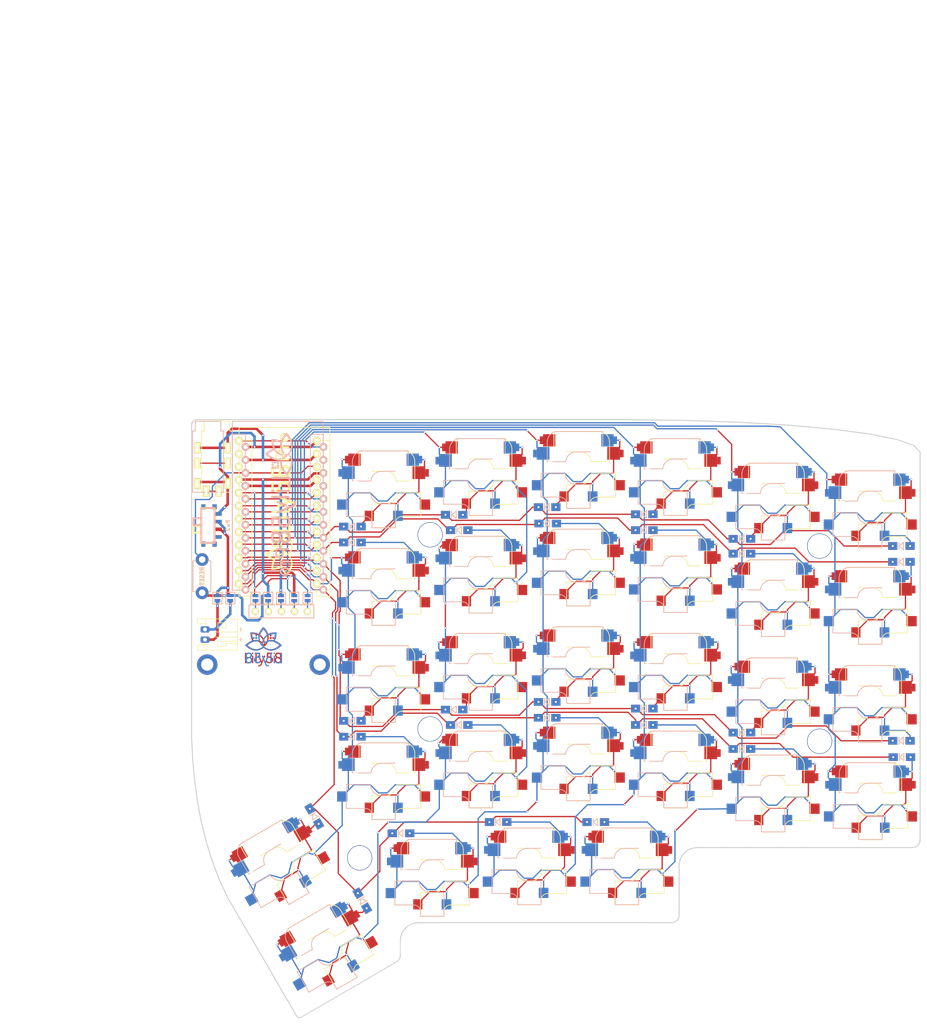
<source format=kicad_pcb>
(kicad_pcb (version 20221018) (generator pcbnew)
  (layers (0 "F.Cu" signal) (31 "B.Cu" signal) (34 "B.Paste" user) (35 "F.Paste" user) (36 "B.SilkS" user "B.Silkscreen") (37 "F.SilkS" user "F.Silkscreen") (38 "B.Mask" user) (39 "F.Mask" user) (44 "Edge.Cuts" user))
  (net 0 "")
  (net 1 "row4")
  (net 2 "row0")
  (net 3 "row1")
  (net 4 "row2")
  (net 5 "row3")
  (net 6 "VCC")
  (net 7 "GND")
  (net 8 "col0")
  (net 9 "col1")
  (net 10 "col2")
  (net 11 "col3")
  (net 12 "col4")
  (net 13 "col5")
  (net 14 "SDA")
  (net 15 "SCL")
  (net 16 "RESET")
  (net 17 "Net-(D1-A)")
  (net 18 "Net-(D2-A)")
  (net 19 "Net-(D3-A)")
  (net 20 "Net-(D4-A)")
  (net 21 "Net-(D5-A)")
  (net 22 "Net-(D6-A)")
  (net 23 "Net-(D7-A)")
  (net 24 "Net-(D8-A)")
  (net 25 "Net-(D9-A)")
  (net 26 "Net-(D10-A)")
  (net 27 "Net-(D11-A)")
  (net 28 "Net-(D12-A)")
  (net 29 "Net-(D13-A)")
  (net 30 "Net-(D14-A)")
  (net 31 "Net-(D15-A)")
  (net 32 "Net-(D16-A)")
  (net 33 "Net-(D17-A)")
  (net 34 "Net-(D18-A)")
  (net 35 "Net-(D19-A)")
  (net 36 "Net-(D20-A)")
  (net 37 "Net-(D21-A)")
  (net 38 "Net-(D22-A)")
  (net 39 "Net-(D23-A)")
  (net 40 "Net-(D24-A)")
  (net 41 "Net-(D25-A)")
  (net 42 "Net-(D26-A)")
  (net 43 "Net-(D27-A)")
  (net 44 "Net-(D28-A)")
  (net 45 "Net-(D29-A)")
  (net 46 "POWER")
  (net 47 "unconnected-(J2-Pad2)")
  (net 48 "unconnected-(J2-Pad4)")
  (net 49 "BAT_POS")
  (net 51 "unconnected-(U1-D4(PD4)-Pad7)")
  (net 52 "unconnected-(U1-A2(PF5)-Pad19)")
  (net 53 "unconnected-(U1-A3(PF4)-Pad20)")
  (net 54 "Net-(J1-P1)")
  (net 55 "Net-(J1-P2)")
  (net 56 "Net-(J1-P3)")
  (net 57 "Net-(J1-P4)")
  (net 58 "CS")
  (net 60 "Net-(J1-P5)")
  (net 61 "Net-(BT1-+)")
  (net 62 "Net-(BT1--)")
  (footprint "Lily58-footprint:MJ-4PP-9" (layer "F.Cu") (at 87.9 39.3)
    (fp_text reference "J2" hide)
    (fp_text value "4PIN" hide)
  )
  (footprint "Lily58-footprint:HOLE_M2_TH" (layer "F.Cu") (at 129.6 59.6)
    (fp_text reference "TH3" hide)
    (fp_text value "HOLE" hide)
  )
  (footprint "Lily58-footprint:HOLE_M2_TH" (layer "F.Cu") (at 205.8 61.8)
    (fp_text reference "TH4" hide)
    (fp_text value "HOLE" hide)
  )
  (footprint "Lily58-footprint:HOLE_M2_TH" (layer "F.Cu") (at 129.6 97.6)
    (fp_text reference "TH5" hide)
    (fp_text value "HOLE" hide)
  )
  (footprint "Lily58-footprint:HOLE_M2_TH" (layer "F.Cu") (at 205.8 100)
    (fp_text reference "TH6" hide)
    (fp_text value "HOLE" hide)
  )
  (footprint "Lily58-footprint:HOLE_M2_TH" (layer "F.Cu") (at 115.824 122.809 90)
    (fp_text reference "TH7" hide)
    (fp_text value "HOLE" hide)
  )
  (footprint "Lily58-footprint:ProMicro_rev2" (layer "F.Cu") (at 101 56)
    (fp_text reference "U1" hide)
    (fp_text value "NiceNano" hide)
  )
  (footprint "Lily58-footprint:lily58_logo_Pro" (layer "F.Cu") (at 100.4 53.6 90)
    (fp_text reference "G***" hide)
    (fp_text value "LOGO" hide)
  )
  (footprint "Lily58-footprint:Jumper" (layer "F.Cu") (at 103.03 72.00138 90)
    (fp_text reference "JP2" hide)
    (fp_text value "Jumper_NO_Small" hide)
  )
  (footprint "Lily58-footprint:Jumper" (layer "F.Cu") (at 100.43 72.00138 90)
    (fp_text reference "JP3" hide)
    (fp_text value "Jumper_NO_Small" hide)
  )
  (footprint "Lily58-footprint:Jumper" (layer "F.Cu") (at 97.917 72.00138 90)
    (fp_text reference "JP4" hide)
    (fp_text value "Jumper_NO_Small" hide)
  )
  (footprint "Lily58-footprint:TACT_SWITCH_TVBP06" (layer "F.Cu") (at 85 67.7 90)
    (fp_text reference "RSW1" hide)
    (fp_text value "SW_RST" hide)
  )
  (footprint "Lily58-footprint:Diode_SOD123" (layer "F.Cu") (at 114.4 58)
    (fp_text reference "D1" hide)
    (fp_text value "D" hide)
  )
  (footprint "Lily58-footprint:Diode_SOD123" (layer "F.Cu") (at 134.3 55.7)
    (fp_text reference "D6" hide)
    (fp_text value "D" hide)
  )
  (footprint "Lily58-footprint:Diode_SOD123" (layer "F.Cu") (at 152.5 54.2)
    (fp_text reference "D11" hide)
    (fp_text value "D" hide)
  )
  (footprint "Lily58-footprint:Diode_SOD123" (layer "F.Cu") (at 171.5 55.6)
    (fp_text reference "D16" hide)
    (fp_text value "D" hide)
  )
  (footprint "Lily58-footprint:Diode_SOD123" (layer "F.Cu") (at 190.6 60.4)
    (fp_text reference "D21" hide)
    (fp_text value "D" hide)
  )
  (footprint "Lily58-footprint:Diode_SOD123" (layer "F.Cu") (at 221.8 61.8)
    (fp_text reference "D26" hide)
    (fp_text value "D" hide)
  )
  (footprint "Lily58-footprint:Diode_SOD123" (layer "F.Cu") (at 114.4 61.1)
    (fp_text reference "D2" hide)
    (fp_text value "D" hide)
  )
  (footprint "Lily58-footprint:Diode_SOD123" (layer "F.Cu") (at 135.3 58.7)
    (fp_text reference "D7" hide)
    (fp_text value "D" hide)
  )
  (footprint "Lily58-footprint:Diode_SOD123" (layer "F.Cu") (at 152.6 57.4)
    (fp_text reference "D12" hide)
    (fp_text value "D" hide)
  )
  (footprint "Lily58-footprint:Diode_SOD123" (layer "F.Cu") (at 171.5 58.7)
    (fp_text reference "D17" hide)
    (fp_text value "D" hide)
  )
  (footprint "Lily58-footprint:Diode_SOD123" (layer "F.Cu") (at 190.6 63.3)
    (fp_text reference "D22" hide)
    (fp_text value "D" hide)
  )
  (footprint "Lily58-footprint:Diode_SOD123" (layer "F.Cu") (at 221.8 64.9)
    (fp_text reference "D27" hide)
    (fp_text value "D" hide)
  )
  (footprint "Lily58-footprint:Diode_SOD123" (layer "F.Cu") (at 114.4 96)
    (fp_text reference "D3" hide)
    (fp_text value "D" hide)
  )
  (footprint "Lily58-footprint:Diode_SOD123" (layer "F.Cu") (at 134.3 93.8)
    (fp_text reference "D8" hide)
    (fp_text value "D" hide)
  )
  (footprint "Lily58-footprint:Diode_SOD123" (layer "F.Cu") (at 152.5 92.3)
    (fp_text reference "D13" hide)
    (fp_text value "D" hide)
  )
  (footprint "Lily58-footprint:Diode_SOD123" (layer "F.Cu") (at 171.5 93.6)
    (fp_text reference "D18" hide)
    (fp_text value "D" hide)
  )
  (footprint "Lily58-footprint:Diode_SOD123" (layer "F.Cu") (at 190.6 98.3)
    (fp_text reference "D23" hide)
    (fp_text value "D" hide)
  )
  (footprint "Lily58-footprint:Diode_SOD123" (layer "F.Cu") (at 221.8 99.9)
    (fp_text reference "D28" hide)
    (fp_text value "D" hide)
  )
  (footprint "Lily58-footprint:Diode_SOD123" (layer "F.Cu") (at 114.4 99.1)
    (fp_text reference "D4" hide)
    (fp_text value "D" hide)
  )
  (footprint "Lily58-footprint:Diode_SOD123" (layer "F.Cu") (at 135.3 96.8)
    (fp_text reference "D9" hide)
    (fp_text value "D" hide)
  )
  (footprint "Lily58-footprint:Diode_SOD123" (layer "F.Cu") (at 152.5 95.4)
    (fp_text reference "D14" hide)
    (fp_text value "D" hide)
  )
  (footprint "Lily58-footprint:Diode_SOD123" (layer "F.Cu") (at 171.5 96.8)
    (fp_text reference "D19" hide)
    (fp_text value "D" hide)
  )
  (footprint "Lily58-footprint:Diode_SOD123" (layer "F.Cu") (at 190.6 101.5)
    (fp_text reference "D24" hide)
    (fp_text value "D" hide)
  )
  (footprint "Lily58-footprint:Diode_SOD123" (layer "F.Cu") (at 221.9 103.1)
    (fp_text reference "D29" hide)
    (fp_text value "D" hide)
  )
  (footprint "Lily58-footprint:Diode_SOD123" (layer "F.Cu") (at 106.934 114.681 -60)
    (fp_text reference "D5" hide)
    (fp_text value "D" hide)
  )
  (footprint "Lily58-footprint:Diode_SOD123" (layer "F.Cu") (at 116.332 131.191 -60)
    (fp_text reference "D10" hide)
    (fp_text value "D" hide)
  )
  (footprint "Lily58-footprint:Diode_SOD123" (layer "F.Cu") (at 123.9 118)
    (fp_text reference "D15" hide)
    (fp_text value "D" hide)
  )
  (footprint "Lily58-footprint:Diode_SOD123" (layer "F.Cu") (at 142.9 115.8)
    (fp_text reference "D20" hide)
    (fp_text value "D" hide)
  )
  (footprint "Lily58-footprint:Diode_SOD123" (layer "F.Cu") (at 162 115.8)
    (fp_text reference "D25" hide)
    (fp_text value "D" hide)
  )
  (footprint "Lily58-footprint:MX_Choc_Hotswap" (layer "F.Cu") (at 120.5 50)
    (fp_text reference "SW1" hide)
    (fp_text value "SW_PUSH" hide)
  )
  (footprint "Lily58-footprint:MX_Choc_Hotswap" (layer "F.Cu") (at 139.5 47.6)
    (fp_text reference "SW6" hide)
    (fp_text value "SW_PUSH" hide)
  )
  (footprint "Lily58-footprint:MX_Choc_Hotswap" (layer "F.Cu") (at 158.6 46.21)
    (fp_text reference "SW11" hide)
    (fp_text value "SW_PUSH" hide)
  )
  (footprint "Lily58-footprint:MX_Choc_Hotswap" (layer "F.Cu") (at 177.6 47.6)
    (fp_text reference "SW16" hide)
    (fp_text value "SW_PUSH" hide)
  )
  (footprint "Lily58-footprint:MX_Choc_Hotswap" (layer "F.Cu") (at 196.7 52.4)
    (fp_text reference "SW21" hide)
    (fp_text value "SW_PUSH" hide)
  )
  (footprint "Lily58-footprint:MX_Choc_Hotswap" (layer "F.Cu") (at 215.7 53.9)
    (fp_text reference "SW26" hide)
    (fp_text value "SW_PUSH" hide)
  )
  (footprint "Lily58-footprint:MX_Choc_Hotswap" (layer "F.Cu") (at 120.5 69.1)
    (fp_text reference "SW2" hide)
    (fp_text value "SW_PUSH" hide)
  )
  (footprint "Lily58-footprint:MX_Choc_Hotswap" (layer "F.Cu") (at 139.5 66.7)
    (fp_text reference "SW7" hide)
    (fp_text value "SW_PUSH" hide)
  )
  (footprint "Lily58-footprint:MX_Choc_Hotswap" (layer "F.Cu") (at 158.6 65.3)
    (fp_text reference "SW12" hide)
    (fp_text value "SW_PUSH" hide)
  )
  (footprint "Lily58-footprint:MX_Choc_Hotswap" (layer "F.Cu") (at 177.6 66.6)
    (fp_text reference "SW17" hide)
    (fp_text value "SW_PUSH" hide)
  )
  (footprint "Lily58-footprint:MX_Choc_Hotswap" (layer "F.Cu") (at 196.7 71.3)
    (fp_text reference "SW22" hide)
    (fp_text value "SW_PUSH" hide)
  )
  (footprint "Lily58-footprint:MX_Choc_Hotswap" (layer "F.Cu") (at 215.7 72.8)
    (fp_text reference "SW27" hide)
    (fp_text value "SW_PUSH" hide)
  )
  (footprint "Lily58-footprint:MX_Choc_Hotswap" (layer "F.Cu") (at 120.5 88.1)
    (fp_text reference "SW3" hide)
    (fp_text value "SW_PUSH" hide)
  )
  (footprint "Lily58-footprint:MX_Choc_Hotswap" (layer "F.Cu") (at 139.5 85.7)
    (fp_text reference "SW8" hide)
    (fp_text value "SW_PUSH" hide)
  )
  (footprint "Lily58-footprint:MX_Choc_Hotswap" (layer "F.Cu") (at 158.6 84.4)
    (fp_text reference "SW13" hide)
    (fp_text value "SW_PUSH" hide)
  )
  (footprint "Lily58-footprint:MX_Choc_Hotswap" (layer "F.Cu") (at 177.6 85.7)
    (fp_text reference "SW18" hide)
    (fp_text value "SW_PUSH" hide)
  )
  (footprint "Lily58-footprint:MX_Choc_Hotswap" (layer "F.Cu") (at 196.7 90.5)
    (fp_text reference "SW23" hide)
    (fp_text value "SW_PUSH" hide)
  )
  (footprint "Lily58-footprint:MX_Choc_Hotswap" (layer "F.Cu") (at 215.7 92)
    (fp_text reference "SW28" hide)
    (fp_text value "SW_PUSH" hide)
  )
  (footprint "Lily58-footprint:MX_Choc_Hotswap" (layer "F.Cu") (at 120.5 107.1)
    (fp_text reference "SW4" hide)
    (fp_text value "SW_PUSH" hide)
  )
  (footprint "Lily58-footprint:MX_Choc_Hotswap" (layer "F.Cu") (at 139.5 104.8)
    (fp_text reference "SW9" hide)
    (fp_text value "SW_PUSH" hide)
  )
  (footprint "Lily58-footprint:MX_Choc_Hotswap" (layer "F.Cu") (at 158.6 103.4)
    (fp_text reference "SW14" hide)
    (fp_text value "SW_PUSH" hide)
  )
  (footprint "Lily58-footprint:MX_Choc_Hotswap" (layer "F.Cu") (at 177.6 104.8)
    (fp_text reference "SW19" hide)
    (fp_text value "SW_PUSH" hide)
  )
  (footprint "Lily58-footprint:MX_Choc_Hotswap" (layer "F.Cu") (at 196.7 109.5)
    (fp_text reference "SW24" hide)
    (fp_text value "SW_PUSH" hide)
  )
  (footprint "Lily58-footprint:MX_Choc_Hotswap" (layer "F.Cu") (at 215.75 111)
    (fp_text reference "SW29" hide)
    (fp_text value "SW_PUSH" hide)
  )
  (footprint "Lily58-footprint:MX_Choc_Hotswap" (layer "F.Cu") (at 99.831031 123.672829 30)
    (fp_text reference "SW5" hide)
    (fp_text value "SW_PUSH" hide)
  )
  (footprint "Lily58-footprint:MX_Choc_Hotswap" (layer "F.Cu") (at 109.199201 140.217093 30)
    (fp_text reference "SW10" hide)
    (fp_text value "SW_PUSH" hide)
  )
  (footprint "Lily58-footprint:MX_Choc_Hotswap" (layer "F.Cu") (at 130 126)
    (fp_text reference "SW15" hide)
    (fp_text value "SW_PUSH" hide)
  )
  (footprint "Lily58-footprint:MX_Choc_Hotswap" (layer "F.Cu") (at 149 123.75)
    (fp_text reference "SW20" hide)
    (fp_text value "SW_PUSH" hide)
  )
  (footprint "Lily58-footprint:MX_Choc_Hotswap" (layer "F.Cu") (at 168.1 123.75)
    (fp_text reference "SW25" hide)
    (fp_text value "SW_PUSH" hide)
  )
  (footprint "Lily58-footprint:M2_HOLE_PCB" (layer "F.Cu") (at 86 85)
    (fp_text reference "TH1" hide)
    (fp_text value "HOLE")
  )
  (footprint "Lily58-footprint:M2_HOLE_PCB" (layer "F.Cu") (at 108 85)
    (fp_text reference "TH2" hide)
    (fp_text value "HOLE")
  )
  (footprint "Lily58-footprint:Jumper" (layer "F.Cu") (at 95.43 71.996449 90)
    (fp_text reference "JP5" hide)
    (fp_text value "Jumper_NO_Small" hide)
  )
  (footprint "Lily58-footprint:OLED_4Pin" (layer "F.Cu") (at 95.43 74.6)
    (fp_text reference "J1" hide)
    (fp_text value "OLED" hide)
  )
  (footprint "Lily58-footprint:lily58_logo_2" (layer "F.Cu") (at 97 81.5)
    (fp_text reference "G***" hide)
    (fp_text value "LOGO" hide)
  )
  (footprint "Lily58-footprint:Jumper" (layer "F.Cu") (at 105.63 71.996449 90)
    (fp_text reference "JP1" hide)
    (fp_text value "Jumper_NO_Small" hide)
  )
  (footprint "open-project:SWITCH_ALPS_SSSS8" (layer "F.Cu") (at 84.836 57.785 -90)
    (fp_text reference "Pw1")
    (fp_text value "SW_SPDT" hide)
  )
  (footprint "Connector_JST:JST_PH_S2B-PH-K_1x02_P2.00mm_Horizontal" (layer "F.Cu") (at 85.561 80.121 90)
    (fp_text reference "BT1" hide)
    (fp_text value "Battery_Cell")
  )
  (footprint "Lily58-footprint:Jumper" (layer "F.Cu") (at 88 72 90)
    (fp_text reference "JP12" hide)
    (fp_text value "Device:Jumper_NO_Small" hide)
  )
  (footprint "Lily58-footprint:Jumper" (layer "F.Cu") (at 90.5 71.988375 90)
    (fp_text reference "JP11" hide)
    (fp_text value "Device:Jumper_NO_Small" hide)
  )
  (footprint "Lily58-footprint:Jumper" (layer "B.Cu") (at 100.43 71.996449 90)
    (fp_text reference "JP8" hide)
    (fp_text value "Jumper_NO_Small" hide)
  )
  (footprint "Lily58-footprint:Jumper" (layer "B.Cu") (at 97.93 71.996449 90)
    (fp_text reference "JP9" hide)
    (fp_text value "Jumper_NO_Small" hide)
  )
  (footprint "Lily58-footprint:Jumper" (layer "B.Cu") (at 95.43 71.996449 90)
    (fp_text reference "JP10" hide)
    (fp_text value "Jumper_NO_Small" hide)
  )
  (footprint "Lily58-footprint:Jumper" (layer "B.Cu") (at 103.03 71.996449 90)
    (fp_text reference "JP7" hide)
    (fp_text value "Jumper_NO_Small" hide)
  )
  (footprint "Lily58-footprint:lily58_logo_Pro" (layer "B.Cu") (at 100.4 53.7 -90)
    (fp_text reference "G***" hide)
    (fp_text value "LOGO" hide)
  )
  (footprint "Lily58-footprint:lily58_logo_2" (layer "B.Cu") (at 97 81.5 180)
    (fp_text reference "G***" hide)
    (fp_text value "LOGO" hide)
  )
  (footprint "Lily58-footprint:Jumper" (layer "B.Cu") (at 105.63 71.996449 90)
    (fp_text reference "JP6" hide)
    (fp_text value "JP6" hide)
  )
  (footprint "open-project:SWITCH_ALPS_SSSS8" (layer "B.Cu") (at 84.836 57.785 90)
    (fp_text reference "Pw2")
    (fp_text value "SW_SPDT" hide)
  )
  (footprint "Lily58-footprint:Jumper" (layer "B.Cu") (at 88 72 90)
    (fp_text reference "JP14" hide)
    (fp_text value "Device:Jumper_NO_Small" hide)
  )
  (footprint "Lily58-footprint:Jumper" (layer "B.Cu") (at 90.5 71.98776 90)
    (fp_text reference "JP13" hide)
    (fp_text value "Device:Jumper_NO_Small" hide)
  )
  (gr_line (start 179.861773 121.387065) (end 180.456326 121.064561) (stroke (width 0.2)) (layer "Edge.Cuts"))
  (gr_line (start 125.619545 37.086762) (end 115.211711 37.086762) (stroke (width 0.2)) (layer "Edge.Cuts"))
  (gr_line (start 98.371341 144.913956) (end 100.047036 147.85093) (stroke (width 0.2)) (layer "Edge.Cuts"))
  (gr_line (start 225.46 109.808112) (end 225.46 119.289735) (stroke (width 0.2)) (layer "Edge.Cuts"))
  (gr_line (start 124.800603 136.520055) (end 125.318492 136.092849) (stroke (width 0.2)) (layer "Edge.Cuts"))
  (gr_line (start 178.319348 133.972851) (end 178.288901 134.275347) (stroke (width 0.2)) (layer "Edge.Cuts"))
  (gr_line (start 224.79896 120.533736) (end 224.544152 120.671952) (stroke (width 0.2)) (layer "Edge.Cuts"))
  (gr_line (start 208.157255 120.789735) (end 213.424836 120.789735) (stroke (width 0.2)) (layer "Edge.Cuts"))
  (gr_line (start 100.047036 147.85093) (end 101.72273 150.717249) (stroke (width 0.2)) (layer "Edge.Cuts"))
  (gr_line (start 112.83523 149.085652) (end 114.510925 148.115513) (stroke (width 0.2)) (layer "Edge.Cuts"))
  (gr_line (start 156.843047 37.086762) (end 146.435213 37.086762) (stroke (width 0.2)) (layer "Edge.Cuts"))
  (gr_line (start 178.319348 127.943854) (end 178.319348 129.161894) (stroke (width 0.2)) (layer "Edge.Cuts"))
  (gr_line (start 147.34126 135.46715) (end 154.710782 135.46715) (stroke (width 0.2)) (layer "Edge.Cuts"))
  (gr_line (start 84.747083 115.36389) (end 85.688004 119.243063) (stroke (width 0.2)) (layer "Edge.Cuts"))
  (gr_line (start 93.344258 136.36184) (end 95.019952 139.181317) (stroke (width 0.2)) (layer "Edge.Cuts"))
  (gr_line (start 225.020912 120.350648) (end 224.79896 120.533736) (stroke (width 0.2)) (layer "Edge.Cuts"))
  (gr_line (start 189.919538 37.585374) (end 178.989563 37.215654) (stroke (width 0.2)) (layer "Edge.Cuts"))
  (gr_line (start 123.776067 138.995519) (end 123.77798 141.81928) (stroke (width 0.15)) (layer "Edge.Cuts"))
  (gr_line (start 103.714328 153.987122) (end 103.84247 154.051035) (stroke (width 0.2)) (layer "Edge.Cuts"))
  (gr_line (start 89.992869 130.582359) (end 91.668563 133.448678) (stroke (width 0.2)) (layer "Edge.Cuts"))
  (gr_line (start 94.396044 37.086762) (end 83.98821 37.086762) (stroke (width 0.2)) (layer "Edge.Cuts"))
  (gr_line (start 215.525697 39.885159) (end 208.420758 38.945561) (stroke (width 0.2)) (layer "Edge.Cuts"))
  (gr_line (start 178.319348 125.507775) (end 178.319348 126.725814) (stroke (width 0.2)) (layer "Edge.Cuts"))
  (gr_line (start 123.521981 142.658241) (end 123.338893 142.880193) (stroke (width 0.2)) (layer "Edge.Cuts"))
  (gr_line (start 178.319348 131.597973) (end 178.319348 133.972851) (stroke (width 0.2)) (layer "Edge.Cuts"))
  (gr_line (start 178.989563 37.215654) (end 167.250881 37.086762) (stroke (width 0.2)) (layer "Edge.Cuts"))
  (gr_line (start 225.204001 120.128696) (end 225.020912 120.350648) (stroke (width 0.2)) (layer "Edge.Cuts"))
  (gr_line (start 154.710782 135.46715) (end 162.080304 135.46715) (stroke (width 0.2)) (layer "Edge.Cuts"))
  (gr_line (start 124.050893 137.632497) (end 124.373397 137.037944) (stroke (width 0.2)) (layer "Edge.Cuts"))
  (gr_line (start 139.971738 135.46715) (end 147.34126 135.46715) (stroke (width 0.2)) (layer "Edge.Cuts"))
  (gr_line (start 123.338893 142.880193) (end 123.11694 143.063282) (stroke (width 0.2)) (layer "Edge.Cuts"))
  (gr_line (start 167.250881 37.086762) (end 156.843047 37.086762) (stroke (width 0.2)) (layer "Edge.Cuts"))
  (gr_line (start 178.319348 124.289735) (end 178.319348 125.507775) (stroke (width 0.2)) (layer "Edge.Cuts"))
  (gr_line (start 83.776462 37.108075) (end 83.98821 37.086762) (stroke (width 0.2)) (layer "Edge.Cuts"))
  (gr_line (start 123.776067 138.995519) (end 123.84711 138.289695) (stroke (width 0.2)) (layer "Edge.Cuts"))
  (gr_line (start 146.435213 37.086762) (end 136.027379 37.086762) (stroke (width 0.2)) (layer "Edge.Cuts"))
  (gr_line (start 177.658308 135.216853) (end 177.4035 135.355069) (stroke (width 0.2)) (layer "Edge.Cuts"))
  (gr_line (start 224.278471 42.15619) (end 220.889319 40.963847) (stroke (width 0.2)) (layer "Edge.Cuts"))
  (gr_line (start 95.019952 139.181317) (end 96.695647 142.047637) (stroke (width 0.2)) (layer "Edge.Cuts"))
  (gr_line (start 202.889673 120.789735) (end 208.157255 120.789735) (stroke (width 0.2)) (layer "Edge.Cuts"))
  (gr_line (start 82.937528 82.285296) (end 82.937528 75.978362) (stroke (width 0.2)) (layer "Edge.Cuts"))
  (gr_line (start 136.027379 37.086762) (end 125.619545 37.086762) (stroke (width 0.2)) (layer "Edge.Cuts"))
  (gr_line (start 213.424836 120.789735) (end 218.692418 120.789735) (stroke (width 0.2)) (layer "Edge.Cuts"))
  (gr_line (start 123.660197 142.403432) (end 123.521981 142.658241) (stroke (width 0.2)) (layer "Edge.Cuts"))
  (gr_line (start 225.46 52.918378) (end 225.46 62.4) (stroke (width 0.2)) (layer "Edge.Cuts"))
  (gr_line (start 123.84711 138.289695) (end 124.050893 137.632497) (stroke (width 0.2)) (layer "Edge.Cuts"))
  (gr_line (start 180.456326 121.064561) (end 181.113524 120.860778) (stroke (width 0.2)) (layer "Edge.Cuts"))
  (gr_line (start 82.937777 99.260961) (end 82.937528 82.285296) (stroke (width 0.2)) (layer "Edge.Cuts"))
  (gr_line (start 125.913045 135.770345) (end 126.570243 135.566562) (stroke (width 0.2)) (layer "Edge.Cuts"))
  (gr_line (start 124.373397 137.037944) (end 124.800603 136.520055) (stroke (width 0.2)) (layer "Edge.Cuts"))
  (gr_line (start 83.13569 103.286205) (end 83.490297 107.326307) (stroke (width 0.2)) (layer "Edge.Cuts"))
  (gr_line (start 177.121844 135.442404) (end 176.819348 135.472851) (stroke (width 0.2)) (layer "Edge.Cuts"))
  (gr_line (start 86.863105 123.124606) (end 88.291758 126.912009) (stroke (width 0.2)) (layer "Edge.Cuts"))
  (gr_line (start 197.622092 120.789735) (end 202.889673 120.789735) (stroke (width 0.2)) (layer "Edge.Cuts"))
  (gr_line (start 103.597295 153.887474) (end 103.714328 153.987122) (stroke (width 0.2)) (layer "Edge.Cuts"))
  (gr_line (start 220.889319 40.963847) (end 215.525697 39.885159) (stroke (width 0.2)) (layer "Edge.Cuts"))
  (gr_line (start 218.692418 120.789735) (end 223.959999 120.789735) (stroke (width 0.2)) (layer "Edge.Cuts"))
  (gr_line (start 82.937528 50.750629) (end 82.937528 44.443695) (stroke (width 0.2)) (layer "Edge.Cuts"))
  (gr_line (start 178.319348 126.725814) (end 178.319348 127.943854) (stroke (width 0.2)) (layer "Edge.Cuts"))
  (gr_line (start 178.319348 129.161894) (end 178.319348 130.379933) (stroke (width 0.2)) (layer "Edge.Cuts"))
  (gr_line (start 178.916678 122.33216) (end 179.343884 121.814271) (stroke (width 0.2)) (layer "Edge.Cuts"))
  (gr_line (start 116.186619 147.145374) (end 117.862313 146.175235) (stroke (width 0.2)) (layer "Edge.Cuts"))
  (gr_line (start 103.491837 153.75274) (end 103.597295 153.887474) (stroke (width 0.2)) (layer "Edge.Cuts"))
  (gr_line (start 106.132452 152.966207) (end 107.808147 151.996069) (stroke (width 0.2)) (layer "Edge.Cuts"))
  (gr_line (start 225.46 81.363245) (end 225.46 90.844867) (stroke (width 0.2)) (layer "Edge.Cuts"))
  (gr_line (start 225.46 62.4) (end 225.46 71.881623) (stroke (width 0.2)) (layer "Edge.Cuts"))
  (gr_line (start 117.862313 146.175235) (end 123.11694 143.063282) (stroke (width 0.2)) (layer "Edge.Cuts"))
  (gr_line (start 178.288901 134.275347) (end 178.201565 134.557003) (stroke (width 0.2)) (layer "Edge.Cuts"))
  (gr_line (start 224.544152 120.671952) (end 224.262495 120.759288) (stroke (width 0.2)) (layer "Edge.Cuts"))
  (gr_line (start 199.807654 38.170488) (end 189.919538 37.585374) (stroke (width 0.2)) (layer "Edge.Cuts"))
  (gr_line (start 178.390391 123.583911) (end 178.594174 122.926713) (stroke (width 0.2)) (layer "Edge.Cuts"))
  (gr_line (start 208.420758 38.945561) (end 199.807654 38.170488) (stroke (width 0.2)) (layer "Edge.Cuts"))
  (gr_line (start 103.398425 153.583569) (end 103.491837 153.75274) (stroke (width 0.2)) (layer "Edge.Cuts"))
  (gr_line (start 82.937528 44.443695) (end 82.937528 38.136762) (stroke (width 0.2)) (layer "Edge.Cuts"))
  (gr_line (start 224.262495 120.759288) (end 223.959999 120.789735) (stroke (width 0.2)) (layer "Edge.Cuts"))
  (gr_line (start 123.77798 141.81928) (end 123.747533 142.121776) (stroke (width 0.2)) (layer "Edge.Cuts"))
  (gr_line (start 82.937528 75.978362) (end 82.937528 69.671429) (stroke (width 0.2)) (layer "Edge.Cuts"))
  (gr_line (start 82.937528 63.364495) (end 82.937528 57.057562) (stroke (width 0.2)) (layer "Edge.Cuts"))
  (gr_line (start 178.063349 134.811812) (end 177.880261 135.033764) (stroke (width 0.2)) (layer "Edge.Cuts"))
  (gr_line (start 225.46 100.32649) (end 225.46 109.808112) (stroke (width 0.2)) (layer "Edge.Cuts"))
  (gr_line (start 132.602217 135.46715) (end 139.971738 135.46715) (stroke (width 0.2)) (layer "Edge.Cuts"))
  (gr_line (start 91.668563 133.448678) (end 93.344258 136.36184) (stroke (width 0.2)) (layer "Edge.Cuts"))
  (gr_line (start 82.93821 38.136762) (end 82.959523 37.925015) (stroke (width 0.2)) (layer "Edge.Cuts"))
  (gr_line (start 225.46 43.436755) (end 225.46 52.918378) (stroke (width 0.2)) (layer "Edge.Cuts"))
  (gr_line (start 85.688004 119.243063) (end 86.863105 123.124606) (stroke (width 0.2)) (layer "Edge.Cuts"))
  (gr_line (start 114.510925 148.115513) (end 116.186619 147.145374) (stroke (width 0.2)) (layer "Edge.Cuts"))
  (gr_line (start 225.46 43.436755) (end 224.278471 42.15619) (stroke (width 0.2)) (layer "Edge.Cuts"))
  (gr_line (start 82.937528 57.057562) (end 82.937528 50.750629) (stroke (width 0.2)) (layer "Edge.Cuts"))
  (gr_line (start 109.483841 151.02593) (end 111.159536 150.055791) (stroke (width 0.2)) (layer "Edge.Cuts"))
  (gr_line (start 177.880261 135.033764) (end 177.658308 135.216853) (stroke (width 0.2)) (layer "Edge.Cuts"))
  (gr_line (start 96.695647 142.047637) (end 98.371341 144.913956) (stroke (width 0.2)) (layer "Edge.Cuts"))
  (gr_line (start 104.288864 154.021868) (end 104.456758 153.936346) (stroke (width 0.2)) (layer "Edge.Cuts"))
  (gr_line (start 225.46 71.881623) (end 225.46 81.363245) (stroke (width 0.2)) (layer "Edge.Cuts"))
  (gr_line (start 83.579303 37.16921) (end 83.776462 37.108075) (stroke (width 0.2)) (layer "Edge.Cuts"))
  (gr_line (start 83.400937 37.265961) (end 83.579303 37.16921) (stroke (width 0.2)) (layer "Edge.Cuts"))
  (gr_line (start 225.342217 119.873887) (end 225.204001 120.128696) (stroke (width 0.2)) (layer "Edge.Cuts"))
  (gr_line (start 104.456758 153.936346) (end 106.132452 152.966207) (stroke (width 0.2)) (layer "Edge.Cuts"))
  (gr_line (start 104.803877 37.086762) (end 94.396044 37.086762) (stroke (width 0.2)) (layer "Edge.Cuts"))
  (gr_line (start 111.159536 150.055791) (end 112.83523 149.085652) (stroke (width 0.2)) (layer "Edge.Cuts"))
  (gr_line (start 181.819348 120.789735) (end 187.086929 120.789735) (stroke (width 0.2)) (layer "Edge.Cuts"))
  (gr_line (start 187.086929 120.789735) (end 192.354511 120.789735) (stroke (width 0.2)) (layer "Edge.Cuts"))
  (gr_line (start 178.201565 134.557003) (end 178.063349 134.811812) (stroke (width 0.2)) (layer "Edge.Cuts"))
  (gr_line (start 192.354511 120.789735) (end 197.622092 120.789735) (stroke (width 0.2)) (layer "Edge.Cuts"))
  (gr_line (start 181.113524 120.860778) (end 181.819348 120.789735) (stroke (width 0.2)) (layer "Edge.Cuts"))
  (gr_line (start 82.937528 69.671429) (end 82.937528 63.364495) (stroke (width 0.2)) (layer "Edge.Cuts"))
  (gr_line (start 179.343884 121.814271) (end 179.861773 121.387065) (stroke (width 0.2)) (layer "Edge.Cuts"))
  (gr_line (start 83.117409 37.549489) (end 83.24557 37.394123) (stroke (width 0.2)) (layer "Edge.Cuts"))
  (gr_line (start 225.459999 119.289735) (end 225.429552 119.592231) (stroke (width 0.2)) (layer "Edge.Cuts"))
  (gr_line (start 103.84247 154.051035) (end 103.981252 154.078564) (stroke (width 0.2)) (layer "Edge.Cuts"))
  (gr_line (start 177.4035 135.355069) (end 177.121844 135.442404) (stroke (width 0.2)) (layer "Edge.Cuts"))
  (gr_line (start 127.276067 135.495519) (end 132.602217 135.46715) (stroke (width 0.2)) (layer "Edge.Cuts"))
  (gr_line (start 125.318492 136.092849) (end 125.913045 135.770345) (stroke (width 0.2)) (layer "Edge.Cuts"))
  (gr_line (start 82.959523 37.925015) (end 83.020657 37.727855) (stroke (width 0.2)) (layer "Edge.Cuts"))
  (gr_line (start 178.319348 124.289735) (end 178.390391 123.583911) (stroke (width 0.2)) (layer "Edge.Cuts"))
  (gr_line (start 84.020972 111.359469) (end 84.747083 115.36389) (stroke (width 0.2)) (layer "Edge.Cuts"))
  (gr_line (start 107.808147 151.996069) (end 109.483841 151.02593) (stroke (width 0.2)) (layer "Edge.Cuts"))
  (gr_line (start 83.24557 37.394123) (end 83.400937 37.265961) (stroke (width 0.2)) (layer "Edge.Cuts"))
  (gr_line (start 123.747533 142.121776) (end 123.660197 142.403432) (stroke (width 0.2)) (layer "Edge.Cuts"))
  (gr_line (start 115.211711 37.086762) (end 104.803877 37.086762) (stroke (width 0.2)) (layer "Edge.Cuts"))
  (gr_line (start 82.937777 99.260961) (end 83.13569 103.286205) (stroke (width 0.2)) (layer "Edge.Cuts"))
  (gr_line (start 83.020657 37.727855) (end 83.117409 37.549489) (stroke (width 0.2)) (layer "Edge.Cuts"))
  (gr_line (start 104.130206 154.069058) (end 104.288864 154.021868) (stroke (width 0.2)) (layer "Edge.Cuts"))
  (gr_line (start 162.080304 135.46715) (end 176.819348 135.472851) (stroke (width 0.2)) (layer "Edge.Cuts"))
  (gr_line (start 83.490297 107.326307) (end 84.020972 111.359469) (stroke (width 0.2)) (layer "Edge.Cuts"))
  (gr_line (start 103.981252 154.078564) (end 104.130206 154.069058) (stroke (width 0.2)) (layer "Edge.Cuts"))
  (gr_line (start 88.291758 126.912009) (end 89.993333 130.583476) (stroke (width 0.2)) (layer "Edge.Cuts"))
  (gr_line (start 225.429552 119.592231) (end 225.342217 119.873887) (stroke (width 0.2)) (layer "Edge.Cuts"))
  (gr_line (start 225.46 90.844867) (end 225.46 100.32649) (stroke (width 0.2)) (layer "Edge.Cuts"))
  (gr_line (start 178.594174 122.926713) (end 178.916678 122.33216) (stroke (width 0.2)) (layer "Edge.Cuts"))
  (gr_line (start 101.72273 150.717249) (end 103.398425 153.583569) (stroke (width 0.2)) (layer "Edge.Cuts"))
  (gr_line (start 178.319348 130.379933) (end 178.319348 131.597973) (stroke (width 0.2)) (layer "Edge.Cuts"))
  (gr_line (start 126.570243 135.566562) (end 127.276067 135.495519) (stroke (width 0.2)) (layer "Edge.Cuts"))
  (segment (start 94.8 68.2) (end 94.8 67.14097) (width 0.25) (layer "F.Cu") (net 1))
  (segment (start 110.825001 87.574999) (end 110.499002 87.249) (width 0.25) (layer "F.Cu") (net 1))
  (segment (start 124.55 115.8) (end 122.35 118) (width 0.25) (layer "F.Cu") (net 1))
  (segment (start 92.18 69.17) (end 93.83 69.17) (width 0.25) (layer "F.Cu") (net 1))
  (segment (start 110.825012 88.900011) (end 110.825001 88.9) (width 0.25) (layer "F.Cu") (net 1))
  (segment (start 111.633 117.856) (end 106.985757 113.208757) (width 0.25) (layer "F.Cu") (net 1))
  (segment (start 110.49 74.828176) (end 111.1 74.218176) (width 0.25) (layer "F.Cu") (net 1))
  (segment (start 106.084 113.208757) (end 110.825012 108.467745) (width 0.25) (layer "F.Cu") (net 1))
  (segment (start 111.1 72.74693) (end 108.718815 70.365745) (width 0.25) (layer "F.Cu") (net 1))
  (segment (start 110.825001 88.9) (end 110.825001 87.574999) (width 0.25) (layer "F.Cu") (net 1))
  (segment (start 94.8 67.14097) (end 95.940948 66.000022) (width 0.25) (layer "F.Cu") (net 1))
  (segment (start 111.1 74.218176) (end 111.1 72.74693) (width 0.25) (layer "F.Cu") (net 1))
  (segment (start 95.940948 66.000022) (end 104.255686 66.000022) (width 0.25) (layer "F.Cu") (net 1))
  (segment (start 115.482 129.718757) (end 111.633 125.869757) (width 0.25) (layer "F.Cu") (net 1))
  (segment (start 93.83 69.17) (end 94.8 68.2) (width 0.25) (layer "F.Cu") (net 1))
  (segment (start 159.15 115.8) (end 158.074999 114.724999) (width 0.25) (layer "F.Cu") (net 1))
  (segment (start 160.3 115.8) (end 159.15 115.8) (width 0.25) (layer "F.Cu") (net 1))
  (segment (start 142.425001 114.724999) (end 141.35 115.8) (width 0.25) (layer "F.Cu") (net 1))
  (segment (start 119.761 120.439) (end 119.761 125.439757) (width 0.25) (layer "F.Cu") (net 1))
  (segment (start 122.2 118) (end 119.761 120.439) (width 0.25) (layer "F.Cu") (net 1))
  (segment (start 111.633 125.869757) (end 111.633 117.856) (width 0.25) (layer "F.Cu") (net 1))
  (segment (start 158.074999 114.724999) (end 142.425001 114.724999) (width 0.25) (layer "F.Cu") (net 1))
  (segment (start 110.49 75.946) (end 110.49 74.828176) (width 0.25) (layer "F.Cu") (net 1))
  (segment (start 110.825012 108.467745) (end 110.825012 88.900011) (width 0.25) (layer "F.Cu") (net 1))
  (segment (start 119.761 125.439757) (end 115.482 129.718757) (width 0.25) (layer "F.Cu") (net 1))
  (segment (start 106.985757 113.208757) (end 106.084 113.208757) (width 0.25) (layer "F.Cu") (net 1))
  (segment (start 141.2 115.8) (end 124.55 115.8) (width 0.25) (layer "F.Cu") (net 1))
  (segment (start 104.255686 66.000022) (end 105.327833 67.072169) (width 0.25) (layer "F.Cu") (net 1))
  (segment (start 110.499002 87.249) (end 110.49 87.249) (width 0.25) (layer "F.Cu") (net 1))
  (via (at 110.49 87.249) (size 0.4) (drill 0.3) (layers "F.Cu" "B.Cu") (net 1))
  (via (at 105.327833 67.072169) (size 0.4) (drill 0.3) (layers "F.Cu" "B.Cu") (net 1))
  (via (at 110.49 75.946) (size 0.4) (drill 0.3) (layers "F.Cu" "B.Cu") (net 1))
  (segment (start 108.77 70.37) (end 106.77 70.37) (width 0.25) (layer "B.Cu") (net 1))
  (segment (start 106.77 70.37) (end 106.2 69.8) (width 0.25) (layer "B.Cu") (net 1))
  (segment (start 110.49 75.946) (end 110.49 87.249) (width 0.25) (layer "B.Cu") (net 1))
  (segment (start 106.2 69.8) (end 106.2 67.944336) (width 0.25) (layer "B.Cu") (net 1))
  (segment (start 105.327833 67.072169) (end 106.2 67.944336) (width 0.25) (layer "B.Cu") (net 1))
  (segment (start 150.8 54.2) (end 149.65 54.2) (width 0.25) (layer "F.Cu") (net 2))
  (segment (start 220.1 61.8) (end 210.6 61.8) (width 0.25) (layer "F.Cu") (net 2))
  (segment (start 198.901002 58.8) (end 196.201002 61.5) (width 0.25) (layer "F.Cu") (net 2))
  (segment (start 105.69 59.01) (end 105.7 59) (width 0.25) (layer "F.Cu") (net 2))
  (segment (start 133.825001 56.775001) (end 132.75 55.7) (width 0.25) (layer "F.Cu") (net 2))
  (segment (start 92.18 59.01) (end 105.69 59.01) (width 0.25) (layer "F.Cu") (net 2))
  (segment (start 187.75 60.4) (end 184.05 56.7) (width 0.25) (layer "F.Cu") (net 2))
  (segment (start 152.3 55.55) (end 150.95 54.2) (width 0.25) (layer "F.Cu") (net 2))
  (segment (start 171.1 56.7) (end 170 55.6) (width 0.25) (layer "F.Cu") (net 2))
  (segment (start 184.05 56.7) (end 171.1 56.7) (width 0.25) (layer "F.Cu") (net 2))
  (segment (start 196.201002 61.5) (end 190.2 61.5) (width 0.25) (layer "F.Cu") (net 2))
  (segment (start 188.9 60.4) (end 187.75 60.4) (width 0.25) (layer "F.Cu") (net 2))
  (segment (start 132.6 55.7) (end 123.401002 55.7) (width 0.25) (layer "F.Cu") (net 2))
  (segment (start 207.6 58.8) (end 198.901002 58.8) (width 0.25) (layer "F.Cu") (net 2))
  (segment (start 120.026001 59.075001) (end 113.925001 59.075001) (width 0.25) (layer "F.Cu") (net 2))
  (segment (start 123.401002 55.7) (end 120.026001 59.075001) (width 0.25) (layer "F.Cu") (net 2))
  (segment (start 169.8 55.6) (end 152.3 55.6) (width 0.25) (layer "F.Cu") (net 2))
  (segment (start 112.7 58) (end 110.92456 58) (width 0.25) (layer "F.Cu") (net 2))
  (segment (start 190.2 61.5) (end 189.1 60.4) (width 0.25) (layer "F.Cu") (net 2))
  (segment (start 147.074999 56.775001) (end 133.825001 56.775001) (width 0.25) (layer "F.Cu") (net 2))
  (segment (start 149.65 54.2) (end 147.074999 56.775001) (width 0.25) (layer "F.Cu") (net 2))
  (segment (start 210.6 61.8) (end 207.6 58.8) (width 0.25) (layer "F.Cu") (net 2))
  (segment (start 113.925001 59.075001) (end 112.85 58) (width 0.25) (layer "F.Cu") (net 2))
  (segment (start 110.92456 58) (end 108.718815 60.205745) (width 0.25) (layer "F.Cu") (net 2))
  (segment (start 152.3 55.6) (end 152.3 55.55) (width 0.25) (layer "F.Cu") (net 2))
  (via (at 105.7 59) (size 0.4) (drill 0.3) (layers "F.Cu" "B.Cu") (net 2))
  (segment (start 105.7 59) (end 106.91 60.21) (width 0.25) (layer "B.Cu") (net 2))
  (segment (start 108.77 60.21) (end 106.91 60.21) (width 0.25) (layer "B.Cu") (net 2))
  (segment (start 203.7 64.9) (end 201.024999 62.224999) (width 0.25) (layer "F.Cu") (net 3))
  (segment (start 171.075001 57.624999) (end 170 58.7) (width 0.25) (layer "F.Cu") (net 3))
  (segment (start 119.712413 60.024999) (end 113.925001 60.024999) (width 0.25) (layer "F.Cu") (net 3))
  (segment (start 188.75 63.3) (end 183.074999 57.624999) (width 0.25) (layer "F.Cu") (net 3))
  (segment (start 183.074999 57.624999) (end 171.075001 57.624999) (width 0.25) (layer "F.Cu") (net 3))
  (segment (start 220.1 64.9) (end 203.7 64.9) (width 0.25) (layer "F.Cu") (net 3))
  (segment (start 152.075001 56.324999) (end 152.075001 56.374999) (width 0.25) (layer "F.Cu") (net 3))
  (segment (start 105.25 61.45) (end 105.7 61.9) (width 0.25) (layer "F.Cu") (net 3))
  (segment (start 123.237412 56.5) (end 119.712413 60.024999) (width 0.25) (layer "F.Cu") (net 3))
  (segment (start 112.7 61.1) (end 110.36456 61.1) (width 0.25) (layer "F.Cu") (net 3))
  (segment (start 133.3 58.7) (end 131.1 56.5) (width 0.25) (layer "F.Cu") (net 3))
  (segment (start 113.925001 60.024999) (end 112.85 61.1) (width 0.25) (layer "F.Cu") (net 3))
  (segment (start 169.8 58.7) (end 168.65 58.7) (width 0.25) (layer "F.Cu") (net 3))
  (segment (start 190.125001 62.224999) (end 189.05 63.3) (width 0.25) (layer "F.Cu") (net 3))
  (segment (start 168.65 58.7) (end 166.274999 56.324999) (width 0.25) (layer "F.Cu") (net 3))
  (segment (start 150.7 57.6) (end 134.85 57.6) (width 0.25) (layer "F.Cu") (net 3))
  (segment (start 110.36456 61.1) (end 108.718815 62.745745) (width 0.25) (layer "F.Cu") (net 3))
  (segment (start 166.274999 56.324999) (end 152.075001 56.324999) (width 0.25) (layer "F.Cu") (net 3))
  (segment (start 134.85 57.6) (end 133.75 58.7) (width 0.25) (layer "F.Cu") (net 3))
  (segment (start 201.024999 62.224999) (end 190.125001 62.224999) (width 0.25) (layer "F.Cu") (net 3))
  (segment (start 152.075001 56.374999) (end 151.05 57.4) (width 0.25) (layer "F.Cu") (net 3))
  (segment (start 131.1 56.5) (end 123.237412 56.5) (width 0.25) (layer "F.Cu") (net 3))
  (segment (start 92.23 61.45) (end 105.25 61.45) (width 0.25) (layer "F.Cu") (net 3))
  (via (at 105.7 61.9) (size 0.4) (drill 0.3) (layers "F.Cu" "B.Cu") (net 3))
  (segment (start 105.7 61.9) (end 106.55 62.75) (width 0.25) (layer "B.Cu") (net 3))
  (segment (start 108.77 62.75) (end 106.55 62.75) (width 0.25) (layer "B.Cu") (net 3))
  (segment (start 189.975001 99.375001) (end 188.9 98.3) (width 0.25) (layer "F.Cu") (net 4))
  (segment (start 188.75 98.3) (end 185.25 94.8) (width 0.25) (layer "F.Cu") (net 4))
  (segment (start 112.014 95.314) (end 112.014 83.456463) (width 0.25) (layer "F.Cu") (net 4))
  (segment (start 132.6 93.8) (end 123.6 93.8) (width 0.25) (layer "F.Cu") (net 4))
  (segment (start 93.905755 64.09) (end 93.995755 64) (width 0.25) (layer "F.Cu") (net 4))
  (segment (start 220.1 99.9) (end 210 99.9) (width 0.25) (layer "F.Cu") (net 4))
  (segment (start 207.1 97) (end 199.6772 97) (width 0.25) (layer "F.Cu") (net 4))
  (segment (start 112.000022 72.37413) (end 112 72.374108) (width 0.25) (layer "F.Cu") (net 4))
  (segment (start 210 99.9) (end 207.1 97) (width 0.25) (layer "F.Cu") (net 4))
  (segment (start 111.8 74.790998) (end 112.000022 74.590976) (width 0.25) (layer "F.Cu") (net 4))
  (segment (start 92.18 64.09) (end 93.905755 64.09) (width 0.25) (layer "F.Cu") (net 4))
  (segment (start 112 68.56693) (end 108.718815 65.285745) (width 0.25) (layer "F.Cu") (net 4))
  (segment (start 171.2 94.8) (end 170 93.6) (width 0.25) (layer "F.Cu") (net 4))
  (segment (start 199.6772 97) (end 197.302199 99.375001) (width 0.25) (layer "F.Cu") (net 4))
  (segment (start 112 72.374108) (end 112 68.56693) (width 0.25) (layer "F.Cu") (net 4))
  (segment (start 169.8 93.6) (end 152.25 93.6) (width 0.25) (layer "F.Cu") (net 4))
  (segment (start 111.76 77.216) (end 111.8 77.176) (width 0.25) (layer "F.Cu") (net 4))
  (segment (start 185.25 94.8) (end 171.2 94.8) (width 0.25) (layer "F.Cu") (net 4))
  (segment (start 111.775 82.057) (end 111.76 82.042) (width 0.25) (layer "F.Cu") (net 4))
  (segment (start 113.9 97.1) (end 112.8 96) (width 0.25) (layer "F.Cu") (net 4))
  (segment (start 133.85 94.9) (end 132.75 93.8) (width 0.25) (layer "F.Cu") (net 4))
  (segment (start 149.65 92.3) (end 147.05 94.9) (width 0.25) (layer "F.Cu") (net 4))
  (segment (start 120.3 97.1) (end 113.9 97.1) (width 0.25) (layer "F.Cu") (net 4))
  (segment (start 111.8 77.176) (end 111.8 74.790998) (width 0.25) (layer "F.Cu") (net 4))
  (segment (start 147.05 94.9) (end 133.85 94.9) (width 0.25) (layer "F.Cu") (net 4))
  (segment (start 112.7 96) (end 112.014 95.314) (width 0.25) (layer "F.Cu") (net 4))
  (segment (start 111.775 83.217463) (end 111.775 82.057) (width 0.25) (layer "F.Cu") (net 4))
  (segment (start 112.000022 74.590976) (end 112.000022 72.37413) (width 0.25) (layer "F.Cu") (net 4))
  (segment (start 93.995755 64) (end 105.7 64) (width 0.25) (layer "F.Cu") (net 4))
  (segment (start 152.25 93.6) (end 150.95 92.3) (width 0.25) (layer "F.Cu") (net 4))
  (segment (start 150.8 92.3) (end 149.65 92.3) (width 0.25) (layer "F.Cu") (net 4))
  (segment (start 123.6 93.8) (end 120.3 97.1) (width 0.25) (layer "F.Cu") (net 4))
  (segment (start 112.014 83.456463) (end 111.775 83.217463) (width 0.25) (layer "F.Cu") (net 4))
  (segment (start 197.302199 99.375001) (end 189.975001 99.375001) (width 0.25) (layer "F.Cu") (net 4))
  (via (at 105.7 64) (size 0.4) (drill 0.3) (layers "F.Cu" "B.Cu") (net 4))
  (via (at 111.76 82.042) (size 0.4) (drill 0.3) (layers "F.Cu" "B.Cu") (net 4))
  (via (at 111.76 77.216) (size 0.4) (drill 0.3) (layers "F.Cu" "B.Cu") (net 4))
  (segment (start 105.7 64) (end 106.985745 65.285745) (width 0.25) (layer "B.Cu") (net 4))
  (segment (start 108.718815 65.285745) (end 106.985745 65.285745) (width 0.25) (layer "B.Cu") (net 4))
  (segment (start 111.76 77.216) (end 111.76 82.042) (width 0.25) (layer "B.Cu") (net 4))
  (segment (start 123.53641 94.5) (end 120.011411 98.024999) (width 0.25) (layer "F.Cu") (net 5))
  (segment (start 111.549989 72.560508) (end 111.550011 72.56053) (width 0.25) (layer "F.Cu") (net 5))
  (segment (start 197.946001 100.424999) (end 190.125001 100.424999) (width 0.25) (layer "F.Cu") (net 5))
  (segment (start 169.8 95.8) (end 168.324999 94.324999) (width 0.25) (layer "F.Cu") (net 5))
  (segment (start 188.75 101.5) (end 182.85 95.6) (width 0.25) (layer "F.Cu") (net 5))
  (segment (start 114.925001 98.024999) (end 113.85 99.1) (width 0.25) (layer "F.Cu") (net 5))
  (segment (start 131 94.5) (end 123.53641 94.5) (width 0.25) (layer "F.Cu") (net 5))
  (segment (start 95.5 65.1) (end 105.5 65.1) (width 0.25) (layer "F.Cu") (net 5))
  (segment (start 168.324999 94.324999) (end 151.975001 94.324999) (width 0.25) (layer "F.Cu") (net 5))
  (segment (start 93.97 66.63) (end 95.5 65.1) (width 0.25) (layer "F.Cu") (net 5))
  (segment (start 113.85 99.1) (end 112.7 99.1) (width 0.25) (layer "F.Cu") (net 5))
  (segment (start 111.550011 74.404576) (end 111.125 74.829587) (width 0.25) (layer "F.Cu") (net 5))
  (segment (start 111.379 97.929) (end 112.55 99.1) (width 0.25) (layer "F.Cu") (net 5))
  (segment (start 108.718815 67.825745) (end 111.549989 70.656919) (width 0.25) (layer "F.Cu") (net 5))
  (segment (start 120.011411 98.024999) (end 114.925001 98.024999) (width 0.25) (layer "F.Cu") (net 5))
  (segment (start 133.3 96.8) (end 131 94.5) (width 0.25) (layer "F.Cu") (net 5))
  (segment (start 190.125001 100.424999) (end 189.05 101.5) (width 0.25) (layer "F.Cu") (net 5))
  (segment (start 111.379 87.249) (end 111.379 97.929) (width 0.25) (layer "F.Cu") (net 5))
  (segment (start 111.125 74.829587) (end 111.125 76.708) (width 0.25) (layer "F.Cu") (net 5))
  (segment (start 200.621002 103.1) (end 197.946001 100.424999) (width 0.25) (layer "F.Cu") (net 5))
  (segment (start 220.2 103.1) (end 200.621002 103.1) (width 0.25) (layer "F.Cu") (net 5))
  (segment (start 150.8 95.4) (end 135.15 95.4) (width 0.25) (layer "F.Cu") (net 5))
  (segment (start 92.18 66.63) (end 93.97 66.63) (width 0.25) (layer "F.Cu") (net 5))
  (segment (start 105.5 65.1) (end 105.6 65.2) (width 0.25) (layer "F.Cu") (net 5))
  (segment (start 169.8 96.8) (end 169.8 95.8) (width 0.25) (layer "F.Cu") (net 5))
  (segment (start 135.15 95.4) (end 133.75 96.8) (width 0.25) (layer "F.Cu") (net 5))
  (segment (start 182.85 95.6) (end 171.2 95.6) (width 0.25) (layer "F.Cu") (net 5))
  (segment (start 171.2 95.6) (end 170 96.8) (width 0.25) (layer "F.Cu") (net 5))
  (segment (start 111.550011 72.56053) (end 111.550011 74.404576) (width 0.25) (layer "F.Cu") (net 5))
  (segment (start 151.975001 94.324999) (end 151.975001 94.374999) (width 0.25) (layer "F.Cu") (net 5))
  (segment (start 151.975001 94.374999) (end 150.95 95.4) (width 0.25) (layer "F.Cu") (net 5))
  (segment (start 111.549989 70.656919) (end 111.549989 72.560508) (width 0.25) (layer "F.Cu") (net 5))
  (via (at 111.379 87.249) (size 0.4) (drill 0.3) (layers "F.Cu" "B.Cu") (net 5))
  (via (at 111.125 76.708) (size 0.4) (drill 0.3) (layers "F.Cu" "B.Cu") (net 5))
  (via (at 105.6 65.2) (size 0.4) (drill 0.3) (layers "F.Cu" "B.Cu") (net 5))
  (segment (start 105.6 65.2) (end 106.2 65.8) (width 0.25) (layer "B.Cu") (net 5))
  (segment (start 111.125 76.708) (end 111.125 86.995) (width 0.25) (layer "B.Cu") (net 5))
  (segment (start 108.77 67.83) (end 106.887507 67.83) (width 0.25) (layer "B.Cu") (net 5))
  (segment (start 106.2 67.142493) (end 106.2 65.8) (width 0.25) (layer "B.Cu") (net 5))
  (segment (start 111.125 86.995) (end 111.379 87.249) (width 0.25) (layer "B.Cu") (net 5))
  (segment (start 106.887507 67.83) (end 106.2 67.142493) (width 0.25) (layer "B.Cu") (net 5))
  (segment (start 107.42 48.85) (end 106.224255 50.045745) (width 0.5) (layer "F.Cu") (net 6))
  (segment (start 106.224255 50.045745) (end 100.4 50.045745) (width 0.5) (layer "F.Cu") (net 6))
  (segment (start 100.400008 70.428008) (end 100.400008 71.471008) (width 0.5) (layer "F.Cu") (net 6))
  (segment (start 100.4 50.045745) (end 93.478815 50.045745) (width 0.5) (layer "F.Cu") (net 6))
  (via (at 100.400008 70.428008) (size 0.4) (drill 0.3) (layers "F.Cu" "B.Cu") (net 6))
  (via (at 100.4 50.045745) (size 0.4) (drill 0.3) (layers "F.Cu" "B.Cu") (net 6))
  (segment (start 100.400008 70.428008) (end 100.400008 50.045753) (width 0.5) (layer "B.Cu") (net 6))
  (segment (start 100.400008 70.428008) (end 100.400008 71.466077) (width 0.5) (layer "B.Cu") (net 6))
  (segment (start 100.400008 50.045753) (end 100.4 50.045745) (width 0.5) (layer "B.Cu") (net 6))
  (segment (start 93.478815 44.965745) (end 96.9 44.965745) (width 0.5) (layer "F.Cu") (net 7))
  (segment (start 88 71.49962) (end 85.54962 71.49962) (width 0.5) (layer "F.Cu") (net 7))
  (segment (start 97.056956 67.025044) (end 102.55725 67.025044) (width 0.5) (layer "F.Cu") (net 7))
  (segment (start 92.23 48.8) (end 96.9 48.8) (width 0.5) (layer "F.Cu") (net 7))
  (segment (start 103.012 67.479794) (end 103.012 71.483) (width 0.5) (layer "F.Cu") (net 7))
  (segment (start 84.05 42.6) (end 90 42.6) (width 0.5) (layer "F.Cu") (net 7))
  (segment (start 89.281 71.501) (end 88.00138 71.501) (width 0.5) (layer "F.Cu") (net 7))
  (segment (start 96.901 44.958) (end 106.224255 44.965745) (width 0.5) (layer "F.Cu") (net 7))
  (segment (start 106.876238 47.6) (end 108.7 47.6) (width 0.5) (layer "F.Cu") (net 7))
  (segment (start 96.9 44.965745) (end 96.901 44.958) (width 0.5) (layer "F.Cu") (net 7))
  (segment (start 96.9 67.182) (end 97.056956 67.025044) (width 0.5) (layer "F.Cu") (net 7))
  (segment (start 102.55725 67.025044) (end 103.012 67.479794) (width 0.5) (layer "F.Cu") (net 7))
  (segment (start 90.805 38.862) (end 90 39.667) (width 0.5) (layer "F.Cu") (net 7))
  (segment (start 90 39.667) (end 90 42.6) (width 0.5) (layer "F.Cu") (net 7))
  (segment (start 106.224255 44.965745) (end 107.42 43.77) (width 0.5) (layer "F.Cu") (net 7))
  (segment (start 96.901 40.132) (end 95.631 38.862) (width 0.5) (layer "F.Cu") (net 7))
  (segment (start 105.676238 48.8) (end 106.876238 47.6) (width 0.5) (layer "F.Cu") (net 7))
  (segment (start 95.631 38.862) (end 90.805 38.862) (width 0.5) (layer "F.Cu") (net 7))
  (segment (start 105.676238 48.8) (end 96.9 48.8) (width 0.5) (layer "F.Cu") (net 7))
  (via (at 96.9 67.182) (size 0.4) (drill 0.3) (layers "F.Cu" "B.Cu") (net 7))
  (via (at 89.281 71.501) (size 0.4) (drill 0.3) (layers "F.Cu" "B.Cu") (net 7))
  (via (at 96.901 40.132) (size 0.4) (drill 0.3) (layers "F.Cu" "B.Cu") (net 7))
  (via (at 96.901 44.958) (size 0.4) (drill 0.3) (layers "F.Cu" "B.Cu") (net 7))
  (via (at 96.9 48.8) (size 0.4) (drill 0.3) (layers "F.Cu" "B.Cu") (net 7))
  (segment (start 92.18838 71.48738) (end 92.837 72.136) (width 0.5) (layer "B.Cu") (net 7))
  (segment (start 93.853 76.327) (end 96.012 76.327) (width 0.5) (layer "B.Cu") (net 7))
  (segment (start 96.8585 71.496069) (end 97.93 71.496069) (width 0.5) (layer "B.Cu") (net 7))
  (segment (start 90.5 71.48738) (end 89.281 71.501) (width 0.5) (layer "B.Cu") (net 7))
  (segment (start 96.9 68.579) (end 97.917 69.596) (width 0.5) (layer "B.Cu") (net 7))
  (segment (start 96.774 71.580569) (end 96.8585 71.496069) (width 0.5) (layer "B.Cu") (net 7))
  (segment (start 92.837 75.311) (end 93.853 76.327) (width 0.5) (layer "B.Cu") (net 7))
  (segment (start 97.917 69.596) (end 97.917 71.483069) (width 0.5) (layer "B.Cu") (net 7))
  (segment (start 90.5 71.48738) (end 92.18838 71.48738) (width 0.5) (layer "B.Cu") (net 7))
  (segment (start 96.012 76.327) (end 96.774 75.565) (width 0.5) (layer "B.Cu") (net 7))
  (segment (start 96.9 67.182) (end 96.9 48.8) (width 0.5) (layer "B.Cu") (net 7))
  (segment (start 92.837 72.136) (end 92.837 75.311) (width 0.5) (layer "B.Cu") (net 7))
  (segment (start 96.901 44.958) (end 96.901 40.132) (width 0.5) (layer "B.Cu") (net 7))
  (segment (start 96.9 67.182) (end 96.9 68.579) (width 0.5) (layer "B.Cu") (net 7))
  (segment (start 96.774 75.565) (end 96.774 71.580569) (width 0.5) (layer "B.Cu") (net 7))
  (segment (start 89.281 71.501) (end 89.29462 71.48738) (width 0.5) (layer "B.Cu") (net 7))
  (segment (start 106.17 57.67) (end 107.47 56.37) (width 0.25) (layer "F.Cu") (net 8))
  (segment (start 222.6 56.2) (end 223.8 57.4) (width 0.25) (layer "F.Cu") (net 8))
  (segment (start 222.6 75.1) (end 223.8 76.3) (width 0.25) (layer "F.Cu") (net 8))
  (segment (start 222.6 94.3) (end 223.8 95.5) (width 0.25) (layer "F.Cu") (net 8))
  (segment (start 106.165745 57.665745) (end 106.17 57.67) (width 0.25) (layer "F.Cu") (net 8))
  (segment (start 210.1 67.72) (end 208.52 67.72) (width 0.25) (layer "F.Cu") (net 8))
  (segment (start 210.1 48.82) (end 208.52 48.82) (width 0.25) (layer "F.Cu") (net 8))
  (segment (start 208.55 105.9) (end 207.5 105.9) (width 0.25) (layer "F.Cu") (net 8))
  (segment (start 210.15 105.92) (end 208.57 105.92) (width 0.25) (layer "F.Cu") (net 8))
  (segment (start 102.675 57.665745) (end 93.478815 57.665745) (width 0.25) (layer "F.Cu") (net 8))
  (segment (start 208.5 67.7) (end 207.6 67.7) (width 0.25) (layer "F.Cu") (net 8))
  (segment (start 208.5 86.9) (end 207.600012 86.9) (width 0.25) (layer "F.Cu") (net 8))
  (segment (start 106.165745 57.665745) (end 102.675 57.665745) (width 0.25) (layer "F.Cu") (net 8))
  (segment (start 210.1 86.92) (end 208.52 86.92) (width 0.25) (layer "F.Cu") (net 8))
  (segment (start 208.5 48.8) (end 207.2 48.8) (width 0.25) (layer "F.Cu") (net 8))
  (segment (start 222.6 113.45) (end 223.85 114.7) (width 0.25) (layer "F.Cu") (net 8))
  (segment (start 222.6 113.3) (end 222.6 113.45) (width 0.25) (layer "F.Cu") (net 8))
  (via (at 222.6 56.2) (size 0.4) (drill 0.3) (layers "F.Cu" "B.Cu") (net 8))
  (via (at 222.6 75.1) (size 0.4) (drill 0.3) (layers "F.Cu" "B.Cu") (net 8))
  (via (at 222.6 94.3) (size 0.4) (drill 0.3) (layers "F.Cu" "B.Cu") (net 8))
  (via (at 207.6 67.7) (size 0.4) (drill 0.3) (layers "F.Cu" "B.Cu") (net 8))
  (via (at 207.600012 86.9) (size 0.4) (drill 0.3) (layers "F.Cu" "B.Cu") (net 8))
  (via (at 207.5 105.9) (size 0.4) (drill 0.3) (layers "F.Cu" "B.Cu") (net 8))
  (via (at 222.6 113.3) (size 0.4) (drill 0.3) (layers "F.Cu" "B.Cu") (net 8))
  (via (at 102.675 57.665745) (size 0.4) (drill 0.3) (layers "F.Cu" "B.Cu") (net 8))
  (via (at 207.2 48.8) (size 0.4) (drill 0.3) (layers "F.Cu" "B.Cu") (net 8))
  (segment (start 208.8 56.4) (end 207.6 57.6) (width 0.25) (layer "B.Cu") (net 8))
  (segment (start 216.4 56.9) (end 218 55.3) (width 0.25) (layer "B.Cu") (net 8))
  (segment (start 209.9 55.3) (end 213.1 55.3) (width 0.25) (layer "B.Cu") (net 8))
  (segment (start 218 55.3) (end 221.7 55.3) (width 0.25) (layer "B.Cu") (net 8))
  (segment (start 221.7 55.3) (end 222.6 56.2) (width 0.25) (layer "B.Cu") (net 8))
  (segment (start 214.7 56.9) (end 216.4 56.9) (width 0.25) (layer "B.Cu") (net 8))
  (segment (start 208.8 56.4) (end 209.9 55.3) (width 0.25) (layer "B.Cu") (net 8))
  (segment (start 208.8 51.36) (end 208.8 56.4) (width 0.25) (layer "B.Cu") (net 8))
  (segment (start 213.1 55.3) (end 214.7 56.9) (width 0.25) (layer "B.Cu") (net 8))
  (segment (start 208.8 75.3) (end 209.9 74.2) (width 0.25) (layer "B.Cu") (net 8))
  (segment (start 218 74.2) (end 221.7 74.2) (width 0.25) (layer "B.Cu") (net 8))
  (segment (start 216.4 75.8) (end 218 74.2) (width 0.25) (layer "B.Cu") (net 8))
  (segment (start 208.8 75.3) (end 207.6 76.5) (width 0.25) (layer "B.Cu") (net 8))
  (segment (start 209.9 74.2) (end 213.1 74.2) (width 0.25) (layer "B.Cu") (net 8))
  (segment (start 214.7 75.8) (end 216.4 75.8) (width 0.25) (layer "B.Cu") (net 8))
  (segment (start 221.7 74.2) (end 222.6 75.1) (width 0.25) (layer "B.Cu") (net 8))
  (segment (start 208.8 70.26) (end 208.8 75.3) (width 0.25) (layer "B.Cu") (net 8))
  (segment (start 213.1 74.2) (end 214.7 75.8) (width 0.25) (layer "B.Cu") (net 8))
  (segment (start 208.8 89.46) (end 208.8 94.5) (width 0.25) (layer "B.Cu") (net 8))
  (segment (start 208.8 94.5) (end 209.9 93.4) (width 0.25) (layer "B.Cu") (net 8))
  (segment (start 216.4 95) (end 218 93.4) (width 0.25) (layer "B.Cu") (net 8))
  (segment (start 218 93.4) (end 221.7 93.4) (width 0.25) (layer "B.Cu") (net 8))
  (segment (start 209.9 93.4) (end 213.1 93.4) (width 0.25) (layer "B.Cu") (net 8))
  (segment (start 208.8 94.5) (end 207.6 95.7) (width 0.25) (layer "B.Cu") (net 8))
  (segment (start 213.1 93.4) (end 214.7 95) (width 0.25) (layer "B.Cu") (net 8))
  (segment (start 214.7 95) (end 216.4 95) (width 0.25) (layer "B.Cu") (net 8))
  (segment (start 221.7 93.4) (end 222.6 94.3) (width 0.25) (layer "B.Cu") (net 8))
  (segment (start 214.8 114) (end 216.4 114) (width 0.25) (layer "B.Cu") (net 8))
  (segment (start 207.6 97.692702) (end 208.85 98.942702) (width 0.25) (layer "B.Cu") (net 8))
  (segment (start 208.799999 60.049999) (end 208.799999 68.000005) (width 0.25) (layer "B.Cu") (net 8))
  (segment (start 207.2 51.4) (end 207.2 48.8) (width 0.25) (layer "B.Cu") (net 8))
  (segment (start 207.6 69.06) (end 208.8 70.26) (width 0.25) (layer "B.Cu") (net 8))
  (segment (start 208.8 70.26) (end 208.799999 68.000005) (width 0.25) (layer "B.Cu") (net 8))
  (segment (start 207.6 67.7) (end 207.6 69.06) (width 0.25) (layer "B.Cu") (net 8))
  (segment (start 207.6 58.85) (end 208.799999 60.049999) (width 0.25) (layer "B.Cu") (net 8))
  (segment (start 207.600012 86.9) (end 207.600012 85.900012) (width 0.25) (layer "B.Cu") (net 8))
  (segment (start 208.85 108.46) (end 208.85 113.5) (width 0.25) (layer "B.Cu") (net 8))
  (segment (start 207.600012 86.9) (end 207.600012 88.260012) (width 0.25) (layer "B.Cu") (net 8))
  (segment (start 207.600012 88.260012) (end 208.8 89.46) (width 0.25) (layer "B.Cu") (net 8))
  (segment (start 208.85 113.5) (end 209.95 112.4) (width 0.25) (layer "B.Cu") (net 8))
  (segment (start 198.09489 38.49489) (end 195.71392 38.354) (width 0.25) (layer "B.Cu") (net 8))
  (segment (start 207.2 51.4) (end 208.76 51.4) (width 0.25) (layer "B.Cu") (net 8))
  (segment (start 207.25 108.5) (end 208.81 108.5) (width 0.25) (layer "B.Cu") (net 8))
  (segment (start 208.85 104.55) (end 207.5 105.9) (width 0.25) (layer "B.Cu") (net 8))
  (segment (start 218 112.4) (end 221.7 112.4) (width 0.25) (layer "B.Cu") (net 8))
  (segment (start 207.5 107.11) (end 208.85 108.46) (width 0.25) (layer "B.Cu") (net 8))
  (segment (start 102.675 40.98859) (end 102.675 57.665745) (width 0.25) (layer "B.Cu") (net 8))
  (segment (start 207.2 47.6) (end 198.09489 38.49489) (width 0.25) (layer "B.Cu") (net 8))
  (segment (start 207.6 95.7) (end 207.6 97.692702) (width 0.25) (layer "B.Cu") (net 8))
  (segment (start 207.600012 85.900012) (end 207.6 85.9) (width 0.25) (layer "B.Cu") (net 8))
  (segment (start 208.85 113.5) (end 207.65 114.7) (width 0.25) (layer "B.Cu") (net 8))
  (segment (start 207.2 48.8) (end 207.2 47.6) (width 0.25) (layer "B.Cu") (net 8))
  (segment (start 216.4 114) (end 218 112.4) (width 0.25) (layer "B.Cu") (net 8))
  (segment (start 213.2 112.4) (end 214.8 114) (width 0.25) (layer "B.Cu") (net 8))
  (segment (start 221.7 112.4) (end 222.6 113.3) (width 0.25) (layer "B.Cu") (net 8))
  (segment (start 173.492674 37.699956) (end 105.963634 37.699956) (width 0.25) (layer "B.Cu") (net 8))
  (segment (start 207.2 89.5) (end 208.76 89.5) (width 0.25) (layer "B.Cu") (net 8))
  (segment (start 207.5 105.9) (end 207.5 107.11) (width 0.25) (layer "B.Cu") (net 8))
  (segment (start 174.146718 38.354) (end 173.492674 37.699956) (width 0.25) (layer "B.Cu") (net 8))
  (segment (start 105.963634 37.699956) (end 102.675 40.98859) (width 0.25) (layer "B.Cu") (net 8))
  (segment (start 208.85 98.942702) (end 208.85 104.55) (width 0.25) (layer "B.Cu") (net 8))
  (segment (start 207.6 57.6) (end 207.6 58.85) (width 0.25) (layer "B.Cu") (net 8))
  (segment (start 207.6 76.5) (end 207.6 85.9) (width 0.25) (layer "B.Cu") (net 8))
  (segment (start 209.95 112.4) (end 213.2 112.4) (width 0.25) (layer "B.Cu") (net 8))
  (segment (start 195.71392 38.354) (end 174.146718 38.354) (width 0.25) (layer "B.Cu") (net 8))
  (segment (start 207.2 70.3) (end 208.76 70.3) (width 0.25) (layer "B.Cu") (net 8))
  (segment (start 203.6 54.7) (end 204.8 55.9) (width 0.25) (layer "F.Cu") (net 9))
  (segment (start 203.6 73.6) (end 204.8 74.8) (width 0.25) (layer "F.Cu") (net 9))
  (segment (start 203.6 92.8) (end 204.8 94) (width 0.25) (layer "F.Cu") (net 9))
  (segment (start 203.6 111.8) (end 204.8 113) (width 0.25) (layer "F.Cu") (net 9))
  (segment (start 175 126) (end 176.2 127.2) (width 0.25) (layer "F.Cu") (net 9))
  (segment (start 181.864 113.284) (end 177.8 117.348) (width 0.25) (layer "F.Cu") (net 9))
  (segment (start 162.5 118.67) (end 160.92 118.67) (width 0.25) (layer "F.Cu") (net 9))
  (segment (start 103.175 60.205745) (end 106.224255 60.205745) (width 0.25) (layer "F.Cu") (net 9))
  (segment (start 189.5 85.4) (end 188.5 85.4) (width 0.25) (layer "F.Cu") (net 9))
  (segment (start 189.5 66.2) (end 188.6 66.2) (width 0.25) (layer "F.Cu") (net 9))
  (segment (start 93.478815 60.205745) (end 103.175 60.205745) (width 0.25) (layer "F.Cu") (net 9))
  (segment (start 159.95 118.65) (end 159.9 118.7) (width 0.25) (layer "F.Cu") (net 9))
  (segment (start 191.1 104.42) (end 189.52 104.42) (width 0.25) (layer "F.Cu") (net 9))
  (segment (start 188.6 41.915) (end 185.801 39.116) (width 0.25) (layer "F.Cu") (net 9))
  (segment (start 106.224255 60.205745) (end 107.42 59.01) (width 0.25) (layer "F.Cu") (net 9))
  (segment (start 189.5 47.3) (end 188.6 47.3) (width 0.25) (layer "F.Cu") (net 9))
  (segment (start 177.8 117.348) (end 177.546 117.348) (width 0.25) (layer "F.Cu") (net 9))
  (segment (start 191.1 47.32) (end 189.52 47.32) (width 0.25) (layer "F.Cu") (net 9))
  (segment (start 189.5 104.4) (end 188.5 104.4) (width 0.25) (layer "F.Cu") (net 9))
  (segment (start 191.1 66.22) (end 189.52 66.22) (width 0.25) (layer "F.Cu") (net 9))
  (segment (start 160.9 118.65) (end 159.95 118.65) (width 0.25) (layer "F.Cu") (net 9))
  (segment (start 191.1 85.42) (end 189.52 85.42) (width 0.25) (layer "F.Cu") (net 9))
  (segment (start 188.6 47.3) (end 188.6 41.915) (width 0.25) (layer "F.Cu") (net 9))
  (via (at 203.6 54.7) (size 0.4) (drill 0.3) (layers "F.Cu" "B.Cu") (net 9))
  (via (at 203.6 73.6) (size 0.4) (drill 0.3) (layers "F.Cu" "B.Cu") (net 9))
  (via (at 203.6 92.8) (size 0.4) (drill 0.3) (layers "F.Cu" "B.Cu") (net 9))
  (via (at 203.6 111.8) (size 0.4) (drill 0.3) (layers "F.Cu" "B.Cu") (net 9))
  (via (at 175 126) (size 0.4) (drill 0.3) (layers "F.Cu" "B.Cu") (net 9))
  (via (at 103.175 60.205745) (size 0.4) (drill 0.3) (layers "F.Cu" "B.Cu") (net 9))
  (via (at 159.9 118.7) (size 0.4) (drill 0.3) (layers "F.Cu" "B.Cu") (net 9))
  (via (at 188.6 66.2) (size 0.4) (drill 0.3) (layers "F.Cu" "B.Cu") (net 9))
  (via (at 188.5 85.4) (size 0.4) (drill 0.3) (layers "F.Cu" "B.Cu") (net 9))
  (via (at 188.6 47.3) (size 0.4) (drill 0.3) (layers "F.Cu" "B.Cu") (net 9))
  (via (at 188.5 104.4) (size 0.4) (drill 0.3) (layers "F.Cu" "B.Cu") (net 9))
  (via (at 177.546 117.348) (size 0.4) (drill 0.3) (layers "F.Cu" "B.Cu") (net 9))
  (via (at 185.801 39.116) (size 0.4) (drill 0.3) (layers "F.Cu" "B.Cu") (net 9))
  (via (at 181.864 113.284) (size 0.4) (drill 0.3) (layers "F.Cu" "B.Cu") (net 9))
  (segment (start 199 53.8) (end 202.7 53.8) (width 0.25) (layer "B.Cu") (net 9))
  (segment (start 189.8 54.9) (end 190.9 53.8) (width 0.25) (layer "B.Cu") (net 9))
  (segment (start 189.8 49.86) (end 189.8 54.9) (width 0.25) (layer "B.Cu") (net 9))
  (segment (start 190.9 53.8) (end 194.1 53.8) (width 0.25) (layer "B.Cu") (net 9))
  (segment (start 189.8 54.9) (end 188.6 56.1) (width 0.25) (layer "B.Cu") (net 9))
  (segment (start 197.4 55.4) (end 199 53.8) (width 0.25) (layer "B.Cu") (net 9))
  (segment (start 194.1 53.8) (end 195.7 55.4) (width 0.25) (layer "B.Cu") (net 9))
  (segment (start 202.7 53.8) (end 203.6 54.7) (width 0.25) (layer "B.Cu") (net 9))
  (segment (start 195.7 55.4) (end 197.4 55.4) (width 0.25) (layer "B.Cu") (net 9))
  (segment (start 199 72.7) (end 202.7 72.7) (width 0.25) (layer "B.Cu") (net 9))
  (segment (start 194.1 72.7) (end 195.7 74.3) (width 0.25) (layer "B.Cu") (net 9))
  (segment (start 202.7 72.7) (end 203.6 73.6) (width 0.25) (layer "B.Cu") (net 9))
  (segment (start 189.8 73.8) (end 190.9 72.7) (width 0.25) (layer "B.Cu") (net 9))
  (segment (start 190.9 72.7) (end 194.1 72.7) (width 0.25) (layer "B.Cu") (net 9))
  (segment (start 197.4 74.3) (end 199 72.7) (width 0.25) (layer "B.Cu") (net 9))
  (segment (start 195.7 74.3) (end 197.4 74.3) (width 0.25) (layer "B.Cu") (net 9))
  (segment (start 189.8 73.8) (end 188.6 75) (width 0.25) (layer "B.Cu") (net 9))
  (segment (start 189.8 68.76) (end 189.8 73.8) (width 0.25) (layer "B.Cu") (net 9))
  (segment (start 199 91.9) (end 202.7 91.9) (width 0.25) (layer "B.Cu") (net 9))
  (segment (start 197.4 93.5) (end 199 91.9) (width 0.25) (layer "B.Cu") (net 9))
  (segment (start 190.9 91.9) (end 194.1 91.9) (width 0.25) (layer "B.Cu") (net 9))
  (segment (start 189.8 93) (end 190.9 91.9) (width 0.25) (layer "B.Cu") (net 9))
  (segment (start 189.8 87.96) (end 189.8 93) (width 0.25) (layer "B.Cu") (net 9))
  (segment (start 189.8 93) (end 188.6 94.2) (width 0.25) (layer "B.Cu") (net 9))
  (segment (start 194.1 91.9) (end 195.7 93.5) (width 0.25) (layer "B.Cu") (net 9))
  (segment (start 195.7 93.5) (end 197.4 93.5) (width 0.25) (layer "B.Cu") (net 9))
  (segment (start 202.7 91.9) (end 203.6 92.8) (width 0.25) (layer "B.Cu") (net 9))
  (segment (start 195.7 112.5) (end 197.4 112.5) (width 0.25) (layer "B.Cu") (net 9))
  (segment (start 202.7 110.9) (end 203.6 111.8) (width 0.25) (layer "B.Cu") (net 9))
  (segment (start 189.8 106.96) (end 189.8 112) (width 0.25) (layer "B.Cu") (net 9))
  (segment (start 199 110.9) (end 202.7 110.9) (width 0.25) (layer "B.Cu") (net 9))
  (segment (start 194.1 110.9) (end 195.7 112.5) (width 0.25) (layer "B.Cu") (net 9))
  (segment (start 190.9 110.9) (end 194.1 110.9) (width 0.25) (layer "B.Cu") (net 9))
  (segment (start 189.8 112) (end 188.6 113.2) (width 0.25) (layer "B.Cu") (net 9))
  (segment (start 197.4 112.5) (end 199 110.9) (width 0.25) (layer "B.Cu") (net 9))
  (segment (start 189.8 112) (end 190.9 110.9) (width 0.25) (layer "B.Cu") (net 9))
  (segment (start 170.4 125.1) (end 174.1 125.1) (width 0.25) (layer "B.Cu") (net 9))
  (segment (start 168.8 126.7) (end 170.4 125.1) (width 0.25) (layer "B.Cu") (net 9))
  (segment (start 161.2 126.2) (end 160 127.4) (width 0.25) (layer "B.Cu") (net 9))
  (segment (start 161.2 126.2) (end 162.3 125.1) (width 0.25) (layer "B.Cu") (net 9))
  (segment (start 162.3 125.1) (end 165.5 125.1) (width 0.25) (layer "B.Cu") (net 9))
  (segment (start 165.5 125.1) (end 167.1 126.7) (width 0.25) (layer "B.Cu") (net 9))
  (segment (start 167.1 126.7) (end 168.8 126.7) (width 0.25) (layer "B.Cu") (net 9))
  (segment (start 161.2 121.16) (end 161.2 126.2) (width 0.25) (layer "B.Cu") (net 9))
  (segment (start 174.1 125.1) (end 175 126) (width 0.25) (layer "B.Cu") (net 9))
  (segment (start 190.6 59.35) (end 189.8 58.55) (width 0.25) (layer "B.Cu") (net 9))
  (segment (start 188.6 66.2) (end 188.6 67.56) (width 0.25) (layer "B.Cu") (net 9))
  (segment (start 189.8 104.7) (end 189.8 106.96) (width 0.25) (layer "B.Cu") (net 9))
  (segment (start 185.801 39.116) (end 185.547 38.862) (width 0.25) (layer "B.Cu") (net 9))
  (segment (start 159.9 119.91) (end 161.2 121.21) (width 0.25) (layer "B.Cu") (net 9))
  (segment (start 189.800001 66.000001) (end 190.6 65.200002) (width 0.25) (layer "B.Cu") (net 9))
  (segment (start 159.9 118.7) (end 159.9 119.91) (width 0.25) (layer "B.Cu") (net 9))
  (segment (start 188.6 67.56) (end 189.8 68.76) (width 0.25) (layer "B.Cu") (net 9))
  (segment (start 189.8 58.55) (end 189.8 54.9) (width 0.25) (layer "B.Cu") (net 9))
  (segment (start 188.2 49.9) (end 189.76 49.9) (width 0.25) (layer "B.Cu") (net 9))
  (segment (start 175 126) (end 177.5 123.5) (width 0.25) (layer "B.Cu") (net 9))
  (segment (start 188.5 85.4) (end 188.5 86.66) (width 0.25) (layer "B.Cu") (net 9))
  (segment (start 177.546 117.454) (end 177.5 117.5) (width 0.25) (layer "B.Cu") (net 9))
  (segment (start 188.5 105.66) (end 189.8 106.96) (width 0.25) (layer "B.Cu") (net 9))
  (segment (start 188.6 47.3) (end 188.6 48.66) (width 0.25) (layer "B.Cu") (net 9))
  (segment (start 185.547 38.862) (end 173.962 38.862) (width 0.25) (layer "B.Cu") (net 9))
  (segment (start 188.6 48.66) (end 189.8 49.86) (width 0.25) (layer "B.Cu") (net 9))
  (segment (start 190.6 97.3) (end 190.6 103.9) (width 0.25) (layer "B.Cu") (net 9))
  (segment (start 173.962 38.862) (end 173.249967 38.149967) (width 0.25) (layer "B.Cu") (net 9))
  (segment (start 173.249967 38.149967) (end 106.215798 38.149967) (width 0.25) (layer "B.Cu") (net 9))
  (segment (start 159.6 121.25) (end 161.16 121.25) (width 0.25) (layer "B.Cu") (net 9))
  (segment (start 188.5 86.66) (end 189.8 87.96) (width 0.25) (layer "B.Cu") (net 9))
  (segment (start 189.8 96.5) (end 190.6 97.3) (width 0.25) (layer "B.Cu") (net 9))
  (segment (start 190.6 103.9) (end 189.8 104.7) (width 0.25) (layer "B.Cu") (net 9))
  (segment (start 188.2 68.8) (end 189.76 68.8) (width 0.25) (layer "B.Cu") (net 9))
  (segment (start 189.8 68.76) (end 189.800001 66.000001) (width 0.25) (layer "B.Cu") (net 9))
  (segment (start 188.6 113.2) (end 181.864 113.284) (width 0.25) (layer "B.Cu") (net 9))
  (segment (start 188.2 107) (end 189.76 107) (width 0.25) (layer "B.Cu") (net 9))
  (segment (start 103.2 41.16359) (end 103.2 60.180745) (width 0.25) (layer "B.Cu") (net 9))
  (segment (start 177.5 117.5) (end 177.5 123.5) (width 0.25) (layer "B.Cu") (net 9))
  (segment (start 103.2 60.180745) (end 103.175 60.205745) (width 0.25) (layer "B.Cu") (net 9))
  (segment (start 188.2 88) (end 189.76 88) (width 0.25) (layer "B.Cu") (net 9))
  (segment (start 106.213623 38.149967) (end 103.2 41.16359) (width 0.25) (layer "B.Cu") (net 9))
  (segment (start 177.546 117.348) (end 177.546 117.454) (width 0.25) (layer "B.Cu") (net 9))
  (segment (start 189.8 93) (end 189.8 96.5) (width 0.25) (layer "B.Cu") (net 9))
  (segment (start 189.8 85.8) (end 189.8 87.96) (width 0.25) (layer "B.Cu") (net 9))
  (segment (start 190.6 65.200002) (end 190.6 59.35) (width 0.25) (layer "B.Cu") (net 9))
  (segment (start 188.5 104.4) (end 188.5 105.66) (width 0.25) (layer "B.Cu") (net 9))
  (segment (start 189.8 73.8) (end 189.8 85.8) (width 0.25) (layer "B.Cu") (net 9))
  (segment (start 184.5 49.9) (end 185.7 51.1) (width 0.25) (layer "F.Cu") (net 10))
  (segment (start 184.5 68.9) (end 185.7 70.1) (width 0.25) (layer "F.Cu") (net 10))
  (segment (start 184.5 88) (end 185.7 89.2) (width 0.25) (layer "F.Cu") (net 10))
  (segment (start 184.5 107.1) (end 185.7 108.3) (width 0.25) (layer "F.Cu") (net 10))
  (segment (start 155.9 126.1) (end 157.1 127.3) (width 0.25) (layer "F.Cu") (net 10))
  (segment (start 140.85 118.65) (end 140.8 118.7) (width 0.25) (layer "F.Cu") (net 10))
  (segment (start 170.4 42.5) (end 169.4 42.5) (width 0.25) (layer "F.Cu") (net 10))
  (segment (start 170.4 61.5) (end 169.5 61.5) (width 0.25) (layer "F.Cu") (net 10))
  (segment (start 141.8 118.65) (end 140.85 118.65) (width 0.25) (layer "F.Cu") (net 10))
  (segment (start 172 61.52) (end 170.42 61.52) (width 0.25) (layer "F.Cu") (net 10))
  (segment (start 169.418 110.49) (end 167.64 112.268) (width 0.25) (layer "F.Cu") (net 10))
  (segment (start 103.7 62.745745) (end 93.478815 62.745745) (width 0.25) (layer "F.Cu") (net 10))
  (segment (start 170.4 99.7) (end 169.4 99.7) (width 0.25) (layer "F.Cu") (net 10))
  (segment (start 170.4 80.6) (end 169.5 80.6) (width 0.25) (layer "F.Cu") (net 10))
  (segment (start 106.224255 62.745745) (end 103.7 62.745745) (width 0.25) (layer "F.Cu") (net 10))
  (segment (start 172 99.72) (end 170.42 99.72) (width 0.25) (layer "F.Cu") (net 10))
  (segment (start 107.42 61.55) (end 106.224255 62.745745) (width 0.25) (layer "F.Cu") (net 10))
  (segment (start 172 80.62) (end 170.42 80.62) (width 0.25) (layer "F.Cu") (net 10))
  (segment (start 143.4 118.67) (end 141.82 118.67) (width 0.25) (layer "F.Cu") (net 10))
  (segment (start 167.64 112.268) (end 167.64 112.395) (width 0.25) (layer "F.Cu") (net 10))
  (segment (start 172 42.52) (end 170.42 42.52) (width 0.25) (layer "F.Cu") (net 10))
  (via (at 184.5 49.9) (size 0.4) (drill 0.3) (layers "F.Cu" "B.Cu") (net 10))
  (via (at 184.5 68.9) (size 0.4) (drill 0.3) (layers "F.Cu" "B.Cu") (net 10))
  (via (at 184.5 88) (size 0.4) (drill 0.3) (layers "F.Cu" "B.Cu") (net 10))
  (via (at 184.5 107.1) (size 0.4) (drill 0.3) (layers "F.Cu" "B.Cu") (net 10))
  (via (at 155.9 126.1) (size 0.4) (drill 0.3) (layers "F.Cu" "B.Cu") (net 10))
  (via (at 140.8 118.7) (size 0.4) (drill 0.3) (layers "F.Cu" "B.Cu") (net 10))
  (via (at 169.4 99.7) (size 0.4) (drill 0.3) (layers "F.Cu" "B.Cu") (net 10))
  (via (at 169.5 80.6) (size 0.4) (drill 0.3) (layers "F.Cu" "B.Cu") (net 10))
  (via (at 169.5 61.5) (size 0.4) (drill 0.3) (layers "F.Cu" "B.Cu") (net 10))
  (via (at 167.64 112.395) (size 0.4) (drill 0.3) (layers "F.Cu" "B.Cu") (net 10))
  (via (at 169.418 110.49) (size 0.4) (drill 0.3) (layers "F.Cu" "B.Cu") (net 10))
  (via (at 169.4 42.5) (size 0.4) (drill 0.3) (layers "F.Cu" "B.Cu") (net 10))
  (via (at 103.7 62.745745) (size 0.4) (drill 0.3) (layers "F.Cu" "B.Cu") (net 10))
  (segment (start 175 49) (end 176.6 50.6) (width 0.25) (layer "B.Cu") (net 10))
  (segment (start 170.7 50.1) (end 169.5 51.3) (width 0.25) (layer "B.Cu") (net 10))
  (segment (start 170.7 45.06) (end 170.7 50.1) (width 0.25) (layer "B.Cu") (net 10))
  (segment (start 179.9 49) (end 183.6 49) (width 0.25) (layer "B.Cu") (net 10))
  (segment (start 170.7 50.1) (end 171.8 49) (width 0.25) (layer "B.Cu") (net 10))
  (segment (start 178.3 50.6) (end 179.9 49) (width 0.25) (layer "B.Cu") (net 10))
  (segment (start 183.6 49) (end 184.5 49.9) (width 0.25) (layer "B.Cu") (net 10))
  (segment (start 176.6 50.6) (end 178.3 50.6) (width 0.25) (layer "B.Cu") (net 10))
  (segment (start 171.8 49) (end 175 49) (width 0.25) (layer "B.Cu") (net 10))
  (segment (start 179.9 68) (end 183.6 68) (width 0.25) (layer "B.Cu") (net 10))
  (segment (start 183.6 68) (end 184.5 68.9) (width 0.25) (layer "B.Cu") (net 10))
  (segment (start 170.7 64.06) (end 170.7 69.1) (width 0.25) (layer "B.Cu") (net 10))
  (segment (start 175 68) (end 176.6 69.6) (width 0.25) (layer "B.Cu") (net 10))
  (segment (start 171.8 68) (end 175 68) (width 0.25) (layer "B.Cu") (net 10))
  (segment (start 176.6 69.6) (end 178.3 69.6) (width 0.25) (layer "B.Cu") (net 10))
  (segment (start 170.7 69.1) (end 171.8 68) (width 0.25) (layer "B.Cu") (net 10))
  (segment (start 178.3 69.6) (end 179.9 68) (width 0.25) (layer "B.Cu") (net 10))
  (segment (start 170.7 69.1) (end 169.5 70.3) (width 0.25) (layer "B.Cu") (net 10))
  (segment (start 183.6 87.1) (end 184.5 88) (width 0.25) (layer "B.Cu") (net 10))
  (segment (start 179.9 87.1) (end 183.6 87.1) (width 0.25) (layer "B.Cu") (net 10))
  (segment (start 178.3 88.7) (end 179.9 87.1) (width 0.25) (layer "B.Cu") (net 10))
  (segment (start 171.8 87.1) (end 175 87.1) (width 0.25) (layer "B.Cu") (net 10))
  (segment (start 170.7 88.2) (end 171.8 87.1) (width 0.25) (layer "B.Cu") (net 10))
  (segment (start 170.7 83.16) (end 170.7 88.2) (width 0.25) (layer "B.Cu") (net 10))
  (segment (start 170.7 88.2) (end 169.5 89.4) (width 0.25) (layer "B.Cu") (net 10))
  (segment (start 175 87.1) (end 176.6 88.7) (width 0.25) (layer "B.Cu") (net 10))
  (segment (start 176.6 88.7) (end 178.3 88.7) (width 0.25) (layer "B.Cu") (net 10))
  (segment (start 170.7 102.26) (end 170.7 107.3) (width 0.25) (layer "B.Cu") (net 10))
  (segment (start 176.6 107.8) (end 178.3 107.8) (width 0.25) (layer "B.Cu") (net 10))
  (segment (start 170.7 107.3) (end 169.5 108.5) (width 0.25) (layer "B.Cu") (net 10))
  (segment (start 183.6 106.2) (end 184.5 107.1) (width 0.25) (layer "B.Cu") (net 10))
  (segment (start 179.9 106.2) (end 183.6 106.2) (width 0.25) (layer "B.Cu") (net 10))
  (segment (start 178.3 107.8) (end 179.9 106.2) (width 0.25) (layer "B.Cu") (net 10))
  (segment (start 171.8 106.2) (end 175 106.2) (width 0.25) (layer "B.Cu") (net 10))
  (segment (start 175 106.2) (end 176.6 107.8) (width 0.25) (layer "B.Cu") (net 10))
  (segment (start 170.7 107.3) (end 171.8 106.2) (width 0.25) (layer "B.Cu") (net 10))
  (segment (start 149.7 126.8) (end 151.3 125.2) (width 0.25) (layer "B.Cu") (net 10))
  (segment (start 151.3 125.2) (end 155 125.2) (width 0.25) (layer "B.Cu") (net 10))
  (segment (start 142.1 126.3) (end 140.9 127.5) (width 0.25) (layer "B.Cu") (net 10))
  (segment (start 142.1 126.3) (end 143.2 125.2) (width 0.25) (layer "B.Cu") (net 10))
  (segment (start 143.2 125.2) (end 146.4 125.2) (width 0.25) (layer "B.Cu") (net 10))
  (segment (start 146.4 125.2) (end 148 126.8) (width 0.25) (layer "B.Cu") (net 10))
  (segment (start 148 126.8) (end 149.7 126.8) (width 0.25) (layer "B.Cu") (net 10))
  (segment (start 142.1 121.26) (end 142.1 126.3) (width 0.25) (layer "B.Cu") (net 10))
  (segment (start 155 125.2) (end 155.9 126.1) (width 0.25) (layer "B.Cu") (net 10))
  (segment (start 155.9 126.1) (end 158 124) (width 0.25) (layer "B.Cu") (net 10))
  (segment (start 169.5 61.5) (end 169.5 62.86) (width 0.25) (layer "B.Cu") (net 10))
  (segment (start 169.5 108.5) (end 169.5 110.5) (width 0.25) (layer "B.Cu") (net 10))
  (segment (start 169.5 81.96) (end 170.7 83.16) (width 0.25) (layer "B.Cu") (net 10))
  (segment (start 169.4 100.96) (end 170.7 102.26) (width 0.25) (layer "B.Cu") (net 10))
  (segment (start 169.1 45.1) (end 170.66 45.1) (width 0.25) (layer "B.Cu") (net 10))
  (segment (start 169.51 110.49) (end 169.418 110.49) (width 0.25) (layer "B.Cu") (net 10))
  (segment (start 169.1 102.3) (end 170.66 102.3) (width 0.25) (layer "B.Cu") (net 10))
  (segment (start 169.1 64.1) (end 170.66 64.1) (width 0.25) (layer "B.Cu") (net 10))
  (segment (start 170.7 100.3) (end 170.7 102.26) (width 0.25) (layer "B.Cu") (net 10))
  (segment (start 160.4 112.4) (end 158 114.8) (width 0.25) (layer "B.Cu") (net 10))
  (segment (start 158 114.8) (end 158 124) (width 0.25) (layer "B.Cu") (net 10))
  (segment (start 103.702973 62.742772) (end 103.7 62.745745) (width 0.25) (layer "B.Cu") (net 10))
  (segment (start 167.6 112.4) (end 160.4 112.4) (width 0.25) (layer "B.Cu") (net 10))
  (segment (start 167.64 112.395) (end 167.605 112.395) (width 0.25) (layer "B.Cu") (net 10))
  (segment (start 170.7 91.7) (end 171.5 92.5) (width 0.25) (layer "B.Cu") (net 10))
  (segment (start 103.702973 41.297027) (end 103.702973 62.742772) (width 0.25) (layer "B.Cu") (net 10))
  (segment (start 169.5 62.86) (end 170.7 64.06) (width 0.25) (layer "B.Cu") (net 10))
  (segment (start 171.5 61) (end 170.7 61.8) (width 0.25) (layer "B.Cu") (net 10))
  (segment (start 169.4 42.5) (end 169.4 43.76) (width 0.25) (layer "B.Cu") (net 10))
  (segment (start 170.7 88.2) (end 170.7 91.7) (width 0.25) (layer "B.Cu") (net 10))
  (segment (start 171.5 92.5) (end 171.5 99.5) (width 0.25) (layer "B.Cu") (net 10))
  (segment (start 140.8 119.91) (end 142.1 121.21) (width 0.25) (layer "B.Cu") (net 10))
  (segment (start 171.5 99.5) (end 170.7 100.3) (width 0.25) (layer "B.Cu") (net 10))
  (segment (start 169.5 110.5) (end 169.51 110.49) (width 0.25) (layer "B.Cu") (net 10))
  (segment (start 170.7 61.8) (end 170.7 64.06) (width 0.25) (layer "B.Cu") (net 10))
  (segment (start 170.7 80.2) (end 170.7 69.1) (width 0.25) (layer "B.Cu") (net 10))
  (segment (start 169.4 99.7) (end 169.4 100.96) (width 0.25) (layer "B.Cu") (net 10))
  (segment (start 170.7 83.16) (end 170.7 80.2) (width 0.25) (layer "B.Cu") (net 10))
  (segment (start 169.1 83.2) (end 170.66 83.2) (width 0.25) (layer "B.Cu") (net 10))
  (segment (start 165.5 38.6) (end 165.5 38.599978) (width 0.25) (layer "B.Cu") (net 10))
  (segment (start 167.605 112.395) (end 167.6 112.4) (width 0.25) (layer "B.Cu") (net 10))
  (segment (start 140.5 121.25) (end 142.06 121.25) (width 0.25) (layer "B.Cu") (net 10))
  (segment (start 170.7 53.6) (end 171.5 54.4) (width 0.25) (layer "B.Cu") (net 10))
  (segment (start 140.8 118.7) (end 140.8 119.91) (width 0.25) (layer "B.Cu") (net 10))
  (segment (start 170.7 50.1) (end 170.7 53.6) (width 0.25) (layer "B.Cu") (net 10))
  (segment (start 165.5 38.599978) (end 106.400022 38.599978) (width 0.25) (layer "B.Cu") (net 10))
  (segment (start 171.5 54.4) (end 171.5 61) (width 0.25) (layer "B.Cu") (net 10))
  (segment (start 169.4 43.76) (end 170.7 45.06) (width 0.25) (layer "B.Cu") (net 10))
  (segment (start 169.4 42.5) (end 165.5 38.6) (width 0.25) (layer "B.Cu") (net 10))
  (segment (start 106.400022 38.599978) (end 103.702973 41.297027) (width 0.25) (layer "B.Cu") (net 10))
  (segment (start 169.5 80.6) (end 169.5 81.96) (width 0.25) (layer "B.Cu") (net 10))
  (segment (start 165.5 48.5) (end 166.7 49.7) (width 0.25) (layer "F.Cu") (net 11))
  (segment (start 165.5 67.6) (end 166.7 68.8) (width 0.25) (layer "F.Cu") (net 11))
  (segment (start 165.5 86.7) (end 166.7 87.9) (width 0.25) (layer "F.Cu") (net 11))
  (segment (start 165.5 105.7) (end 166.7 106.9) (width 0.25) (layer "F.Cu") (net 11))
  (segment (start 136.9 128.3) (end 138.1 129.5) (width 0.25) (layer "F.Cu") (net 11))
  (segment (start 151.4 98.3) (end 150.3 98.3) (width 0.25) (layer "F.Cu") (net 11))
  (segment (start 151.4 79.3) (end 150.4 79.3) (width 0.25) (layer "F.Cu") (net 11))
  (segment (start 122.8 120.9) (end 121.9 120.9) (width 0.25) (layer "F.Cu") (net 11))
  (segment (start 94.18956 64.575) (end 93.478815 65.285745) (width 0.25) (layer "F.Cu") (net 11))
  (segment (start 151.4 41.11) (end 150.51 41.11) (width 0.25) (layer "F.Cu") (net 11))
  (segment (start 150.51 41.11) (end 150.5 41.1) (width 0.25) (layer "F.Cu") (net 11))
  (segment (start 151.4 60.2) (end 150.6 60.2) (width 0.25) (layer "F.Cu") (net 11))
  (segment (start 104.3 64.575) (end 94.18956 64.575) (width 0.25) (layer "F.Cu") (net 11))
  (segment (start 150.447 41.1) (end 150.5 41.1) (width 0.25) (layer "F.Cu") (net 11))
  (segment (start 104.3 64.575) (end 106.935 64.575) (width 0.25) (layer "F.Cu") (net 11))
  (segment (start 150.495 111.76) (end 148.59 113.665) (width 0.25) (layer "F.Cu") (net 11))
  (segment (start 148.59 113.665) (end 148.59 113.792) (width 0.25) (layer "F.Cu") (net 11))
  (segment (start 148.59 39.243) (end 150.447 41.1) (width 0.25) (layer "F.Cu") (net 11))
  (segment (start 106.935 64.575) (end 107.42 64.09) (width 0.25) (layer "F.Cu") (net 11))
  (segment (start 153 98.32) (end 151.42 98.32) (width 0.25) (layer "F.Cu") (net 11))
  (segment (start 153 79.32) (end 151.42 79.32) (width 0.25) (layer "F.Cu") (net 11))
  (segment (start 124.4 120.92) (end 122.82 120.92) (width 0.25) (layer "F.Cu") (net 11))
  (segment (start 153 60.22) (end 151.42 60.22) (width 0.25) (layer "F.Cu") (net 11))
  (segment (start 151.4 41.11) (end 152.98 41.11) (width 0.25) (layer "F.Cu") (net 11))
  (via (at 165.5 48.5) (size 0.4) (drill 0.3) (layers "F.Cu" "B.Cu") (net 11))
  (via (at 165.5 67.6) (size 0.4) (drill 0.3) (layers "F.Cu" "B.Cu") (net 11))
  (via (at 165.5 86.7) (size 0.4) (drill 0.3) (layers "F.Cu" "B.Cu") (net 11))
  (via (at 165.5 105.7) (size 0.4) (drill 0.3) (layers "F.Cu" "B.Cu") (net 11))
  (via (at 136.9 128.3) (size 0.4) (drill 0.3) (layers "F.Cu" "B.Cu") (net 11))
  (via (at 150.495 111.76) (size 0.4) (drill 0.3) (layers "F.Cu" "B.Cu") (net 11))
  (via (at 121.9 120.9) (size 0.4) (drill 0.3) (layers "F.Cu" "B.Cu") (net 11))
  (via (at 150.5 41.1) (size 0.4) (drill 0.3) (layers "F.Cu" "B.Cu") (net 11))
  (via (at 148.59 39.243) (size 0.4) (drill 0.3) (layers "F.Cu" "B.Cu") (net 11))
  (via (at 150.4 79.3) (size 0.4) (drill 0.3) (layers "F.Cu" "B.Cu") (net 11))
  (via (at 148.59 113.792) (size 0.4) (drill 0.3) (layers "F.Cu" "B.Cu") (net 11))
  (via (at 104.3 64.575) (size 0.4) (drill 0.3) (layers "F.Cu" "B.Cu") (net 11))
  (via (at 150.6 60.2) (size 0.4) (drill 0.3) (layers "F.Cu" "B.Cu") (net 11))
  (via (at 150.3 98.3) (size 0.4) (drill 0.3) (layers "F.Cu" "B.Cu") (net 11))
  (segment (start 151.7 48.7) (end 150.5 49.9) (width 0.25) (layer "B.Cu") (net 11))
  (segment (start 164.6 47.6) (end 165.5 48.5) (width 0.25) (layer "B.Cu") (net 11))
  (segment (start 160.9 47.6) (end 164.6 47.6) (width 0.25) (layer "B.Cu") (net 11))
  (segment (start 159.3 49.2) (end 160.9 47.6) (width 0.25) (layer "B.Cu") (net 11))
  (segment (start 151.7 43.66) (end 151.7 48.7) (width 0.25) (layer "B.Cu") (net 11))
  (segment (start 157.6 49.2) (end 159.3 49.2) (width 0.25) (layer "B.Cu") (net 11))
  (segment (start 151.7 48.7) (end 152.8 47.6) (width 0.25) (layer "B.Cu") (net 11))
  (segment (start 152.8 47.6) (end 156 47.6) (width 0.25) (layer "B.Cu") (net 11))
  (segment (start 156 47.6) (end 157.6 49.2) (width 0.25) (layer "B.Cu") (net 11))
  (segment (start 152.8 66.7) (end 156 66.7) (width 0.25) (layer "B.Cu") (net 11))
  (segment (start 157.6 68.3) (end 159.3 68.3) (width 0.25) (layer "B.Cu") (net 11))
  (segment (start 151.7 67.8) (end 152.8 66.7) (width 0.25) (layer "B.Cu") (net 11))
  (segment (start 151.7 62.76) (end 151.7 67.8) (width 0.25) (layer "B.Cu") (net 11))
  (segment (start 164.6 66.7) (end 165.5 67.6) (width 0.25) (layer "B.Cu") (net 11))
  (segment (start 160.9 66.7) (end 164.6 66.7) (width 0.25) (layer "B.Cu") (net 11))
  (segment (start 159.3 68.3) (end 160.9 66.7) (width 0.25) (layer "B.Cu") (net 11))
  (segment (start 156 66.7) (end 157.6 68.3) (width 0.25) (layer "B.Cu") (net 11))
  (segment (start 151.7 67.8) (end 150.5 69) (width 0.25) (layer "B.Cu") (net 11))
  (segment (start 151.7 81.86) (end 151.7 86.9) (width 0.25) (layer "B.Cu") (net 11))
  (segment (start 152.8 85.8) (end 156 85.8) (width 0.25) (layer "B.Cu") (net 11))
  (segment (start 159.3 87.4) (end 160.9 85.8) (width 0.25) (layer "B.Cu") (net 11))
  (segment (start 156 85.8) (end 157.6 87.4) (width 0.25) (layer "B.Cu") (net 11))
  (segment (start 160.9 85.8) (end 164.6 85.8) (width 0.25) (layer "B.Cu") (net 11))
  (segment (start 164.6 85.8) (end 165.5 86.7) (width 0.25) (layer "B.Cu") (net 11))
  (segment (start 151.7 86.9) (end 150.5 88.1) (width 0.25) (layer "B.Cu") (net 11))
  (segment (start 157.6 87.4) (end 159.3 87.4) (width 0.25) (layer "B.Cu") (net 11))
  (segment (start 151.7 86.9) (end 152.8 85.8) (width 0.25) (layer "B.Cu") (net 11))
  (segment (start 151.7 100.86) (end 151.7 105.9) (width 0.25) (layer "B.Cu") (net 11))
  (segment (start 157.6 106.4) (end 159.3 106.4) (width 0.25) (layer "B.Cu") (net 11))
  (segment (start 151.7 105.9) (end 150.5 107.1) (width 0.25) (layer "B.Cu") (net 11))
  (segment (start 164.6 104.8) (end 165.5 105.7) (width 0.25) (layer "B.Cu") (net 11))
  (segment (start 160.9 104.8) (end 164.6 104.8) (width 0.25) (layer "B.Cu") (net 11))
  (segment (start 159.3 106.4) (end 160.9 104.8) (width 0.25) (layer "B.Cu") (net 11))
  (segment (start 152.8 104.8) (end 156 104.8) (width 0.25) (layer "B.Cu") (net 11))
  (segment (start 156 104.8) (end 157.6 106.4) (width 0.25) (layer "B.Cu") (net 11))
  (segment (start 151.7 105.9) (end 152.8 104.8) (width 0.25) (layer "B.Cu") (net 11))
  (segment (start 123.1 123.46) (end 123.1 128.5) (width 0.25) (layer "B.Cu") (net 11))
  (segment (start 129 129) (end 130.7 129) (width 0.25) (layer "B.Cu") (net 11))
  (segment (start 123.1 128.5) (end 121.9 129.7) (width 0.25) (layer "B.Cu") (net 11))
  (segment (start 136 127.4) (end 136.9 128.3) (width 0.25) (layer "B.Cu") (net 11))
  (segment (start 132.3 127.4) (end 136 127.4) (width 0.25) (layer "B.Cu") (net 11))
  (segment (start 130.7 129) (end 132.3 127.4) (width 0.25) (layer "B.Cu") (net 11))
  (segment (start 124.2 127.4) (end 127.4 127.4) (width 0.25) (layer "B.Cu") (net 11))
  (segment (start 127.4 127.4) (end 129 129) (width 0.25) (layer "B.Cu") (net 11))
  (segment (start 123.1 128.5) (end 124.2 127.4) (width 0.25) (layer "B.Cu") (net 11))
  (segment (start 150.3 98.3) (end 150.3 99.46) (width 0.25) (layer "B.Cu") (net 11))
  (segment (start 150.1 43.71) (end 151.66 43.71) (width 0.25) (layer "B.Cu") (net 11))
  (segment (start 150.1 81.9) (end 151.66 81.9) (width 0.25) (layer "B.Cu") (net 11))
  (segment (start 150.4 79.3) (end 150.4 80.56) (width 0.25) (layer "B.Cu") (net 11))
  (segment (start 148.508 113.792) (end 148.59 113.792) (width 0.25) (layer "B.Cu") (net 11))
  (segment (start 148.59 39.243) (end 148.59 39.19) (width 0.25) (layer "B.Cu") (net 11))
  (segment (start 152.5 53) (end 152.5 59.7) (width 0.25) (layer "B.Cu") (net 11))
  (segment (start 150.495 111.76) (end 150.5 111.755) (width 0.25) (layer "B.Cu") (net 11))
  (segment (start 151.7 86.9) (end 151.7 90.4) (width 0.25) (layer "B.Cu") (net 11))
  (segment (start 148.59 39.19) (end 148.449989 39.049989) (width 0.25) (layer "B.Cu") (net 11))
  (segment (start 150.6 60.2) (end 150.6 61.66) (width 0.25) (layer "B.Cu") (net 11))
  (segment (start 150.5 42.47) (end 151.7 43.67) (width 0.25) (layer "B.Cu") (net 11))
  (segment (start 121.9 120.9) (end 121.9 122.26) (width 0.25) (layer "B.Cu") (net 11))
  (segment (start 136.9 128.3) (end 139 126.2) (width 0.25) (layer "B.Cu") (net 11))
  (segment (start 150.4 80.56) (end 151.7 81.86) (width 0.25) (layer "B.Cu") (net 11))
  (segment (start 104.3 41.338588) (end 104.3 64.575) (width 0.25) (layer "B.Cu") (net 11))
  (segment (start 150.1 100.9) (end 151.66 100.9) (width 0.25) (layer "B.Cu") (net 11))
  (segment (start 150.5 41.1) (end 150.5 42.47) (width 0.25) (layer "B.Cu") (net 11))
  (segment (start 150.1 62.8) (end 151.66 62.8) (width 0.25) (layer "B.Cu") (net 11))
  (segment (start 151.7 79.7) (end 151.7 81.86) (width 0.25) (layer "B.Cu") (net 11))
  (segment (start 121.5 123.5) (end 123.06 123.5) (width 0.25) (layer "B.Cu") (net 11))
  (segment (start 121.9 122.26) (end 123.1 123.46) (width 0.25) (layer "B.Cu") (net 11))
  (segment (start 148.5 113.8) (end 148.508 113.792) (width 0.25) (layer "B.Cu") (net 11))
  (segment (start 151.7 60.5) (end 152.5 59.7) (width 0.25) (layer "B.Cu") (net 11))
  (segment (start 151.7 67.8) (end 151.7 79.7) (width 0.25) (layer "B.Cu") (net 11))
  (segment (start 151.7 90.4) (end 152.5 91.2) (width 0.25) (layer "B.Cu") (net 11))
  (segment (start 106.588599 39.049989) (end 148.449989 39.049989) (width 0.25) (layer "B.Cu") (net 11))
  (segment (start 151.7 60.5) (end 151.7 62.76) (width 0.25) (layer "B.Cu") (net 11))
  (segment (start 140.3 113.8) (end 148.5 113.8) (width 0.25) (layer "B.Cu") (net 11))
  (segment (start 151.7 48.7) (end 151.7 52.2) (width 0.25) (layer "B.Cu") (net 11))
  (segment (start 151.7 99.36) (end 151.7 100.86) (width 0.25) (layer "B.Cu") (net 11))
  (segment (start 151.7 52.2) (end 152.5 53) (width 0.25) (layer "B.Cu") (net 11))
  (segment (start 106.588599 39.049989) (end 104.3 41.338588) (width 0.25) (layer "B.Cu") (net 11))
  (segment (start 150.3 99.46) (end 151.7 100.86) (width 0.25) (layer "B.Cu") (net 11))
  (segment (start 150.5 111.755) (end 150.5 107.1) (width 0.25) (layer "B.Cu") (net 11))
  (segment (start 139 115.1) (end 140.3 113.8) (width 0.25) (layer "B.Cu") (net 11))
  (segment (start 152.5 98.56) (end 151.7 99.36) (width 0.25) (layer "B.Cu") (net 11))
  (segment (start 139 126.2) (end 139 115.1) (width 0.25) (layer "B.Cu") (net 11))
  (segment (start 152.5 91.2) (end 152.5 98.56) (width 0.25) (layer "B.Cu") (net 11))
  (segment (start 146.4 49.9) (end 147.6 51.1) (width 0.25) (layer "F.Cu") (net 12))
  (segment (start 146.4 69) (end 147.6 70.2) (width 0.25) (layer "F.Cu") (net 12))
  (segment (start 146.4 88) (end 147.6 89.2) (width 0.25) (layer "F.Cu") (net 12))
  (segment (start 146.4 107.1) (end 147.6 108.3) (width 0.25) (layer "F.Cu") (net 12))
  (segment (start 132.588 73.068198) (end 132.588 77.851) (width 0.25) (layer "F.Cu") (net 12))
  (segment (start 132.3 61.6) (end 132 61.6) (width 0.25) (layer "F.Cu") (net 12))
  (segment (start 105 66) (end 105.63 66.63) (width 0.25) (layer "F.Cu") (net 12))
  (segment (start 107.42 66.63) (end 105.63 66.63) (width 0.25) (layer "F.Cu") (net 12))
  (segment (start 132.3 80.6) (end 131.3 80.6) (width 0.25) (layer "F.Cu") (net 12))
  (segment (start 116.338158 138.72813) (end 117.977389 139.167361) (width 0.25) (layer "F.Cu") (net 12))
  (segment (start 132 61.6) (end 131.4 62.2) (width 0.25) (layer "F.Cu") (net 12))
  (segment (start 119.38 117.856) (end 121.412 115.824) (width 0.25) (layer "F.Cu") (net 12))
  (segment (start 133.8 61.62) (end 132.32 61.62) (width 0.25) (layer "F.Cu") (net 12))
  (segment (start 93.478815 67.825745) (end 95.754549 65.550011) (width 0.25) (layer "F.Cu") (net 12))
  (segment (start 133.9 42.52) (end 132.32 42.52) (width 0.25) (layer "F.Cu") (net 12))
  (segment (start 132.3 42.5) (end 131.4 42.5) (width 0.25) (layer "F.Cu") (net 12))
  (segment (start 132.3 80.6) (end 133.88 80.6) (width 0.25) (layer "F.Cu") (net 12))
  (segment (start 101.822841 138.586863) (end 100.454523 139.376864) (width 0.25) (layer "F.Cu") (net 12))
  (segment (start 132 99.7) (end 131.3 100.4) (width 0.25) (layer "F.Cu") (net 12))
  (segment (start 104.550011 65.550011) (end 105 66) (width 0.25) (layer "F.Cu") (net 12))
  (segment (start 128.524 39.624) (end 131.4 42.5) (width 0.25) (layer "F.Cu") (net 12))
  (segment (start 100.427201 139.369543) (end 99.647778 139.819543) (width 0.25) (layer "F.Cu") (net 12))
  (segment (start 133.9 99.72) (end 132.32 99.72) (width 0.25) (layer "F.Cu") (net 12))
  (segment (start 132.3 99.7) (end 132 99.7) (width 0.25) (layer "F.Cu") (net 12))
  (segment (start 132.602621 73.053577) (end 132.588 73.068198) (width 0.25) (layer "F.Cu") (net 12))
  (segment (start 95.754549 65.550011) (end 104.550011 65.550011) (width 0.25) (layer "F.Cu") (net 12))
  (via (at 146.4 49.9) (size 0.4) (drill 0.3) (layers "F.Cu" "B.Cu") (net 12))
  (via (at 146.4 69) (size 0.4) (drill 0.3) (layers "F.Cu" "B.Cu") (net 12))
  (via (at 146.4 88) (size 0.4) (drill 0.3) (layers "F.Cu" "B.Cu") (net 12))
  (via (at 146.4 107.1) (size 0.4) (drill 0.3) (layers "F.Cu" "B.Cu") (net 12))
  (via (at 119.38 117.856) (size 0.4) (drill 0.3) (layers "F.Cu" "B.Cu") (net 12))
  (via (at 99.647778 139.819543) (size 0.4) (drill 0.3) (layers "F.Cu" "B.Cu") (net 12))
  (via (at 131.3 80.6) (size 0.4) (drill 0.3) (layers "F.Cu" "B.Cu") (net 12))
  (via (at 121.412 115.824) (size 0.4) (drill 0.3) (layers "F.Cu" "B.Cu") (net 12))
  (via (at 128.524 39.624) (size 0.4) (drill 0.3) (layers "F.Cu" "B.Cu") (net 12))
  (via (at 132.602621 73.053577) (size 0.4) (drill 0.3) (layers "F.Cu" "B.Cu") (net 12))
  (via (at 116.338158 138.72813) (size 0.4) (drill 0.3) (layers "F.Cu" "B.Cu") (net 12))
  (via (at 131.3 100.4) (size 0.4) (drill 0.3) (layers "F.Cu" "B.Cu") (net 12))
  (via (at 131.4 42.5) (size 0.4) (drill 0.3) (layers "F.Cu" "B.Cu") (net 12))
  (via (at 131.4 62.2) (size 0.4) (drill 0.3) (layers "F.Cu" "B.Cu") (net 12))
  (via (at 105 66) (size 0.4) (drill 0.3) (layers "F.Cu" "B.Cu") (net 12))
  (via (at 132.588 77.851) (size 0.4) (drill 0.3) (layers "F.Cu" "B.Cu") (net 12))
  (segment (start 132.6 45.06) (end 132.6 50.1) (width 0.25) (layer "B.Cu") (net 12))
  (segment (start 132.6 50.1) (end 131.4 51.3) (width 0.25) (layer "B.Cu") (net 12))
  (segment (start 132.6 50.1) (end 133.7 49) (width 0.25) (layer "B.Cu") (net 12))
  (segment (start 133.7 49) (end 136.9 49) (width 0.25) (layer "B.Cu") (net 12))
  (segment (start 141.8 49) (end 145.5 49) (width 0.25) (layer "B.Cu") (net 12))
  (segment (start 138.5 50.6) (end 140.2 50.6) (width 0.25) (layer "B.Cu") (net 12))
  (segment (start 140.2 50.6) (end 141.8 49) (width 0.25) (layer "B.Cu") (net 12))
  (segment (start 136.9 49) (end 138.5 50.6) (width 0.25) (layer "B.Cu") (net 12))
  (segment (start 145.5 49) (end 146.4 49.9) (width 0.25) (layer "B.Cu") (net 12))
  (segment (start 138.5 69.7) (end 140.2 69.7) (width 0.25) (layer "B.Cu") (net 12))
  (segment (start 133.7 68.1) (end 136.9 68.1) (width 0.25) (layer "B.Cu") (net 12))
  (segment (start 140.2 69.7) (end 141.8 68.1) (width 0.25) (layer "B.Cu") (net 12))
  (segment (start 136.9 68.1) (end 138.5 69.7) (width 0.25) (layer "B.Cu") (net 12))
  (segment (start 141.8 68.1) (end 145.5 68.1) (width 0.25) (layer "B.Cu") (net 12))
  (segment (start 145.5 68.1) (end 146.4 69) (width 0.25) (layer "B.Cu") (net 12))
  (segment (start 132.6 69.2) (end 133.7 68.1) (width 0.25) (layer "B.Cu") (net 12))
  (segment (start 132.6 69.2) (end 131.4 70.4) (width 0.25) (layer "B.Cu") (net 12))
  (segment (start 132.6 88.2) (end 131.4 89.4) (width 0.25) (layer "B.Cu") (net 12))
  (segment (start 141.8 87.1) (end 145.5 87.1) (width 0.25) (layer "B.Cu") (net 12))
  (segment (start 145.5 87.1) (end 146.4 88) (width 0.25) (layer "B.Cu") (net 12))
  (segment (start 138.5 88.7) (end 140.2 88.7) (width 0.25) (layer "B.Cu") (net 12))
  (segment (start 132.6 88.2) (end 133.7 87.1) (width 0.25) (layer "B.Cu") (net 12))
  (segment (start 136.9 87.1) (end 138.5 88.7) (width 0.25) (layer "B.Cu") (net 12))
  (segment (start 140.2 88.7) (end 141.8 87.1) (width 0.25) (layer "B.Cu") (net 12))
  (segment (start 132.6 83.16) (end 132.6 88.2) (width 0.25) (layer "B.Cu") (net 12))
  (segment (start 133.7 87.1) (end 136.9 87.1) (width 0.25) (layer "B.Cu") (net 12))
  (segment (start 132.6 102.26) (end 132.6 107.3) (width 0.25) (layer "B.Cu") (net 12))
  (segment (start 138.5 107.8) (end 140.2 107.8) (width 0.25) (layer "B.Cu") (net 12))
  (segment (start 132.6 107.3) (end 131.4 108.5) (width 0.25) (layer "B.Cu") (net 12))
  (segment (start 145.5 106.2) (end 146.4 107.1) (width 0.25) (layer "B.Cu") (net 12))
  (segment (start 141.8 106.2) (end 145.5 106.2) (width 0.25) (layer "B.Cu") (net 12))
  (segment (start 140.2 107.8) (end 141.8 106.2) (width 0.25) (layer "B.Cu") (net 12))
  (segment (start 133.7 106.2) (end 136.9 106.2) (width 0.25) (layer "B.Cu") (net 12))
  (segment (start 136.9 106.2) (end 138.5 107.8) (width 0.25) (layer "B.Cu") (net 12))
  (segment (start 132.6 107.3) (end 133.7 106.2) (width 0.25) (layer "B.Cu") (net 12))
  (segment (start 105 41.325002) (end 105 66) (width 0.25) (layer "B.Cu") (net 12))
  (segment (start 101.967009 141.436567) (end 104.487009 145.801335) (width 0.25) (layer "B.Cu") (net 12))
  (segment (start 131.4 43.86) (end 132.6 45.06) (width 0.25) (layer "B.Cu") (net 12))
  (segment (start 131.3 81.86) (end 132.6 83.16) (width 0.25) (layer "B.Cu") (net 12))
  (segment (start 148.5 52.424264) (end 148.5 66.9) (width 0.25) (layer "B.Cu") (net 12))
  (segment (start 131.4 113.202) (end 128.778 115.824) (width 0.25) (layer "B.Cu") (net 12))
  (segment (start 132.588 77.851) (end 132.6 77.863) (width 0.25) (layer "B.Cu") (net 12))
  (segment (start 131 102.3) (end 132.56 102.3) (width 0.25) (layer "B.Cu") (net 12))
  (segment (start 131.3 100.96) (end 132.6 102.26) (width 0.25) (layer "B.Cu") (net 12))
  (segment (start 146.4 107.1) (end 148.5 105) (width 0.25) (layer "B.Cu") (net 12))
  (segment (start 146.4 69) (end 148.5 66.9) (width 0.25) (layer "B.Cu") (net 12))
  (segment (start 132.6 77.863) (end 132.6 81.1) (width 0.25) (layer "B.Cu") (net 12))
  (segment (start 132.588 73.025) (end 132.6 73.037) (width 0.25) (layer "B.Cu") (net 12))
  (segment (start 131.3 100.4) (end 131.3 100.96) (width 0.25) (layer "B.Cu") (net 12))
  (segment (start 111.904442 140.248708) (end 115.108736 138.398707) (width 0.25) (layer "B.Cu") (net 12))
  (segment (start 146.4 88) (end 148.5 90.1) (width 0.25) (layer "B.Cu") (net 12))
  (segment (start 131 64.2) (end 132.56 64.2) (width 0.25) (layer "B.Cu") (net 12))
  (segment (start 146.4 50.324264) (end 148.5 52.424264) (width 0.25) (layer "B.Cu") (net 12))
  (segment (start 131 45.1) (end 132.56 45.1) (width 0.25) (layer "B.Cu") (net 12))
  (segment (start 107.660918 142.698708) (end 109.846559 143.284348) (width 0.25) (layer "B.Cu") (net 12))
  (segment (start 148.5 90.1) (end 148.5 105) (width 0.25) (layer "B.Cu") (net 12))
  (segment (start 132.6 69.2) (end 132.6 73.013) (width 0.25) (layer "B.Cu") (net 12))
  (segment (start 100.327778 140.997337) (end 101.967009 141.436567) (width 0.25) (layer "B.Cu") (net 12))
  (segment (start 131.4 108.5) (end 131.4 113.202) (width 0.25) (layer "B.Cu") (net 12))
  (segment (start 128.524 39.624) (end 128.524 39.623999) (width 0.25) (layer "B.Cu") (net 12))
  (segment (start 119.38 117.856) (end 119.38 135.686288) (width 0.25) (layer "B.Cu") (net 12))
  (segment (start 119.38 135.686288) (end 116.338158 138.72813) (width 0.25) (layer "B.Cu") (net 12))
  (segment (start 128.524 39.623999) (end 128.4 39.499999) (width 0.25) (layer "B.Cu") (net 12))
  (segment (start 131.4 42.5) (end 131.4 43.86) (width 0.25) (layer "B.Cu") (net 12))
  (segment (start 132.6 73.050956) (end 132.602621 73.053577) (width 0.25) (layer "B.Cu") (net 12))
  (segment (start 131.4 62.2) (end 131.4 62.96) (width 0.25) (layer "B.Cu") (net 12))
  (segment (start 100.601368 142.271209) (end 101.952368 141.491208) (width 0.25) (layer "B.Cu") (net 12))
  (segment (start 104.889637 144.298708) (end 107.660918 142.698708) (width 0.25) (layer "B.Cu") (net 12))
  (segment (start 131.3 80.6) (end 131.3 81.86) (width 0.25) (layer "B.Cu") (net 12))
  (segment (start 106.825003 39.499999) (end 105 41.325002) (width 0.25) (layer "B.Cu") (net 12))
  (segment (start 131.4 62.96) (end 132.6 64.16) (width 0.25) (layer "B.Cu") (net 12))
  (segment (start 109.846559 143.284348) (end 111.318802 142.434348) (width 0.25) (layer "B.Cu") (net 12))
  (segment (start 131 83.2) (end 132.56 83.2) (width 0.25) (layer "B.Cu") (net 12))
  (segment (start 99.647778 139.819543) (end 100.327778 140.997337) (width 0.25) (layer "B.Cu") (net 12))
  (segment (start 132.6 73.037) (end 132.6 73.050956) (width 0.25) (layer "B.Cu") (net 12))
  (segment (start 132.6 64.16) (end 132.6 69.2) (width 0.25) (layer "B.Cu") (net 12))
  (segment (start 128.778 115.824) (end 121.412 115.824) (width 0.25) (layer "B.Cu") (net 12))
  (segment (start 115.108736 138.398707) (end 116.338158 138.72813) (width 0.25) (layer "B.Cu") (net 12))
  (segment (start 146.4 49.9) (end 146.4 50.324264) (width 0.25) (layer "B.Cu") (net 12))
  (segment (start 132.6 73.013) (end 132.588 73.025) (width 0.25) (layer "B.Cu") (net 12))
  (segment (start 132.6 81.1) (end 132.6 83.16) (width 0.25) (layer "B.Cu") (net 12))
  (segment (start 104.487009 145.801335) (end 104.889637 144.298708) (width 0.25) (layer "B.Cu") (net 12))
  (segment (start 111.318802 142.434348) (end 111.904442 140.248708) (width 0.25) (layer "B.Cu") (net 12))
  (segment (start 128.4 39.499999) (end 106.825003 39.499999) (width 0.25) (layer "B.Cu") (net 12))
  (segment (start 104.487009 145.801335) (end 104.047778 147.440566) (width 0.25) (layer "B.Cu") (net 12))
  (segment (start 127.4 71.4) (end 128.6 72.6) (width 0.25) (layer "F.Cu") (net 13))
  (segment (start 127.4 90.4) (end 128.6 91.6) (width 0.25) (layer "F.Cu") (net 13))
  (segment (start 127.4 109.4) (end 128.6 110.6) (width 0.25) (layer "F.Cu") (net 13))
  (segment (start 113.3 64.1) (end 112.3 64.1) (width 0.25) (layer "F.Cu") (net 13))
  (segment (start 113.3 83) (end 112.3 83) (width 0.25) (layer "F.Cu") (net 13))
  (segment (start 103.963219 66.450033) (end 105.921187 68.408001) (width 0.25) (layer "F.Cu") (net 13))
  (segment (start 92.418789 122.034449) (end 91.050469 122.824449) (width 0.25) (layer "F.Cu") (net 13))
  (segment (start 114.9 64.02) (end 113.32 64.02) (width 0.25) (layer "F.Cu") (net 13))
  (segment (start 112.40001 102) (end 112.4 101.99999) (width 0.25) (layer "F.Cu") (net 13))
  (segment (start 113.3 102) (end 112.40001 102) (width 0.25) (layer "F.Cu") (net 13))
  (segment (start 127.4 52.3) (end 128.6 53.5) (width 0.25) (layer "F.Cu") (net 13))
  (segment (start 95.3 68.54456) (end 95.3 67.280659) (width 0.25) (layer "F.Cu") (net 13))
  (segment (start 105.921187 68.408001) (end 106.658001 68.408001) (width 0.25) (layer "F.Cu") (net 13))
  (segment (start 91.023148 122.817128) (end 90.243725 123.267128) (width 0.25) (layer "F.Cu") (net 13))
  (segment (start 112.3 64.1) (end 110.3 64.1) (width 0.25) (layer "F.Cu") (net 13))
  (segment (start 114.9 83.02) (end 113.32 83.02) (width 0.25) (layer "F.Cu") (net 13))
  (segment (start 113.3 44.9) (end 112.399986 44.9) (width 0.25) (layer "F.Cu") (net 13))
  (segment (start 114.9 102.02) (end 113.32 102.02) (width 0.25) (layer "F.Cu") (net 13))
  (segment (start 106.934106 122.175716) (end 108.573337 122.614947) (width 0.25) (layer "F.Cu") (net 13))
  (segment (start 114.9 44.92) (end 113.32 44.92) (width 0.25) (layer "F.Cu") (net 13))
  (segment (start 95.3 67.280659) (end 96.130626 66.450033) (width 0.25) (layer "F.Cu") (net 13))
  (segment (start 106.658001 68.408001) (end 107.42 69.17) (width 0.25) (layer "F.Cu") (net 13))
  (segment (start 93.478815 70.365745) (end 95.3 68.54456) (width 0.25) (layer "F.Cu") (net 13))
  (segment (start 96.130626 66.450033) (end 103.963219 66.450033) (width 0.25) (layer "F.Cu") (net 13))
  (via (at 127.4 71.4) (size 0.4) (drill 0.3) (layers "F.Cu" "B.Cu") (net 13))
  (via (at 127.4 90.4) (size 0.4) (drill 0.3) (layers "F.Cu" "B.Cu") (net 13))
  (via (at 127.4 109.4) (size 0.4) (drill 0.3) (layers "F.Cu" "B.Cu") (net 13))
  (via (at 112.399986 44.9) (size 0.4) (drill 0.3) (layers "F.Cu" "B.Cu") (net 13))
  (via (at 112.3 83) (size 0.4) (drill 0.3) (layers "F.Cu" "B.Cu") (net 13))
  (via (at 110.3 64.1) (size 0.4) (drill 0.3) (layers "F.Cu" "B.Cu") (net 13))
  (via (at 90.243725 123.267128) (size 0.4) (drill 0.3) (layers "F.Cu" "B.Cu") (net 13))
  (via (at 106.934106 122.175716) (size 0.4) (drill 0.3) (layers "F.Cu" "B.Cu") (net 13))
  (via (at 112.4 101.99999) (size 0.4) (drill 0.3) (layers "F.Cu" "B.Cu") (net 13))
  (via (at 112.3 64.1) (size 0.4) (drill 0.3) (layers "F.Cu" "B.Cu") (net 13))
  (via (at 127.4 52.3) (size 0.4) (drill 0.3) (layers "F.Cu" "B.Cu") (net 13))
  (segment (start 113.6 71.6) (end 114.7 70.5) (width 0.25) (layer "B.Cu") (net 13))
  (segment (start 126.5 70.5) (end 127.4 71.4) (width 0.25) (layer "B.Cu") (net 13))
  (segment (start 122.8 70.5) (end 126.5 70.5) (width 0.25) (layer "B.Cu") (net 13))
  (segment (start 119.5 72.1) (end 121.2 72.1) (width 0.25) (layer "B.Cu") (net 13))
  (segment (start 117.9 70.5) (end 119.5 72.1) (width 0.25) (layer "B.Cu") (net 13))
  (segment (start 114.7 70.5) (end 117.9 70.5) (width 0.25) (layer "B.Cu") (net 13))
  (segment (start 113.6 66.56) (end 113.6 71.6) (width 0.25) (layer "B.Cu") (net 13))
  (segment (start 121.2 72.1) (end 122.8 70.5) (width 0.25) (layer "B.Cu") (net 13))
  (segment (start 113.6 71.6) (end 112.4 72.8) (width 0.25) (layer "B.Cu") (net 13))
  (segment (start 113.6 90.6) (end 114.7 89.5) (width 0.25) (layer "B.Cu") (net 13))
  (segment (start 126.5 89.5) (end 127.4 90.4) (width 0.25) (layer "B.Cu") (net 13))
  (segment (start 117.9 89.5) (end 119.5 91.1) (width 0.25) (layer "B.Cu") (net 13))
  (segment (start 119.5 91.1) (end 121.2 91.1) (width 0.25) (layer "B.Cu") (net 13))
  (segment (start 122.8 89.5) (end 126.5 89.5) (width 0.25) (layer "B.Cu") (net 13))
  (segment (start 113.6 85.56) (end 113.6 90.6) (width 0.25) (layer "B.Cu") (net 13))
  (segment (start 114.7 89.5) (end 117.9 89.5) (width 0.25) (layer "B.Cu") (net 13))
  (segment (start 121.2 91.1) (end 122.8 89.5) (width 0.25) (layer "B.Cu") (net 13))
  (segment (start 113.6 90.6) (end 112.4 91.8) (width 0.25) (layer "B.Cu") (net 13))
  (segment (start 119.5 110.1) (end 121.2 110.1) (width 0.25) (layer "B.Cu") (net 13))
  (segment (start 113.6 109.6) (end 112.4 110.8) (width 0.25) (layer "B.Cu") (net 13))
  (segment (start 113.6 104.56) (end 113.6 109.6) (width 0.25) (layer "B.Cu") (net 13))
  (segment (start 126.5 108.5) (end 127.4 109.4) (width 0.25) (layer "B.Cu") (net 13))
  (segment (start 122.8 108.5) (end 126.5 108.5) (width 0.25) (layer "B.Cu") (net 13))
  (segment (start 121.2 110.1) (end 122.8 108.5) (width 0.25) (layer "B.Cu") (net 13))
  (segment (start 114.7 108.5) (end 117.9 108.5) (width 0.25) (layer "B.Cu") (net 13))
  (segment (start 117.9 108.5) (end 119.5 110.1) (width 0.25) (layer "B.Cu") (net 13))
  (segment (start 113.6 109.6) (end 114.7 108.5) (width 0.25) (layer "B.Cu") (net 13))
  (segment (start 114.9 82.76) (end 113.6 84.06) (width 0.25) (layer "B.Cu") (net 13))
  (segment (start 100.442506 126.731934) (end 101.914749 125.881934) (width 0.25) (layer "B.Cu") (net 13))
  (segment (start 114.9 75.2) (end 114.9 82.76) (width 0.25) (layer "B.Cu") (net 13))
  (segment (start 92.562956 124.884153) (end 95.082956 129.248921) (width 0.25) (layer "B.Cu") (net 13))
  (segment (start 112 104.6) (end 113.56 104.6) (width 0.25) (layer "B.Cu") (net 13))
  (segment (start 113.6 56) (end 114.4 56.8) (width 0.25) (layer "B.Cu") (net 13))
  (segment (start 112 47.5) (end 113.56 47.5) (width 0.25) (layer "B.Cu") (net 13))
  (segment (start 112.399986 44.9) (end 112.399986 46.259986) (width 0.25) (layer "B.Cu") (net 13))
  (segment (start 114.4 102.26) (end 113.6 103.06) (width 0.25) (layer "B.Cu") (net 13))
  (segment (start 113.6 64.5) (end 113.6 66.56) (width 0.25) (layer "B.Cu") (net 13))
  (segment (start 113.6 52.5) (end 114.7 51.4) (width 0.25) (layer "B.Cu") (net 13))
  (segment (start 95.485584 127.746293) (end 98.256865 126.146293) (width 0.25) (layer "B.Cu") (net 13))
  (segment (start 117.9 51.4) (end 119.5 53) (width 0.25) (layer "B.Cu") (net 13))
  (segment (start 112.3 83) (end 112.3 84.26) (width 0.25) (layer "B.Cu") (net 13))
  (segment (start 101.914749 125.881934) (end 102.500389 123.696293) (width 0.25) (layer "B.Cu") (net 13))
  (segment (start 113.6 90.6) (end 113.6 94.1) (width 0.25) (layer "B.Cu") (net 13))
  (segment (start 114.4 94.9) (end 114.4 102.26) (width 0.25) (layer "B.Cu") (net 13))
  (segment (start 98.256865 126.146293) (end 100.442506 126.731934) (width 0.25) (layer "B.Cu") (net 13))
  (segment (start 121.2 53) (end 122.8 51.4) (width 0.25) (layer "B.Cu") (net 13))
  (segment (start 107.42 69.17) (end 109.53 69.17) (width 0.25) (layer "B.Cu") (net 13))
  (segment (start 102.500389 123.696293) (end 105.704683 121.846293) (width 0.25) (layer "B.Cu") (net 13))
  (segment (start 109.53 69.17) (end 110.3 68.4) (width 0.25) (layer "B.Cu") (net 13))
  (segment (start 113.6 52.5) (end 112.4 53.7) (width 0.25) (layer "B.Cu") (net 13))
  (segment (start 113.6 47.46) (end 113.6 52.5) (width 0.25) (layer "B.Cu") (net 13))
  (segment (start 112.4 103.36) (end 113.6 104.56) (width 0.25) (layer "B.Cu") (net 13))
  (segment (start 110.3 68.4) (end 110.3 64.1) (width 0.25) (layer "B.Cu") (net 13))
  (segment (start 95.082956 129.248921) (end 94.643725 130.888152) (width 0.25) (layer "B.Cu") (net 13))
  (segment (start 113.6 52.5) (end 113.6 56) (width 0.25) (layer "B.Cu") (net 13))
  (segment (start 119.5 53) (end 121.2 53) (width 0.25) (layer "B.Cu") (net 13))
  (segment (start 91.197315 125.718794) (end 92.548315 124.938794) (width 0.25) (layer "B.Cu") (net 13))
  (segment (start 112 85.6) (end 113.56 85.6) (width 0.25) (layer "B.Cu") (net 13))
  (segment (start 112.3 64.1) (end 112.3 65.26) (width 0.25) (layer "B.Cu") (net 13))
  (segment (start 112.4 110.8) (end 112.4 116.454) (width 0.25) (layer "B.Cu") (net 13))
  (segment (start 95.082956 129.248921) (end 95.485584 127.746293) (width 0.25) (layer "B.Cu") (net 13))
  (segment (start 113.6 71.6) (end 113.6 73.9) (width 0.25) (layer "B.Cu") (net 13))
  (segment (start 90.923725 124.444923) (end 92.562956 124.884153) (width 0.25) (layer "B.Cu") (net 13))
  (segment (start 105.704683 121.846293) (end 106.934106 122.175716) (width 0.25) (layer "B.Cu") (net 13))
  (segment (start 126.5 51.4) (end 127.4 52.3) (width 0.25) (layer "B.Cu") (net 13))
  (segment (start 106.934106 121.919894) (end 106.934106 122.175716) (width 0.25) (layer "B.Cu") (net 13))
  (segment (start 113.6 103.06) (end 113.6 104.56) (width 0.25) (layer "B.Cu") (net 13))
  (segment (start 112 66.6) (end 113.56 66.6) (width 0.25) (layer "B.Cu") (net 13))
  (segment (start 113.6 73.9) (end 114.9 75.2) (width 0.25) (layer "B.Cu") (net 13))
  (segment (start 114.4 56.8) (end 114.4 63.7) (width 0.25) (layer "B.Cu") (net 13))
  (segment (start 113.6 84.06) (end 113.6 85.56) (width 0.25) (layer "B.Cu") (net 13))
  (segment (start 113.6 94.1) (end 114.4 94.9) (width 0.25) (layer "B.Cu") (net 13))
  (segment (start 113.6 64.5) (end 114.4 63.7) (width 0.25) (layer "B.Cu") (net 13))
  (segment (start 112.3 84.26) (end 113.6 85.56) (width 0.25) (layer "B.Cu") (net 13))
  (segment (start 112.3 65.26) (end 113.6 66.56) (width 0.25) (layer "B.Cu") (net 13))
  (segment (start 122.8 51.4) (end 126.5 51.4) (width 0.25) (layer "B.Cu") (net 13))
  (segment (start 90.243725 123.267128) (end 90.923725 124.444923) (width 0.25) (layer "B.Cu") (net 13))
  (segment (start 112.4 101.99999) (end 112.4 103.36) (width 0.25) (layer "B.Cu") (net 13))
  (segment (start 112.4 116.454) (end 106.934106 121.919894) (width 0.25) (layer "B.Cu") (net 13))
  (segment (start 112.399986 46.259986) (end 113.6 47.46) (width 0.25) (layer "B.Cu") (net 13))
  (segment (start 114.7 51.4) (end 117.9 51.4) (width 0.25) (layer "B.Cu") (net 13))
  (segment (start 95.377 69.977) (end 95.25 69.977) (width 0.25) (layer "F.Cu") (net 14))
  (segment (start 97.753945 67.600055) (end 95.377 69.977) (width 0.25) (layer "F.Cu") (net 14))
  (segment (start 105.59 51.39) (end 105.6 51.4) (width 0.25) (layer "F.Cu") (net 14))
  (segment (start 95.25 51.39) (end 105.59 51.39) (width 0.25) (layer "F.Cu") (net 14))
  (segment (start 102.213022 67.600055) (end 97.753945 67.600055) (width 0.25) (layer "F.Cu") (net 14))
  (segment (start 102.287511 67.674544) (end 102.213022 67.600055) (width 0.25) (layer "F.Cu") (net 14))
  (segment (start 92.18 51.39) (end 95.25 51.39) (width 0.25) (layer "F.Cu") (net 14))
  (segment (start 95.25 69.977) (end 95.25 71.316069) (width 0.25) (layer "F.Cu") (net 14))
  (via (at 95.25 51.39) (size 0.4) (drill 0.3) (layers "F.Cu" "B.Cu") (net 14))
  (via (at 95.25 69.977) (size 0.4) (drill 0.3) (layers "F.Cu" "B.Cu") (net 14))
  (via (at 102.287511 67.674544) (size 0.4) (drill 0.3) (layers "F.Cu" "B.Cu") (net 14))
  (via (at 105.6 51.4) (size 0.4) (drill 0.3) (layers "F.Cu" "B.Cu") (net 14))
  (segment (start 95.25 51.39) (end 95.25 69.977) (width 0.25) (layer "B.Cu") (net 14))
  (segment (start 102.287511 67.674544) (end 102.874544 67.674544) (width 0.25) (layer "B.Cu") (net 14))
  (segment (start 105.6 51.4) (end 106.785745 52.585745) (width 0.25) (layer "B.Cu") (net 14))
  (segment (start 102.874544 67.674544) (end 105.63 70.43) (width 0.25) (layer "B.Cu") (net 14))
  (segment (start 106.785745 52.585745) (end 108.718815 52.585745) (width 0.25) (layer "B.Cu") (net 14))
  (segment (start 105.63 70.43) (end 105.63 71.496069) (width 0.25) (layer "B.Cu") (net 14))
  (segment (start 97.917 68.834) (end 97.917 71.501) (width 0.25) (layer "F.Cu") (net 15))
  (segment (start 92.18 53.93) (end 101.7 53.93) (width 0.25) (layer "F.Cu") (net 15))
  (segment (start 105.430018 53.93) (end 101.7 53.93) (width 0.25) (layer "F.Cu") (net 15))
  (segment (start 105.700018 54.2) (end 105.430018 53.93) (width 0.25) (layer "F.Cu") (net 15))
  (segment (start 98.552 68.199) (end 97.917 68.834) (width 0.25) (layer "F.Cu") (net 15))
  (segment (start 101.727 68.199) (end 98.552 68.199) (width 0.25) (layer "F.Cu") (net 15))
  (via (at 105.700018 54.2) (size 0.4) (drill 0.3) (layers "F.Cu" "B.Cu") (net 15))
  (via (at 101.7 53.93) (size 0.4) (drill 0.3) (layers "F.Cu" "B.Cu") (net 15))
  (via (at 101.727 68.199) (size 0.4) (drill 0.3) (layers "F.Cu" "B.Cu") (net 15))
  (segment (start 101.727 68.199) (end 101.7 68.172) (width 0.25) (layer "B.Cu") (net 15))
  (segment (start 101.7 68.172) (end 101.7 53.93) (width 0.25) (layer "B.Cu") (net 15))
  (segment (start 105.700018 54.2) (end 106.625763 55.125745) (width 0.25) (layer "B.Cu") (net 15))
  (segment (start 101.7 70.166069) (end 101.7 68.226) (width 0.25) (layer "B.Cu") (net 15))
  (segment (start 103.03 71.496069) (end 101.7 70.166069) (width 0.25) (layer "B.Cu") (net 15))
  (segment (start 108.718815 55.125745) (end 106.625763 55.125745) (width 0.25) (layer "B.Cu") (net 15))
  (segment (start 101.7 68.226) (end 101.727 68.199) (width 0.25) (layer "B.Cu") (net 15))
  (segment (start 91.059 47.498) (end 91.059 47.505745) (width 0.25) (layer "F.Cu") (net 16))
  (segment (start 104.394255 47.505745) (end 105.7 46.2) (width 0.25) (layer "F.Cu") (net 16))
  (segment (start 93.478815 47.505745) (end 91.059 47.498) (width 0.25) (layer "F.Cu") (net 16))
  (segment (start 105.7 46.2) (end 107.46 46.2) (width 0.25) (layer "F.Cu") (net 16))
  (segment (start 93.478815 47.505745) (end 104.394255 47.505745) (width 0.25) (layer "F.Cu") (net 16))
  (via (at 91.059 47.498) (size 0.4) (drill 0.3) (layers "F.Cu" "B.Cu") (net 16))
  (segment (start 83.693 63.143) (end 85 64.45) (width 0.25) (layer "B.Cu") (net 16))
  (segment (start 83.693 52.705) (end 83.693 63.143) (width 0.25) (layer "B.Cu") (net 16))
  (segment (start 86.395 52.705) (end 83.693 52.705) (width 0.25) (layer "B.Cu") (net 16))
  (segment (start 86.995 50.155) (end 86.995 52.105) (width 0.25) (layer "B.Cu") (net 16))
  (segment (start 86.995 52.105) (end 86.395 52.705) (width 0.25) (layer "B.Cu") (net 16))
  (segment (start 89.652 47.498) (end 86.995 50.155) (width 0.25) (layer "B.Cu") (net 16))
  (segment (start 91.059 47.498) (end 89.652 47.498) (width 0.25) (layer "B.Cu") (net 16))
  (segment (start 129 47.5) (end 127.44 47.5) (width 0.25) (layer "F.Cu") (net 17))
  (segment (start 117.7 55.8) (end 120 53.5) (width 0.25) (layer "F.Cu") (net 17))
  (segment (start 128.5 44.9) (end 128.5 46.36) (width 0.25) (layer "F.Cu") (net 17))
  (segment (start 120 53.5) (end 123.299992 53.5) (width 0.25) (layer "F.Cu") (net 17))
  (segment (start 123.299992 53.075736) (end 123.299992 53.5) (width 0.25) (layer "F.Cu") (net 17))
  (segment (start 124.975728 51.4) (end 123.299992 53.075736) (width 0.25) (layer "F.Cu") (net 17))
  (segment (start 117.7 56) (end 116.1 57.6) (width 0.25) (layer "F.Cu") (net 17))
  (segment (start 127.4 47.46) (end 127.4 51.2) (width 0.25) (layer "F.Cu") (net 17))
  (segment (start 127.2 51.4) (end 124.975728 51.4) (width 0.25) (layer "F.Cu") (net 17))
  (segment (start 127.4 51.2) (end 127.2 51.4) (width 0.25) (layer "F.Cu") (net 17))
  (via (at 128.5 44.9) (size 0.4) (drill 0.3) (layers "F.Cu" "B.Cu") (net 17))
  (via (at 123.299992 53.5) (size 0.4) (drill 0.3) (layers "F.Cu" "B.Cu") (net 17))
  (segment (start 123.3 53.500008) (end 123.299992 53.5) (width 0.25) (layer "B.Cu") (net 17))
  (segment (start 127.7 44.9) (end 128.5 44.9) (width 0.25) (layer "B.Cu") (net 17))
  (segment (start 126.1 44.92) (end 127.68 44.92) (width 0.25) (layer "B.Cu") (net 17))
  (segment (start 123.3 55.9) (end 123.3 53.500008) (width 0.25) (layer "B.Cu") (net 17))
  (segment (start 128.7 65.26) (end 128.7 64) (width 0.25) (layer "F.Cu") (net 18))
  (segment (start 120 72.6) (end 123.300008 72.6) (width 0.25) (layer "F.Cu") (net 18))
  (segment (start 127.4 66.56) (end 128.7 65.26) (width 0.25) (layer "F.Cu") (net 18))
  (segment (start 127.4 66.56) (end 127.4 70.3) (width 0.25) (layer "F.Cu") (net 18))
  (segment (start 123.300008 72.175736) (end 123.300008 72.6) (width 0.25) (layer "F.Cu") (net 18))
  (segment (start 117.7 74.9) (end 120 72.6) (width 0.25) (layer "F.Cu") (net 18))
  (segment (start 129 66.6) (end 127.44 66.6) (width 0.25) (layer "F.Cu") (net 18))
  (segment (start 124.975744 70.5) (end 123.300008 72.175736) (width 0.25) (layer "F.Cu") (net 18))
  (segment (start 127.2 70.5) (end 124.975744 70.5) (width 0.25) (layer "F.Cu") (net 18))
  (segment (start 127.4 70.3) (end 127.2 70.5) (width 0.25) (layer "F.Cu") (net 18))
  (via (at 128.7 64) (size 0.4) (drill 0.3) (layers "F.Cu" "B.Cu") (net 18))
  (via (at 123.300008 72.6) (size 0.4) (drill 0.3) (layers "F.Cu" "B.Cu") (net 18))
  (segment (start 126.1 64.02) (end 127.68 64.02) (width 0.25) (layer "B.Cu") (net 18))
  (segment (start 127.7 64) (end 128.7 64) (width 0.25) (layer "B.Cu") (net 18))
  (segment (start 126.1 64.02) (end 126.1 62.77) (width 0.25) (layer "B.Cu") (net 18))
  (segment (start 116.1 61.1) (end 124.43 61.1) (width 0.25) (layer "B.Cu") (net 18))
  (segment (start 123.3 75) (end 123.3 72.600008) (width 0.25) (layer "B.Cu") (net 18))
  (segment (start 126.1 62.77) (end 124.43 61.1) (width 0.25) (layer "B.Cu") (net 18))
  (segment (start 117.7 93.9) (end 120.099992 91.500008) (width 0.25) (layer "F.Cu") (net 19))
  (segment (start 128.7 84.26) (end 128.7 83.000002) (width 0.25) (layer "F.Cu") (net 19))
  (segment (start 129 85.6) (end 127.44 85.6) (width 0.25) (layer "F.Cu") (net 19))
  (segment (start 127.2 89.5) (end 124.875744 89.5) (width 0.25) (layer "F.Cu") (net 19))
  (segment (start 127.4 85.56) (end 128.7 84.26) (width 0.25) (layer "F.Cu") (net 19))
  (segment (start 127.4 85.56) (end 127.4 89.3) (width 0.25) (layer "F.Cu") (net 19))
  (segment (start 120.099992 91.500008) (end 123.3 91.500008) (width 0.25) (layer "F.Cu") (net 19))
  (segment (start 117.7 94.1) (end 116.1 95.7) (width 0.25) (layer "F.Cu") (net 19))
  (segment (start 124.875744 89.5) (end 123.3 91.075744) (width 0.25) (layer "F.Cu") (net 19))
  (segment (start 123.3 91.075744) (end 123.3 91.500008) (width 0.25) (layer "F.Cu") (net 19))
  (segment (start 127.4 89.3) (end 127.2 89.5) (width 0.25) (layer "F.Cu") (net 19))
  (via (at 128.7 83.000002) (size 0.4) (drill 0.3) (layers "F.Cu" "B.Cu") (net 19))
  (via (at 123.3 91.500008) (size 0.4) (drill 0.3) (layers "F.Cu" "B.Cu") (net 19))
  (segment (start 126.119998 83.000002) (end 128.7 83.000002) (width 0.25) (layer "B.Cu") (net 19))
  (segment (start 123.3 94) (end 123.3 91.500008) (width 0.25) (layer "B.Cu") (net 19))
  (segment (start 128.6 102) (end 128.6 103.36) (width 0.25) (layer "F.Cu") (net 20))
  (segment (start 123.3 110.07573) (end 123.3 110.499994) (width 0.25) (layer "F.Cu") (net 20))
  (segment (start 129 104.6) (end 127.44 104.6) (width 0.25) (layer "F.Cu") (net 20))
  (segment (start 117.7 112.9) (end 120.100006 110.499994) (width 0.25) (layer "F.Cu") (net 20))
  (segment (start 127.4 108.3) (end 127.2 108.5) (width 0.25) (layer "F.Cu") (net 20))
  (segment (start 124.87573 108.5) (end 123.3 110.07573) (width 0.25) (layer "F.Cu") (net 20))
  (segment (start 128.6 103.36) (end 127.4 104.56) (width 0.25) (layer "F.Cu") (net 20))
  (segment (start 127.4 104.56) (end 127.4 108.3) (width 0.25) (layer "F.Cu") (net 20))
  (segment (start 120.100006 110.499994) (end 123.3 110.499994) (width 0.25) (layer "F.Cu") (net 20))
  (segment (start 127.2 108.5) (end 124.87573 108.5) (width 0.25) (layer "F.Cu") (net 20))
  (via (at 123.3 110.499994) (size 0.4) (drill 0.3) (layers "F.Cu" "B.Cu") (net 20))
  (via (at 128.6 102) (size 0.4) (drill 0.3) (layers "F.Cu" "B.Cu") (net 20))
  (segment (start 126.1 100.77) (end 124.43 99.1) (width 0.25) (layer "B.Cu") (net 20))
  (segment (start 126.1 102.02) (end 126.1 100.77) (width 0.25) (layer "B.Cu") (net 20))
  (segment (start 126.1 102.02) (end 127.68 102.02) (width 0.25) (layer "B.Cu") (net 20))
  (segment (start 127.7 102) (end 128.6 102) (width 0.25) (layer "B.Cu") (net 20))
  (segment (start 116.1 99.1) (end 124.43 99.1) (width 0.25) (layer "B.Cu") (net 20))
  (segment (start 123.3 113) (end 123.3 110.499994) (width 0.25) (layer "B.Cu") (net 20))
  (segment (start 106.310901 121.496293) (end 104.298036 122.658421) (width 0.25) (layer "F.Cu") (net 21))
  (segment (start 101.162121 126.778344) (end 103.933409 125.17834) (width 0.25) (layer "F.Cu") (net 21))
  (segment (start 105.919747 117.218794) (end 104.568747 117.998794) (width 0.25) (layer "F.Cu") (net 21))
  (segment (start 107.239757 116.153243) (end 105.369876 118.023124) (width 0.25) (layer "F.Cu") (net 21))
  (segment (start 103.721277 124.810917) (end 103.933409 125.17834) (width 0.25) (layer "F.Cu") (net 21))
  (segment (start 104.916734 116.481525) (end 104.514106 117.984153) (width 0.25) (layer "F.Cu") (net 21))
  (segment (start 100.28366 130.056805) (end 101.162121 126.778344) (width 0.25) (layer "F.Cu") (net 21))
  (segment (start 104.298036 122.658421) (end 103.721277 124.810917) (width 0.25) (layer "F.Cu") (net 21))
  (segment (start 104.514106 117.984153) (end 106.384106 121.223088) (width 0.25) (layer "F.Cu") (net 21))
  (segment (start 106.384106 121.223088) (end 106.310901 121.496293) (width 0.25) (layer "F.Cu") (net 21))
  (segment (start 104.186734 115.217128) (end 104.916734 116.481525) (width 0.25) (layer "F.Cu") (net 21))
  (via (at 104.186734 115.217128) (size 0.4) (drill 0.3) (layers "F.Cu" "B.Cu") (net 21))
  (via (at 103.933409 125.17834) (size 0.4) (drill 0.3) (layers "F.Cu" "B.Cu") (net 21))
  (segment (start 105.183402 127.343408) (end 103.933406 125.178351) (width 0.25) (layer "B.Cu") (net 21))
  (segment (start 103.493914 115.617128) (end 104.186734 115.217128) (width 0.25) (layer "B.Cu") (net 21))
  (segment (start 103.933406 125.178351) (end 103.933409 125.17834) (width 0.25) (layer "B.Cu") (net 21))
  (segment (start 103.493914 115.617128) (end 102.125594 116.407128) (width 0.25) (layer "B.Cu") (net 21))
  (segment (start 139.100006 50.999994) (end 142.3 50.999994) (width 0.25) (layer "F.Cu") (net 22))
  (segment (start 147.6 42.5) (end 147.6 43.86) (width 0.25) (layer "F.Cu") (net 22))
  (segment (start 146.4 48.8) (end 146.2 49) (width 0.25) (layer "F.Cu") (net 22))
  (segment (start 146.4 45.06) (end 146.4 48.8) (width 0.25) (layer "F.Cu") (net 22))
  (segment (start 142.3 50.57573) (end 142.3 50.999994) (width 0.25) (layer "F.Cu") (net 22))
  (segment (start 143.87573 49) (end 142.3 50.57573) (width 0.25) (layer "F.Cu") (net 22))
  (segment (start 136.7 55) (end 136 55.7) (width 0.25) (layer "F.Cu") (net 22))
  (segment (start 136.7 53.5) (end 136.7 55) (width 0.25) (layer "F.Cu") (net 22))
  (segment (start 146.2 49) (end 143.87573 49) (width 0.25) (layer "F.Cu") (net 22))
  (segment (start 148 45.1) (end 146.44 45.1) (width 0.25) (layer "F.Cu") (net 22))
  (segment (start 147.6 43.86) (end 146.4 45.06) (width 0.25) (layer "F.Cu") (net 22))
  (segment (start 136.7 53.4) (end 139.100006 50.999994) (width 0.25) (layer "F.Cu") (net 22))
  (via (at 147.6 42.5) (size 0.4) (drill 0.3) (layers "F.Cu" "B.Cu") (net 22))
  (via (at 142.3 50.999994) (size 0.4) (drill 0.3) (layers "F.Cu" "B.Cu") (net 22))
  (segment (start 146.7 42.5) (end 147.6 42.5) (width 0.25) (layer "B.Cu") (net 22))
  (segment (start 142.3 53.5) (end 142.3 50.999994) (width 0.25) (layer "B.Cu") (net 22))
  (segment (start 145.1 42.52) (end 146.68 42.52) (width 0.25) (layer "B.Cu") (net 22))
  (segment (start 146.4 64.16) (end 146.4 67.9) (width 0.25) (layer "F.Cu") (net 23))
  (segment (start 146.4 67.9) (end 146.2 68.1) (width 0.25) (layer "F.Cu") (net 23))
  (segment (start 139 70.2) (end 142.300006 70.2) (width 0.25) (layer "F.Cu") (net 23))
  (segment (start 136.7 72.5) (end 139 70.2) (width 0.25) (layer "F.Cu") (net 23))
  (segment (start 148 64.2) (end 146.440001 64.2) (width 0.25) (layer "F.Cu") (net 23))
  (segment (start 142.300006 69.775736) (end 142.300006 70.2) (width 0.25) (layer "F.Cu") (net 23))
  (segment (start 146.2 68.1) (end 143.975742 68.1) (width 0.25) (layer "F.Cu") (net 23))
  (segment (start 143.975742 68.1) (end 142.300006 69.775736) (width 0.25) (layer "F.Cu") (net 23))
  (segment (start 147.5 61.6) (end 147.5 63.059999) (width 0.25) (layer "F.Cu") (net 23))
  (via (at 142.300006 70.2) (size 0.4) (drill 0.3) (layers "F.Cu" "B.Cu") (net 23))
  (via (at 147.5 61.6) (size 0.4) (drill 0.3) (layers "F.Cu" "B.Cu") (net 23))
  (segment (start 137 58.7) (end 143.43 58.7) (width 0.25) (layer "B.Cu") (net 23))
  (segment (start 145.1 60.37) (end 145.1 61.52) (width 0.25) (layer "B.Cu") (net 23))
  (segment (start 146.7 61.6) (end 147.5 61.6) (width 0.25) (layer "B.Cu") (net 23))
  (segment (start 145.2 61.62) (end 146.68 61.62) (width 0.25) (layer "B.Cu") (net 23))
  (segment (start 142.3 72.6) (end 142.3 70.200006) (width 0.25) (layer "B.Cu") (net 23))
  (segment (start 143.43 58.7) (end 145.1 60.37) (width 0.25) (layer "B.Cu") (net 23))
  (segment (start 142.3 70.200006) (end 142.300006 70.2) (width 0.25) (layer "B.Cu") (net 23))
  (segment (start 136.7 91.5) (end 138.9 89.3) (width 0.25) (layer "F.Cu") (net 24))
  (segment (start 146.4 83.16) (end 146.4 86.9) (width 0.25) (layer "F.Cu") (net 24))
  (segment (start 138.9 89.3) (end 142.299992 89.3) (width 0.25) (layer "F.Cu") (net 24))
  (segment (start 148 83.2) (end 146.44 83.2) (width 0.25) (layer "F.Cu") (net 24))
  (segment (start 136.7 93.1) (end 136 93.8) (width 0.25) (layer "F.Cu") (net 24))
  (segment (start 146.4 86.9) (end 146.2 87.1) (width 0.25) (layer "F.Cu") (net 24))
  (segment (start 144.075728 87.1) (end 142.299992 88.875736) (width 0.25) (layer "F.Cu") (net 24))
  (segment (start 142.299992 88.875736) (end 142.299992 89.3) (width 0.25) (layer "F.Cu") (net 24))
  (segment (start 136.7 91.6) (end 136.7 93.1) (width 0.25) (layer "F.Cu") (net 24))
  (segment (start 146.2 87.1) (end 144.075728 87.1) (width 0.25) (layer "F.Cu") (net 24))
  (segment (start 147.8 80.6) (end 147.8 81.76) (width 0.25) (layer "F.Cu") (net 24))
  (segment (start 147.8 81.76) (end 146.4 83.16) (width 0.25) (layer "F.Cu") (net 24))
  (via (at 142.299992 89.3) (size 0.4) (drill 0.3) (layers "F.Cu" "B.Cu") (net 24))
  (via (at 147.8 80.6) (size 0.4) (drill 0.3) (layers "F.Cu" "B.Cu") (net 24))
  (segment (start 142.3 91.6) (end 142.3 89.300008) (width 0.25) (layer "B.Cu") (net 24))
  (segment (start 146.7 80.6) (end 147.8 80.6) (width 0.25) (layer "B.Cu") (net 24))
  (segment (start 145.1 80.62) (end 146.68 80.62) (width 0.25) (layer "B.Cu") (net 24))
  (segment (start 142.3 89.300008) (end 142.299992 89.3) (width 0.25) (layer "B.Cu") (net 24))
  (segment (start 136.7 110.6) (end 138.999992 108.300008) (width 0.25) (layer "F.Cu") (net 25))
  (segment (start 148 102.3) (end 146.44 102.3) (width 0.25) (layer "F.Cu") (net 25))
  (segment (start 146.2 106.2) (end 143.975744 106.2) (width 0.25) (layer "F.Cu") (net 25))
  (segment (start 147.6 99.7) (end 147.6 101.06) (width 0.25) (layer "F.Cu") (net 25))
  (segment (start 142.3 107.875744) (end 142.3 108.300008) (width 0.25) (layer "F.Cu") (net 25))
  (segment (start 138.999992 108.300008) (end 142.3 108.300008) (width 0.25) (layer "F.Cu") (net 25))
  (segment (start 147.6 101.06) (end 146.4 102.26) (width 0.25) (layer "F.Cu") (net 25))
  (segment (start 143.975744 106.2) (end 142.3 107.875744) (width 0.25) (layer "F.Cu") (net 25))
  (segment (start 146.4 102.26) (end 146.4 106) (width 0.25) (layer "F.Cu") (net 25))
  (segment (start 146.4 106) (end 146.2 106.2) (width 0.25) (layer "F.Cu") (net 25))
  (via (at 147.6 99.7) (size 0.4) (drill 0.3) (layers "F.Cu" "B.Cu") (net 25))
  (via (at 142.3 108.300008) (size 0.4) (drill 0.3) (layers "F.Cu" "B.Cu") (net 25))
  (segment (start 145.1 98.47) (end 143.43 96.8) (width 0.25) (layer "B.Cu") (net 25))
  (segment (start 137 96.8) (end 143.43 96.8) (width 0.25) (layer "B.Cu") (net 25))
  (segment (start 145.1 99.72) (end 145.1 98.47) (width 0.25) (layer "B.Cu") (net 25))
  (segment (start 142.3 110.7) (end 142.3 108.300008) (width 0.25) (layer "B.Cu") (net 25))
  (segment (start 146.7 99.7) (end 147.6 99.7) (width 0.25) (layer "B.Cu") (net 25))
  (segment (start 145.1 99.72) (end 146.68 99.72) (width 0.25) (layer "B.Cu") (net 25))
  (segment (start 113.918158 134.536567) (end 115.788159 137.775503) (width 0.25) (layer "F.Cu") (net 26))
  (segment (start 113.125331 141.363331) (end 113.337462 141.730755) (width 0.25) (layer "F.Cu") (net 26))
  (segment (start 116.368243 133.477) (end 114.995164 133.477) (width 0.25) (layer "F.Cu") (net 26))
  (segment (start 115.714954 138.048708) (end 113.702089 139.210835) (width 0.25) (layer "F.Cu") (net 26))
  (segment (start 110.566174 143.330758) (end 113.337462 141.730755) (width 0.25) (layer "F.Cu") (net 26))
  (segment (start 114.995164 133.477) (end 113.904776 134.567388) (width 0.25) (layer "F.Cu") (net 26))
  (segment (start 117.182 132.663243) (end 116.368243 133.477) (width 0.25) (layer "F.Cu") (net 26))
  (segment (start 109.687713 146.609219) (end 110.566174 143.330758) (width 0.25) (layer "F.Cu") (net 26))
  (segment (start 113.590787 131.769542) (end 114.320788 133.03394) (width 0.25) (layer "F.Cu") (net 26))
  (segment (start 115.788159 137.775503) (end 115.714954 138.048708) (width 0.25) (layer "F.Cu") (net 26))
  (segment (start 113.702089 139.210835) (end 113.125331 141.363331) (width 0.25) (layer "F.Cu") (net 26))
  (segment (start 115.3238 133.771209) (end 113.9728 134.551209) (width 0.25) (layer "F.Cu") (net 26))
  (via (at 113.337462 141.730755) (size 0.4) (drill 0.3) (layers "F.Cu" "B.Cu") (net 26))
  (via (at 113.590787 131.769542) (size 0.4) (drill 0.3) (layers "F.Cu" "B.Cu") (net 26))
  (segment (start 112.897967 132.169543) (end 113.590787 131.769542) (width 0.25) (layer "B.Cu") (net 26))
  (segment (start 112.897967 132.169543) (end 111.529647 132.959542) (width 0.25) (layer "B.Cu") (net 26))
  (segment (start 113.337459 141.730766) (end 113.337462 141.730755) (width 0.25) (layer "B.Cu") (net 26))
  (segment (start 114.587455 143.895822) (end 113.337459 141.730766) (width 0.25) (layer "B.Cu") (net 26))
  (segment (start 155.8 52) (end 158.2 49.6) (width 0.25) (layer "F.Cu") (net 27))
  (segment (start 162.975736 47.6) (end 161.4 49.175736) (width 0.25) (layer "F.Cu") (net 27))
  (segment (start 161.4 49.175736) (end 161.4 49.6) (width 0.25) (layer "F.Cu") (net 27))
  (segment (start 166.7 42.47) (end 165.5 43.67) (width 0.25) (layer "F.Cu") (net 27))
  (segment (start 165.5 47.4) (end 165.3 47.6) (width 0.25) (layer "F.Cu") (net 27))
  (segment (start 158.2 49.6) (end 161.4 49.6) (width 0.25) (layer "F.Cu") (net 27))
  (segment (start 166.7 41.1) (end 166.7 42.47) (width 0.25) (layer "F.Cu") (net 27))
  (segment (start 167.1 43.71) (end 165.54 43.71) (width 0.25) (layer "F.Cu") (net 27))
  (segment (start 155.8 52.21) (end 154.2 53.81) (width 0.25) (layer "F.Cu") (net 27))
  (segment (start 165.5 43.66) (end 165.5 47.4) (width 0.25) (layer "F.Cu") (net 27))
  (segment (start 165.3 47.6) (end 162.975736 47.6) (width 0.25) (layer "F.Cu") (net 27))
  (via (at 161.4 49.6) (size 0.4) (drill 0.3) (layers "F.Cu" "B.Cu") (net 27))
  (via (at 166.7 41.1) (size 0.4) (drill 0.3) (layers "F.Cu" "B.Cu") (net 27))
  (segment (start 161.4 52.1) (end 161.4 49.6) (width 0.25) (layer "B.Cu") (net 27))
  (segment (start 166.69 41.11) (end 166.7 41.1) (width 0.25) (layer "B.Cu") (net 27))
  (segment (start 165.8 41.11) (end 166.69 41.11) (width 0.25) (layer "B.Cu") (net 27))
  (segment (start 164.2 41.13) (end 165.78 41.13) (width 0.25) (layer "B.Cu") (net 27))
  (segment (start 167.1 62.8) (end 165.54 62.8) (width 0.25) (layer "F.Cu") (net 28))
  (segment (start 158.2 68.7) (end 161.399994 68.7) (width 0.25) (layer "F.Cu") (net 28))
  (segment (start 161.399994 68.275736) (end 161.399994 68.7) (width 0.25) (layer "F.Cu") (net 28))
  (segment (start 155.8 71.1) (end 158.2 68.7) (width 0.25) (layer "F.Cu") (net 28))
  (segment (start 162.97573 66.7) (end 161.399994 68.275736) (width 0.25) (layer "F.Cu") (net 28))
  (segment (start 165.5 66.5) (end 165.3 66.7) (width 0.25) (layer "F.Cu") (net 28))
  (segment (start 166.6 60.2) (end 166.6 61.66) (width 0.25) (layer "F.Cu") (net 28))
  (segment (start 165.5 62.76) (end 165.5 66.5) (width 0.25) (layer "F.Cu") (net 28))
  (segment (start 165.3 66.7) (end 162.97573 66.7) (width 0.25) (layer "F.Cu") (net 28))
  (via (at 166.6 60.2) (size 0.4) (drill 0.3) (layers "F.Cu" "B.Cu") (net 28))
  (via (at 161.399994 68.7) (size 0.4) (drill 0.3) (layers "F.Cu" "B.Cu") (net 28))
  (segment (start 165.8 60.2) (end 166.6 60.2) (width 0.25) (layer "B.Cu") (net 28))
  (segment (start 161.4 68.700006) (end 161.399994 68.7) (width 0.25) (layer "B.Cu") (net 28))
  (segment (start 154.3 57.4) (end 162.63 57.4) (width 0.25) (layer "B.Cu") (net 28))
  (segment (start 164.2 60.22) (end 164.2 58.97) (width 0.25) (layer "B.Cu") (net 28))
  (segment (start 161.4 71.2) (end 161.4 68.700006) (width 0.25) (layer "B.Cu") (net 28))
  (segment (start 164.2 58.97) (end 162.63 57.4) (width 0.25) (layer "B.Cu") (net 28))
  (segment (start 164.2 60.22) (end 165.78 60.22) (width 0.25) (layer "B.Cu") (net 28))
  (segment (start 161.4 87.375724) (end 161.4 87.799988) (width 0.25) (layer "F.Cu") (net 29))
  (segment (start 158.200012 87.799988) (end 161.4 87.799988) (width 0.25) (layer "F.Cu") (net 29))
  (segment (start 155.8 90.2) (end 158.200012 87.799988) (width 0.25) (layer "F.Cu") (net 29))
  (segment (start 166.8 79.3) (end 166.8 80.56) (width 0.25) (layer "F.Cu") (net 29))
  (segment (start 155.8 90.4) (end 154.2 92) (width 0.25) (layer "F.Cu") (net 29))
  (segment (start 167.1 81.9) (end 165.54 81.9) (width 0.25) (layer "F.Cu") (net 29))
  (segment (start 162.975724 85.8) (end 161.4 87.375724) (width 0.25) (layer "F.Cu") (net 29))
  (segment (start 166.8 80.56) (end 165.5 81.86) (width 0.25) (layer "F.Cu") (net 29))
  (segment (start 165.5 85.6) (end 165.3 85.8) (width 0.25) (layer "F.Cu") (net 29))
  (segment (start 165.5 81.86) (end 165.5 85.6) (width 0.25) (layer "F.Cu") (net 29))
  (segment (start 165.3 85.8) (end 162.975724 85.8) (width 0.25) (layer "F.Cu") (net 29))
  (via (at 161.4 87.799988) (size 0.4) (drill 0.3) (layers "F.Cu" "B.Cu") (net 29))
  (via (at 166.8 79.3) (size 0.4) (drill 0.3) (layers "F.Cu" "B.Cu") (net 29))
  (segment (start 165.8 79.3) (end 166.8 79.3) (width 0.25) (layer "B.Cu") (net 29))
  (segment (start 161.4 90.3) (end 161.4 87.799988) (width 0.25) (layer "B.Cu") (net 29))
  (segment (start 164.2 79.32) (end 165.78 79.32) (width 0.25) (layer "B.Cu") (net 29))
  (segment (start 166.8 99.559999) (end 165.5 100.859999) (width 0.25) (layer "F.Cu") (net 30))
  (segment (start 163.075736 104.8) (end 161.4 106.475736) (width 0.25) (layer "F.Cu") (net 30))
  (segment (start 166.8 98.3) (end 166.8 99.559999) (width 0.25) (layer "F.Cu") (net 30))
  (segment (start 165.3 104.8) (end 163.075736 104.8) (width 0.25) (layer "F.Cu") (net 30))
  (segment (start 165.5 104.6) (end 165.3 104.8) (width 0.25) (layer "F.Cu") (net 30))
  (segment (start 161.4 106.475736) (end 161.4 106.9) (width 0.25) (layer "F.Cu") (net 30))
  (segment (start 158.1 106.9) (end 161.4 106.9) (width 0.25) (layer "F.Cu") (net 30))
  (segment (start 165.5 100.86) (end 165.5 104.6) (width 0.25) (layer "F.Cu") (net 30))
  (segment (start 155.8 109.2) (end 158.1 106.9) (width 0.25) (layer "F.Cu") (net 30))
  (segment (start 167.1 100.9) (end 165.540001 100.9) (width 0.25) (layer "F.Cu") (net 30))
  (via (at 166.8 98.3) (size 0.4) (drill 0.3) (layers "F.Cu" "B.Cu") (net 30))
  (via (at 161.4 106.9) (size 0.4) (drill 0.3) (layers "F.Cu" "B.Cu") (net 30))
  (segment (start 162.53 95.4) (end 164.2 97.07) (width 0.25) (layer "B.Cu") (net 30))
  (segment (start 164.2 97.07) (end 164.2 98.22) (width 0.25) (layer "B.Cu") (net 30))
  (segment (start 165.8 98.3) (end 166.8 98.3) (width 0.25) (layer "B.Cu") (net 30))
  (segment (start 154.2 95.4) (end 162.53 95.4) (width 0.25) (layer "B.Cu") (net 30))
  (segment (start 164.3 98.32) (end 165.78 98.32) (width 0.25) (layer "B.Cu") (net 30))
  (segment (start 161.4 109.3) (end 161.4 106.9) (width 0.25) (layer "B.Cu") (net 30))
  (segment (start 136.9 123.46) (end 136.9 127.2) (width 0.25) (layer "F.Cu") (net 31))
  (segment (start 138 120.9) (end 138 122.36) (width 0.25) (layer "F.Cu") (net 31))
  (segment (start 129.6 129.4) (end 132.800008 129.4) (width 0.25) (layer "F.Cu") (net 31))
  (segment (start 134.375744 127.4) (end 132.800008 128.975736) (width 0.25) (layer "F.Cu") (net 31))
  (segment (start 127.2 131.8) (end 129.6 129.4) (width 0.25) (layer "F.Cu") (net 31))
  (segment (start 132.800008 128.975736) (end 132.800008 129.4) (width 0.25) (layer "F.Cu") (net 31))
  (segment (start 136.7 127.4) (end 134.375744 127.4) (width 0.25) (layer "F.Cu") (net 31))
  (segment (start 136.9 127.2) (end 136.7 127.4) (width 0.25) (layer "F.Cu") (net 31))
  (segment (start 138.5 123.5) (end 136.94 123.5) (width 0.25) (layer "F.Cu") (net 31))
  (via (at 138 120.9) (size 0.4) (drill 0.3) (layers "F.Cu" "B.Cu") (net 31))
  (via (at 132.800008 129.4) (size 0.4) (drill 0.3) (layers "F.Cu" "B.Cu") (net 31))
  (segment (start 125.6 118) (end 133.93 118) (width 0.25) (layer "B.Cu") (net 31))
  (segment (start 132.8 129.400008) (end 132.800008 129.4) (width 0.25) (layer "B.Cu") (net 31))
  (segment (start 132.8 131.9) (end 132.8 129.400008) (width 0.25) (layer "B.Cu") (net 31))
  (segment (start 135.6 120.92) (end 135.6 119.67) (width 0.25) (layer "B.Cu") (net 31))
  (segment (start 137.2 120.9) (end 135.62 120.9) (width 0.25) (layer "B.Cu") (net 31))
  (segment (start 137.2 120.9) (end 138 120.9) (width 0.25) (layer "B.Cu") (net 31))
  (segment (start 135.6 119.67) (end 133.93 118) (width 0.25) (layer "B.Cu") (net 31))
  (segment (start 184.5 48.8) (end 184.3 49) (width 0.25) (layer "F.Cu") (net 32))
  (segment (start 177.199996 51.000004) (end 180.4 51.000004) (width 0.25) (layer "F.Cu") (net 32))
  (segment (start 185.7 42.5) (end 185.7 43.86) (width 0.25) (layer "F.Cu") (net 32))
  (segment (start 174.8 53.6) (end 173.2 55.2) (width 0.25) (layer "F.Cu") (net 32))
  (segment (start 184.5 45.06) (end 184.5 48.8) (width 0.25) (layer "F.Cu") (net 32))
  (segment (start 174.8 53.4) (end 177.199996 51.000004) (width 0.25) (layer "F.Cu") (net 32))
  (segment (start 185.7 43.86) (end 184.5 45.06) (width 0.25) (layer "F.Cu") (net 32))
  (segment (start 186.1 45.1) (end 184.54 45.1) (width 0.25) (layer "F.Cu") (net 32))
  (segment (start 181.97574 49) (end 180.4 50.57574) (width 0.25) (layer "F.Cu") (net 32))
  (segment (start 184.3 49) (end 181.97574 49) (width 0.25) (layer "F.Cu") (net 32))
  (segment (start 180.4 50.57574) (end 180.4 51.000004) (width 0.25) (layer "F.Cu") (net 32))
  (via (at 185.7 42.5) (size 0.4) (drill 0.3) (layers "F.Cu" "B.Cu") (net 32))
  (via (at 180.4 51.000004) (size 0.4) (drill 0.3) (layers "F.Cu" "B.Cu") (net 32))
  (segment (start 183.2 42.52) (end 184.78 42.52) (width 0.25) (layer "B.Cu") (net 32))
  (segment (start 184.8 42.5) (end 185.7 42.5) (width 0.25) (layer "B.Cu") (net 32))
  (segment (start 180.4 53.5) (end 180.4 51.000004) (width 0.25) (layer "B.Cu") (net 32))
  (segment (start 180.4 69.575746) (end 180.4 70.00001) (width 0.25) (layer "F.Cu") (net 33))
  (segment (start 184.5 64.06) (end 184.5 67.8) (width 0.25) (layer "F.Cu") (net 33))
  (segment (start 184.3 68) (end 181.975746 68) (width 0.25) (layer "F.Cu") (net 33))
  (segment (start 177.19999 70.00001) (end 180.4 70.00001) (width 0.25) (layer "F.Cu") (net 33))
  (segment (start 186.1 64.1) (end 184.54 64.1) (width 0.25) (layer "F.Cu") (net 33))
  (segment (start 184.5 67.8) (end 184.3 68) (width 0.25) (layer "F.Cu") (net 33))
  (segment (start 185.6 61.5) (end 185.6 62.96) (width 0.25) (layer "F.Cu") (net 33))
  (segment (start 181.975746 68) (end 180.4 69.575746) (width 0.25) (layer "F.Cu") (net 33))
  (segment (start 174.8 72.4) (end 177.19999 70.00001) (width 0.25) (layer "F.Cu") (net 33))
  (via (at 185.6 61.5) (size 0.4) (drill 0.3) (layers "F.Cu" "B.Cu") (net 33))
  (via (at 180.4 70.00001) (size 0.4) (drill 0.3) (layers "F.Cu" "B.Cu") (net 33))
  (segment (start 180.4 72.5) (end 180.4 70.00001) (width 0.25) (layer "B.Cu") (net 33))
  (segment (start 184.8 61.5) (end 185.6 61.5) (width 0.25) (layer "B.Cu") (net 33))
  (segment (start 183.2 61.52) (end 184.78 61.52) (width 0.25) (layer "B.Cu") (net 33))
  (segment (start 173.2 58.7) (end 181.63 58.7) (width 0.25) (layer "B.Cu") (net 33))
  (segment (start 183.2 61.52) (end 183.2 60.27) (width 0.25) (layer "B.Cu") (net 33))
  (segment (start 183.2 60.27) (end 181.63 58.7) (width 0.25) (layer "B.Cu") (net 33))
  (segment (start 177.2 89.1) (end 180.400004 89.1) (width 0.25) (layer "F.Cu") (net 34))
  (segment (start 174.8 91.5) (end 177.2 89.1) (width 0.25) (layer "F.Cu") (net 34))
  (segment (start 184.5 86.9) (end 184.3 87.1) (width 0.25) (layer "F.Cu") (net 34))
  (segment (start 185.9 81.76) (end 184.5 83.16) (width 0.25) (layer "F.Cu") (net 34))
  (segment (start 184.5 83.16) (end 184.5 86.9) (width 0.25) (layer "F.Cu") (net 34))
  (segment (start 180.400004 88.675736) (end 180.400004 89.1) (width 0.25) (layer "F.Cu") (net 34))
  (segment (start 174.8 91.7) (end 173.2 93.3) (width 0.25) (layer "F.Cu") (net 34))
  (segment (start 185.9 80.6) (end 185.9 81.76) (width 0.25) (layer "F.Cu") (net 34))
  (segment (start 184.3 87.1) (end 181.97574 87.1) (width 0.25) (layer "F.Cu") (net 34))
  (segment (start 186.1 83.2) (end 184.54 83.2) (width 0.25) (layer "F.Cu") (net 34))
  (segment (start 181.97574 87.1) (end 180.400004 88.675736) (width 0.25) (layer "F.Cu") (net 34))
  (via (at 180.400004 89.1) (size 0.4) (drill 0.3) (layers "F.Cu" "B.Cu") (net 34))
  (via (at 185.9 80.6) (size 0.4) (drill 0.3) (layers "F.Cu" "B.Cu") (net 34))
  (segment (start 184.8 80.6) (end 185.9 80.6) (width 0.25) (layer "B.Cu") (net 34))
  (segment (start 180.4 89.100004) (end 180.400004 89.1) (width 0.25) (layer "B.Cu") (net 34))
  (segment (start 183.2 80.62) (end 184.78 80.62) (width 0.25) (layer "B.Cu") (net 34))
  (segment (start 180.4 91.6) (end 180.4 89.100004) (width 0.25) (layer "B.Cu") (net 34))
  (segment (start 181.97573 106.2) (end 180.399994 107.775736) (width 0.25) (layer "F.Cu") (net 35))
  (segment (start 184.5 102.26) (end 184.5 106) (width 0.25) (layer "F.Cu") (net 35))
  (segment (start 177.2 108.2) (end 180.399994 108.2) (width 0.25) (layer "F.Cu") (net 35))
  (segment (start 174.8 110.6) (end 177.2 108.2) (width 0.25) (layer "F.Cu") (net 35))
  (segment (start 186.1 102.3) (end 184.54 102.3) (width 0.25) (layer "F.Cu") (net 35))
  (segment (start 180.399994 107.775736) (end 180.399994 108.2) (width 0.25) (layer "F.Cu") (net 35))
  (segment (start 184.5 106) (end 184.3 106.2) (width 0.25) (layer "F.Cu") (net 35))
  (segment (start 185.6 99.7) (end 185.6 101.16) (width 0.25) (layer "F.Cu") (net 35))
  (segment (start 184.3 106.2) (end 181.97573 106.2) (width 0.25) (layer "F.Cu") (net 35))
  (via (at 185.6 99.7) (size 0.4) (drill 0.3) (layers "F.Cu" "B.Cu") (net 35))
  (via (at 180.399994 108.2) (size 0.4) (drill 0.3) (layers "F.Cu" "B.Cu") (net 35))
  (segment (start 183.2 98.47) (end 181.53 96.8) (width 0.25) (layer "B.Cu") (net 35))
  (segment (start 173.2 96.8) (end 181.53 96.8) (width 0.25) (layer "B.Cu") (net 35))
  (segment (start 180.4 108.200006) (end 180.399994 108.2) (width 0.25) (layer "B.Cu") (net 35))
  (segment (start 183.2 99.72) (end 183.2 98.47) (width 0.25) (layer "B.Cu") (net 35))
  (segment (start 184.8 99.7) (end 185.6 99.7) (width 0.25) (layer "B.Cu") (net 35))
  (segment (start 180.4 110.7) (end 180.4 108.200006) (width 0.25) (layer "B.Cu") (net 35))
  (segment (start 183.2 99.72) (end 184.78 99.72) (width 0.25) (layer "B.Cu") (net 35))
  (segment (start 153.275736 125.2) (end 151.8 126.675736) (width 0.25) (layer "F.Cu") (net 36))
  (segment (start 151.8 126.675736) (end 151.8 127.1) (width 0.25) (layer "F.Cu") (net 36))
  (segment (start 155.3 125.2) (end 153.275736 125.2) (width 0.25) (layer "F.Cu") (net 36))
  (segment (start 146.2 129.6) (end 148.7 127.1) (width 0.25) (layer "F.Cu") (net 36))
  (segment (start 157.1 120.01) (end 155.9 121.21) (width 0.25) (layer "F.Cu") (net 36))
  (segment (start 155.9 121.21) (end 155.9 124.6) (width 0.25) (layer "F.Cu") (net 36))
  (segment (start 155.9 124.6) (end 155.3 125.2) (width 0.25) (layer "F.Cu") (net 36))
  (segment (start 157.1 118.7) (end 157.1 120.01) (width 0.25) (layer "F.Cu") (net 36))
  (segment (start 148.7 127.1) (end 151.8 127.1) (width 0.25) (layer "F.Cu") (net 36))
  (segment (start 157.5 121.25) (end 155.94 121.25) (width 0.25) (layer "F.Cu") (net 36))
  (via (at 157.1 118.7) (size 0.4) (drill 0.3) (layers "F.Cu" "B.Cu") (net 36))
  (via (at 151.8 127.1) (size 0.4) (drill 0.3) (layers "F.Cu" "B.Cu") (net 36))
  (segment (start 154.6 117.42) (end 152.98 115.8) (width 0.25) (layer "B.Cu") (net 36))
  (segment (start 144.6 115.8) (end 152.98 115.8) (width 0.25) (layer "B.Cu") (net 36))
  (segment (start 157.05 118.65) (end 157.1 118.7) (width 0.25) (layer "B.Cu") (net 36))
  (segment (start 154.6 118.67) (end 154.6 117.42) (width 0.25) (layer "B.Cu") (net 36))
  (segment (start 154.6 118.67) (end 156.18 118.67) (width 0.25) (layer "B.Cu") (net 36))
  (segment (start 156.2 118.65) (end 157.05 118.65) (width 0.25) (layer "B.Cu") (net 36))
  (segment (start 151.8 129.7) (end 151.8 127.1) (width 0.25) (layer "B.Cu") (net 36))
  (segment (start 203.4 53.8) (end 201.075728 53.8) (width 0.25) (layer "F.Cu") (net 37))
  (segment (start 205.2 49.9) (end 203.64 49.9) (width 0.25) (layer "F.Cu") (net 37))
  (segment (start 196.3 55.8) (end 199.499992 55.8) (width 0.25) (layer "F.Cu") (net 37))
  (segment (start 193.9 58.2) (end 196.3 55.8) (width 0.25) (layer "F.Cu") (net 37))
  (segment (start 204.7 47.3) (end 204.7 48.76) (width 0.25) (layer "F.Cu") (net 37))
  (segment (start 199.499992 55.375736) (end 199.499992 55.8) (width 0.25) (layer "F.Cu") (net 37))
  (segment (start 201.075728 53.8) (end 199.499992 55.375736) (width 0.25) (layer "F.Cu") (net 37))
  (segment (start 193.9 58.4) (end 192.3 60) (width 0.25) (layer "F.Cu") (net 37))
  (segment (start 203.6 53.6) (end 203.4 53.8) (width 0.25) (layer "F.Cu") (net 37))
  (segment (start 203.6 49.86) (end 203.6 53.6) (width 0.25) (layer "F.Cu") (net 37))
  (via (at 204.7 47.3) (size 0.4) (drill 0.3) (layers "F.Cu" "B.Cu") (net 37))
  (via (at 199.499992 55.8) (size 0.4) (drill 0.3) (layers "F.Cu" "B.Cu") (net 37))
  (segment (start 199.5 58.3) (end 199.5 55.800008) (width 0.25) (layer "B.Cu") (net 37))
  (segment (start 202.3 47.32) (end 203.88 47.32) (width 0.25) (layer "B.Cu") (net 37))
  (segment (start 203.9 47.3) (end 204.7 47.3) (width 0.25) (layer "B.Cu") (net 37))
  (segment (start 199.5 55.800008) (end 199.499992 55.8) (width 0.25) (layer "B.Cu") (net 37))
  (segment (start 193.9 77.1) (end 196.3 74.7) (width 0.25) (layer "F.Cu") (net 38))
  (segment (start 205.2 68.8) (end 203.64 68.8) (width 0.25) (layer "F.Cu") (net 38))
  (segment (start 203.6 72.5) (end 203.4 72.7) (width 0.25) (layer "F.Cu") (net 38))
  (segment (start 203.6 68.76) (end 203.6 72.5) (width 0.25) (layer "F.Cu") (net 38))
  (segment (start 196.3 74.7) (end 199.500002 74.7) (width 0.25) (layer "F.Cu") (net 38))
  (segment (start 201.075738 72.7) (end 199.500002 74.275736) (width 0.25) (layer "F.Cu") (net 38))
  (segment (start 199.500002 74.275736) (end 199.500002 74.7) (width 0.25) (layer "F.Cu") (net 38))
  (segment (start 203.4 72.7) (end 201.075738 72.7) (width 0.25) (layer "F.Cu") (net 38))
  (segment (start 204.7 66.2) (end 204.7 67.66) (width 0.25) (layer "F.Cu") (net 38))
  (via (at 204.7 66.2) (size 0.4) (drill 0.3) (layers "F.Cu" "B.Cu") (net 38))
  (via (at 199.500002 74.7) (size 0.4) (drill 0.3) (layers "F.Cu" "B.Cu") (net 38))
  (segment (start 199.5 77.2) (end 199.5 74.700002) (width 0.25) (layer "B.Cu") (net 38))
  (segment (start 202.3 64.97) (end 200.63 63.3) (width 0.25) (layer "B.Cu") (net 38))
  (segment (start 202.3 66.22) (end 202.3 64.97) (width 0.25) (layer "B.Cu") (net 38))
  (segment (start 192.3 63.3) (end 200.63 63.3) (width 0.25) (layer "B.Cu") (net 38))
  (segment (start 202.3 66.22) (end 203.88 66.22) (width 0.25) (layer "B.Cu") (net 38))
  (segment (start 199.5 74.700002) (end 199.500002 74.7) (width 0.25) (layer "B.Cu") (net 38))
  (segment (start 203.9 66.2) (end 204.7 66.2) (width 0.25) (layer "B.Cu") (net 38))
  (segment (start 193.9 96.3) (end 196.299999 93.900001) (width 0.25) (layer "F.Cu") (net 39))
  (segment (start 196.299999 93.900001) (end 199.5 93.900001) (width 0.25) (layer "F.Cu") (net 39))
  (segment (start 203.6 87.96) (end 203.6 91.7) (width 0.25) (layer "F.Cu") (net 39))
  (segment (start 203.6 91.7) (end 203.4 91.9) (width 0.25) (layer "F.Cu") (net 39))
  (segment (start 204.9 86.66) (end 203.6 87.96) (width 0.25) (layer "F.Cu") (net 39))
  (segment (start 199.5 93.475737) (end 199.5 93.900001) (width 0.25) (layer "F.Cu") (net 39))
  (segment (start 204.9 85.4) (end 204.9 86.66) (width 0.25) (layer "F.Cu") (net 39))
  (segment (start 193.9 96.5) (end 192.3 98.1) (width 0.25) (layer "F.Cu") (net 39))
  (segment (start 205.2 88) (end 203.64 88) (width 0.25) (layer "F.Cu") (net 39))
  (segment (start 203.4 91.9) (end 201.075737 91.9) (width 0.25) (layer "F.Cu") (net 39))
  (segment (start 201.075737 91.9) (end 199.5 93.475737) (width 0.25) (layer "F.Cu") (net 39))
  (via (at 199.5 93.900001) (size 0.4) (drill 0.3) (layers "F.Cu" "B.Cu") (net 39))
  (via (at 204.9 85.4) (size 0.4) (drill 0.3) (layers "F.Cu" "B.Cu") (net 39))
  (segment (start 202.3 85.42) (end 203.88 85.42) (width 0.25) (layer "B.Cu") (net 39))
  (segment (start 203.9 85.4) (end 204.9 85.4) (width 0.25) (layer "B.Cu") (net 39))
  (segment (start 199.5 96.4) (end 199.5 93.900001) (width 0.25) (layer "B.Cu") (net 39))
  (segment (start 196.1 113.1) (end 199.500006 113.1) (width 0.25) (layer "F.Cu") (net 40))
  (segment (start 205.2 107) (end 203.64 107) (width 0.25) (layer "F.Cu") (net 40))
  (segment (start 193.9 115.3) (end 196.1 113.1) (width 0.25) (layer "F.Cu") (net 40))
  (segment (start 203.6 110.7) (end 203.4 110.9) (width 0.25) (layer "F.Cu") (net 40))
  (segment (start 203.6 106.96) (end 203.6 110.7) (width 0.25) (layer "F.Cu") (net 40))
  (segment (start 204.9 105.66) (end 203.6 106.96) (width 0.25) (layer "F.Cu") (net 40))
  (segment (start 204.9 104.4) (end 204.9 105.66) (width 0.25) (layer "F.Cu") (net 40))
  (segment (start 199.500006 112.675736) (end 199.500006 113.1) (width 0.25) (layer "F.Cu") (net 40))
  (segment (start 201.275742 110.9) (end 199.500006 112.675736) (width 0.25) (layer "F.Cu") (net 40))
  (segment (start 203.4 110.9) (end 201.275742 110.9) (width 0.25) (layer "F.Cu") (net 40))
  (via (at 199.500006 113.1) (size 0.4) (drill 0.3) (layers "F.Cu" "B.Cu") (net 40))
  (via (at 204.9 104.4) (size 0.4) (drill 0.3) (layers "F.Cu" "B.Cu") (net 40))
  (segment (start 202.3 103.17) (end 202.3 104.32) (width 0.25) (layer "B.Cu") (net 40))
  (segment (start 203.9 104.4) (end 204.9 104.4) (width 0.25) (layer "B.Cu") (net 40))
  (segment (start 200.63 101.5) (end 202.3 103.17) (width 0.25) (layer "B.Cu") (net 40))
  (segment (start 202.4 104.42) (end 203.88 104.42) (width 0.25) (layer "B.Cu") (net 40))
  (segment (start 199.5 115.4) (end 199.5 113.100006) (width 0.25) (layer "B.Cu") (net 40))
  (segment (start 192.3 101.5) (end 200.63 101.5) (width 0.25) (layer "B.Cu") (net 40))
  (segment (start 199.5 113.100006) (end 199.500006 113.1) (width 0.25) (layer "B.Cu") (net 40))
  (segment (start 170.900006 126.875736) (end 170.900006 127.3) (width 0.25) (layer "F.Cu") (net 41))
  (segment (start 167.5 127.3) (end 170.900006 127.3) (width 0.25) (layer "F.Cu") (net 41))
  (segment (start 172.675742 125.1) (end 170.900006 126.875736) (width 0.25) (layer "F.Cu") (net 41))
  (segment (start 165.3 129.5) (end 167.5 127.3) (width 0.25) (layer "F.Cu") (net 41))
  (segment (start 175 121.21) (end 175 124.9) (width 0.25) (layer "F.Cu") (net 41))
  (segment (start 174.8 125.1) (end 172.675742 125.1) (width 0.25) (layer "F.Cu") (net 41))
  (segment (start 176.2 118.7) (end 176.2 120.01) (width 0.25) (layer "F.Cu") (net 41))
  (segment (start 176.6 121.25) (end 175.04 121.25) (width 0.25) (layer "F.Cu") (net 41))
  (segment (start 176.2 120.01) (end 175 121.21) (width 0.25) (layer "F.Cu") (net 41))
  (segment (start 175 124.9) (end 174.8 125.1) (width 0.25) (layer "F.Cu") (net 41))
  (via (at 176.2 118.7) (size 0.4) (drill 0.3) (layers "F.Cu" "B.Cu") (net 41))
  (via (at 170.900006 127.3) (size 0.4) (drill 0.3) (layers "F.Cu" "B.Cu") (net 41))
  (segment (start 175.3 118.65) (end 173.72 118.65) (width 0.25) (layer "B.Cu") (net 41))
  (segment (start 170.900006 129.599994) (end 170.900006 127.3) (width 0.25) (layer "B.Cu") (net 41))
  (segment (start 163.7 115.8) (end 172.08 115.8) (width 0.25) (layer "B.Cu") (net 41))
  (segment (start 173.7 117.42) (end 172.08 115.8) (width 0.25) (layer "B.Cu") (net 41))
  (segment (start 176.15 118.65) (end 176.2 118.7) (width 0.25) (layer "B.Cu") (net 41))
  (segment (start 175.3 118.65) (end 176.15 118.65) (width 0.25) (layer "B.Cu") (net 41))
  (segment (start 173.7 118.67) (end 173.7 117.42) (width 0.25) (layer "B.Cu") (net 41))
  (segment (start 212.9 59.7) (end 215.400014 57.199986) (width 0.25) (layer "F.Cu") (net 42))
  (segment (start 220 55.3) (end 218.5 56.8) (width 0.25) (layer "F.Cu") (net 42))
  (segment (start 223.7 48.8) (end 223.7 50.26) (width 0.25) (layer "F.Cu") (net 42))
  (segment (start 222.6 55.1) (end 222.4 55.3) (width 0.25) (layer "F.Cu") (net 42))
  (segment (start 215.400014 57.199986) (end 218.5 57.199986) (width 0.25) (layer "F.Cu") (net 42))
  (segment (start 218.5 56.8) (end 218.5 57.199986) (width 0.25) (layer "F.Cu") (net 42))
  (segment (start 224.2 51.4) (end 222.64 51.4) (width 0.25) (layer "F.Cu") (net 42))
  (segment (start 222.4 55.3) (end 220 55.3) (width 0.25) (layer "F.Cu") (net 42))
  (segment (start 222.6 51.36) (end 222.6 55.1) (width 0.25) (layer "F.Cu") (net 42))
  (via (at 223.7 48.8) (size 0.4) (drill 0.3) (layers "F.Cu" "B.Cu") (net 42))
  (via (at 218.5 57.199986) (size 0.4) (drill 0.3) (layers "F.Cu" "B.Cu") (net 42))
  (segment (start 223.5 60.8) (end 223.5 61.8) (width 0.25) (layer "B.Cu") (net 42))
  (segment (start 221.3 48.82) (end 222.88 48.82) (width 0.25) (layer "B.Cu") (net 42))
  (segment (start 218.5 59.8) (end 222.5 59.8) (width 0.25) (layer "B.Cu") (net 42))
  (segment (start 222.5 59.8) (end 223.5 60.8) (width 0.25) (layer "B.Cu") (net 42))
  (segment (start 218.5 59.8) (end 218.5 57.199986) (width 0.25) (layer "B.Cu") (net 42))
  (segment (start 222.9 48.8) (end 223.7 48.8) (width 0.25) (layer "B.Cu") (net 42))
  (segment (start 222.6 74) (end 222.4 74.2) (width 0.25) (layer "F.Cu") (net 43))
  (segment (start 220.075732 74.2) (end 218.5 75.775732) (width 0.25) (layer "F.Cu") (net 43))
  (segment (start 223.7 67.7) (end 223.7 69.16) (width 0.25) (layer "F.Cu") (net 43))
  (segment (start 222.4 74.2) (end 220.075732 74.2) (width 0.25) (layer "F.Cu") (net 43))
  (segment (start 212.9 78.6) (end 215.300004 76.199996) (width 0.25) (layer "F.Cu") (net 43))
  (segment (start 215.300004 76.199996) (end 218.5 76.199996) (width 0.25) (layer "F.Cu") (net 43))
  (segment (start 222.6 70.26) (end 222.6 74) (width 0.25) (layer "F.Cu") (net 43))
  (segment (start 224.2 70.3) (end 222.64 70.3) (width 0.25) (layer "F.Cu") (net 43))
  (segment (start 218.5 75.775732) (end 218.5 76.199996) (width 0.25) (layer "F.Cu") (net 43))
  (via (at 223.7 67.7) (size 0.4) (drill 0.3) (layers "F.Cu" "B.Cu") (net 43))
  (via (at 218.5 76.199996) (size 0.4) (drill 0.3) (layers "F.Cu" "B.Cu") (net 43))
  (segment (start 223.5 67.7) (end 223.7 67.7) (width 0.25) (layer "B.Cu") (net 43))
  (segment (start 218.5 78.7) (end 218.5 76.199996) (width 0.25) (layer "B.Cu") (net 43))
  (segment (start 223.7 67.7) (end 223.7 65.1) (width 0.25) (layer "B.Cu") (net 43))
  (segment (start 221.3 67.72) (end 222.88 67.72) (width 0.25) (layer "B.Cu") (net 43))
  (segment (start 222.9 67.7) (end 223.5 67.7) (width 0.25) (layer "B.Cu") (net 43))
  (segment (start 215.4 95.3) (end 218.5 95.3) (width 0.25) (layer "F.Cu") (net 44))
  (segment (start 218.5 94.9) (end 218.5 95.3) (width 0.25) (layer "F.Cu") (net 44))
  (segment (start 223.9 88.16) (end 222.6 89.46) (width 0.25) (layer "F.Cu") (net 44))
  (segment (start 223.9 86.9) (end 223.9 88.16) (width 0.25) (layer "F.Cu") (net 44))
  (segment (start 222.4 93.4) (end 220 93.4) (width 0.25) (layer "F.Cu") (net 44))
  (segment (start 222.6 89.46) (end 222.6 93.2) (width 0.25) (layer "F.Cu") (net 44))
  (segment (start 224.2 89.5) (end 222.64 89.5) (width 0.25) (layer "F.Cu") (net 44))
  (segment (start 212.9 97.8) (end 215.4 95.3) (width 0.25) (layer "F.Cu") (net 44))
  (segment (start 220 93.4) (end 218.5 94.9) (width 0.25) (layer "F.Cu") (net 44))
  (segment (start 222.6 93.2) (end 222.4 93.4) (width 0.25) (layer "F.Cu") (net 44))
  (via (at 218.5 95.3) (size 0.4) (drill 0.3) (layers "F.Cu" "B.Cu") (net 44))
  (via (at 223.9 86.9) (size 0.4) (drill 0.3) (layers "F.Cu" "B.Cu") (net 44))
  (segment (start 223.5 98.9) (end 223.5 99.9) (width 0.25) (layer "B.Cu") (net 44))
  (segment (start 222.5 97.9) (end 223.5 98.9) (width 0.25) (layer "B.Cu") (net 44))
  (segment (start 221.3 86.92) (end 222.88 86.92) (width 0.25) (layer "B.Cu") (net 44))
  (segment (start 218.5 97.9) (end 222.5 97.9) (width 0.25) (layer "B.Cu") (net 44))
  (segment (start 218.5 97.9) (end 218.5 95.3) (width 0.25) (layer "B.Cu") (net 44))
  (segment (start 222.9 86.9) (end 223.9 86.9) (width 0.25) (layer "B.Cu") (net 44))
  (segment (start 222.3 112.4) (end 220.275728 112.4) (width 0.25) (layer "F.Cu") (net 45))
  (segment (start 222.65 108.46) (end 222.65 112.05) (width 0.25) (layer "F.Cu") (net 45))
  (segment (start 215.150008 114.599992) (end 218.5 114.599992) (width 0.25) (layer "F.Cu") (net 45))
  (segment (start 220.275728 112.4) (end 218.5 114.175728) (width 0.25) (layer "F.Cu") (net 45))
  (segment (start 212.95 116.8) (end 215.150008 114.599992) (width 0.25) (layer "F.Cu") (net 45))
  (segment (start 222.65 112.05) (end 222.3 112.4) (width 0.25) (layer "F.Cu") (net 45))
  (segment (start 218.5 114.175728) (end 218.5 114.599992) (width 0.25) (layer "F.Cu") (net 45))
  (segment (start 223.9 105.9) (end 223.9 107.21) (width 0.25) (layer "F.Cu") (net 45))
  (segment (start 224.25 108.5) (end 222.69 108.5) (width 0.25) (layer "F.Cu") (net 45))
  (segment (start 223.9 107.21) (end 222.65 108.46) (width 0.25) (layer "F.Cu") (net 45))
  (via (at 223.9 105.9) (size 0.4) (drill 0.3) (layers "F.Cu" "B.Cu") (net 45))
  (via (at 218.5 114.599992) (size 0.4) (drill 0.3) (layers "F.Cu" "B.Cu") (net 45))
  (segment (start 221.35 105.92) (end 222.93 105.92) (width 0.25) (layer "B.Cu") (net 45))
  (segment (start 218.55 116.9) (end 218.55 114.649992) (width 0.25) (layer "B.Cu") (net 45))
  (segment (start 223.9 105.9) (end 223.9 103.4) (width 0.25) (layer "B.Cu") (net 45))
  (segment (start 218.55 114.649992) (end 218.5 114.599992) (width 0.25) (layer "B.Cu") (net 45))
  (segment (start 222.95 105.9) (end 223.9 105.9) (width 0.25) (layer "B.Cu") (net 45))
  (segment (start 88.519 46.355) (end 88.519 46.736) (width 0.5) (layer "F.Cu") (net 46))
  (segment (start 106.224255 42.425745) (end 107.42 41.23) (width 0.5) (layer "F.Cu") (net 46))
  (segment (start 90 49.6) (end 90 53.62176) (width 0.5) (layer "F.Cu") (net 46))
  (segment (start 88.519 46.736) (end 90 48.217) (width 0.5) (layer "F.Cu") (net 46))
  (segment (start 89.408 54.229) (end 89.39276 54.229) (width 0.5) (layer "F.Cu") (net 46))
  (segment (start 89.39276 54.229) (end 88.08466 55.5371) (width 0.5) (layer "F.Cu") (net 46))
  (segment (start 93.478815 42.425745) (end 95.242255 42.425745) (width 0.5) (layer "F.Cu") (net 46))
  (segment (start 90 53.62176) (end 89.408 54.21376) (width 0.5) (layer "F.Cu") (net 46))
  (segment (start 95.242255 42.425745) (end 95.25 42.418) (width 0.5) (layer "F.Cu") (net 46))
  (segment (start 89.408 54.21376) (end 89.408 54.229) (width 0.5) (layer "F.Cu") (net 46))
  (segment (start 95.25 42.418) (end 95.257745 42.425745) (width 0.5) (layer "F.Cu") (net 46))
  (segment (start 95.257745 42.425745) (end 106.224255 42.425745) (width 0.5) (layer "F.Cu") (net 46))
  (segment (start 90 48.217) (end 90 49.6) (width 0.5) (layer "F.Cu") (net 46))
  (segment (start 84.374 49.276) (end 89.676 49.276) (width 0.5) (layer "F.Cu") (net 46))
  (via (at 89.408 54.229) (size 0.4) (drill 0.3) (layers "F.Cu" "B.Cu") (net 46))
  (via (at 88.519 46.355) (size 0.4) (drill 0.3) (layers "F.Cu" "B.Cu") (net 46))
  (via (at 95.25 42.418) (size 0.4) (drill 0.3) (layers "F.Cu" "B.Cu") (net 46))
  (segment (start 88.519 41.783) (end 88.519 46.355) (width 0.5) (layer "B.Cu") (net 46))
  (segment (start 89.408 54.229) (end 89.39276 54.229) (width 0.5) (layer "B.Cu") (net 46))
  (segment (start 95.25 42.418) (end 95.25 40.386) (width 0.5) (layer "B.Cu") (net 46))
  (segment (start 89.39276 54.229) (end 88.08466 55.5371) (width 0.5) (layer "B.Cu") (net 46))
  (segment (start 94.564 39.7) (end 90.602 39.7) (width 0.5) (layer "B.Cu") (net 46))
  (segment (start 95.25 40.386) (end 94.564 39.7) (width 0.5) (layer "B.Cu") (net 46))
  (segment (start 90.602 39.7) (end 88.519 41.783) (width 0.5) (layer "B.Cu") (net 46))
  (segment (start 84.05 45.6) (end 90 45.6) (width 0.25) (layer "F.Cu") (net 47))
  (segment (start 85.9 51.1) (end 88.35 51.1) (width 0.25) (layer "F.Cu") (net 48))
  (segment (start 89.35931 59.309) (end 89.408 59.309) (width 0.5) (layer "F.Cu") (net 49))
  (segment (start 88.58461 58.5343) (end 89.35931 59.309) (width 0.5) (layer "F.Cu") (net 49))
  (segment (start 90.043 59.99269) (end 90.043 69.977) (width 0.5) (layer "F.Cu") (net 49))
  (segment (start 90.043 71.030995) (end 90.5 71.487995) (width 0.5) (layer "F.Cu") (net 49))
  (segment (start 89.408 59.309) (end 89.408 59.35769) (width 0.5) (layer "F.Cu") (net 49))
  (segment (start 89.408 59.35769) (end 90.043 59.99269) (width 0.5) (layer "F.Cu") (net 49))
  (segment (start 90.043 69.977) (end 90.043 71.030995) (width 0.5) (layer "F.Cu") (net 49))
  (segment (start 88.08466 58.5343) (end 88.58461 58.5343) (width 0.5) (layer "F.Cu") (net 49))
  (via (at 89.408 59.309) (size 0.4) (drill 0.3) (layers "F.Cu" "B.Cu") (net 49))
  (via (at 90.043 69.977) (size 0.4) (drill 0.3) (layers "F.Cu" "B.Cu") (net 49))
  (segment (start 89.408 58.35904) (end 88.08466 57.0357) (width 0.5) (layer "B.Cu") (net 49))
  (segment (start 88.773 69.977) (end 88 70.75) (width 0.5) (layer "B.Cu") (net 49))
  (segment (start 88 70.75) (end 88 71.49962) (width 0.5) (layer "B.Cu") (net 49))
  (segment (start 90.043 69.977) (end 88.773 69.977) (width 0.5) (layer "B.Cu") (net 49))
  (segment (start 89.408 59.309) (end 89.408 58.35904) (width 0.5) (layer "B.Cu") (net 49))
  (segment (start 105.469992 56.47) (end 105.499993 56.500001) (width 0.25) (layer "F.Cu") (net 51))
  (segment (start 92.18 56.47) (end 105.469992 56.47) (width 0.25) (layer "F.Cu") (net 51))
  (segment (start 105.499993 56.500001) (end 105.699992 56.7) (width 0.25) (layer "F.Cu") (net 51))
  (via (at 105.699992 56.7) (size 0.4) (drill 0.3) (layers "F.Cu" "B.Cu") (net 51))
  (segment (start 105.699992 56.7) (end 106.665737 57.665745) (width 0.25) (layer "B.Cu") (net 51))
  (segment (start 108.718815 57.665745) (end 106.665737 57.665745) (width 0.25) (layer "B.Cu") (net 51))
  (segment (start 93.478815 55.125745) (end 106.224255 55.125745) (width 0.25) (layer "F.Cu") (net 52))
  (segment (start 106.224255 55.125745) (end 107.42 53.93) (width 0.25) (layer "F.Cu") (net 52))
  (segment (start 106.224255 52.585745) (end 107.42 51.39) (width 0.25) (layer "F.Cu") (net 53))
  (segment (start 93.478815 52.585745) (end 106.224255 52.585745) (width 0.25) (layer "F.Cu") (net 53))
  (segment (start 95.43 72.496829) (end 95.43 74.6) (width 0.25) (layer "F.Cu") (net 54))
  (segment (start 95.43 72.496829) (end 95.43 74.6) (width 0.25) (layer "B.Cu") (net 54))
  (segment (start 97.917 72.50176) (end 97.917 74.547) (width 0.25) (layer "F.Cu") (net 55))
  (segment (start 97.93 72.496829) (end 97.93 74.56) (width 0.25) (layer "B.Cu") (net 55))
  (segment (start 100.43 72.50176) (end 100.43 74.52) (width 0.25) (layer "F.Cu") (net 56))
  (segment (start 100.43 72.496829) (end 100.43 74.52) (width 0.25) (layer "B.Cu") (net 56))
  (segment (start 103.03 72.50176) (end 103.03 74.58) (width 0.25) (layer "F.Cu") (net 57))
  (segment (start 103.03 72.496829) (end 103.03 74.58) (width 0.25) (layer "B.Cu") (net 57))
  (segment (start 105.330006 41.23) (end 105.700006 41.6) (width 0.25) (layer "F.Cu") (net 58))
  (segment (start 92.18 41.23) (end 105.330006 41.23) (width 0.25) (layer "F.Cu") (net 58))
  (via (at 105.700006 41.6) (size 0.4) (drill 0.3) (layers "F.Cu" "B.Cu") (net 58))
  (segment (start 105.700006 41.6) (end 106.525751 42.425745) (width 0.25) (layer "B.Cu") (net 58))
  (segment (start 108.718815 42.425745) (end 106.525751 42.425745) (width 0.25) (layer "B.Cu") (net 58))
  (segment (start 105.63 72.496829) (end 105.63 74.56) (width 0.25) (layer "F.Cu") (net 60))
  (segment (start 105.63 72.496829) (end 105.63 74.56) (width 0.25) (layer "B.Cu") (net 60))
  (segment (start 90.5 73.482) (end 90.5 72.488755) (width 0.5) (layer "F.Cu") (net 61))
  (via (at 90.5 73.482) (size 0.4) (drill 0.3) (layers "F.Cu" "B.Cu") (net 61))
  (segment (start 90.5 75.108) (end 87.487 78.121) (width 0.5) (layer "B.Cu") (net 61))
  (segment (start 87.487 78.121) (end 85.561 78.121) (width 0.5) (layer "B.Cu") (net 61))
  (segment (start 90.5 73.482) (end 90.5 72.48814) (width 0.5) (layer "B.Cu") (net 61))
  (segment (start 90.5 73.482) (end 90.5 75.108) (width 0.5) (layer "B.Cu") (net 61))
  (segment (start 85.561 80.121) (end 85.614 80.121) (width 0.5) (layer "F.Cu") (net 62))
  (segment (start 87.265 80.121) (end 85.561 80.121) (width 0.5) (layer "F.Cu") (net 62))
  (segment (start 88 72.50038) (end 88 73.522) (width 0.5) (layer "F.Cu") (net 62))
  (segment (start 88.011 79.375) (end 87.265 80.121) (width 0.5) (layer "F.Cu") (net 62))
  (segment (start 88.011 73.533) (end 88 73.544) (width 0.5) (layer "F.Cu") (net 62))
  (segment (start 88 73.522) (end 88.011 73.533) (width 0.5) (layer "F.Cu") (net 62))
  (segment (start 88.011 73.533) (end 88.011 79.375) (width 0.5) (layer "F.Cu") (net 62))
  (via (at 88.011 73.533) (size 0.4) (drill 0.3) (layers "F.Cu" "B.Cu") (net 62))
  (segment (start 88 72.50038) (end 88 73.522) (width 0.5) (layer "B.Cu") (net 62))
)
</source>
